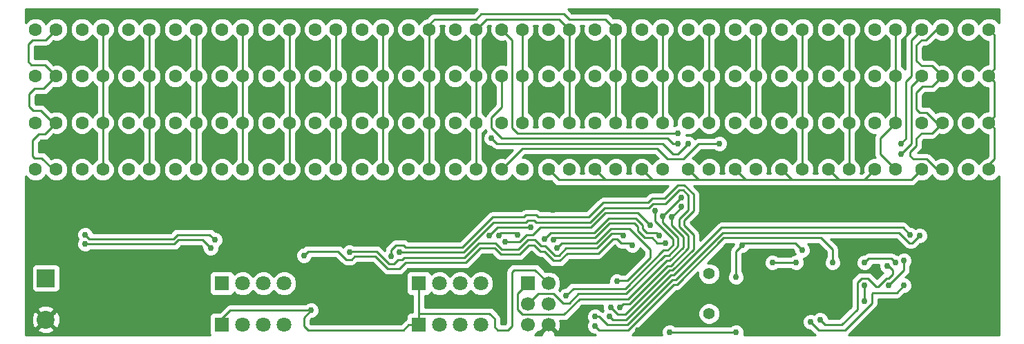
<source format=gbl>
%FSLAX34Y34*%
G04 Gerber Fmt 3.4, Leading zero omitted, Abs format*
G04 (created by PCBNEW (2014-03-18 BZR 4754)-product) date Tue 01 Apr 2014 06:21:33 PM CDT*
%MOIN*%
G01*
G70*
G90*
G04 APERTURE LIST*
%ADD10C,0.006000*%
%ADD11R,0.070866X0.070866*%
%ADD12C,0.070866*%
%ADD13R,0.086614X0.086614*%
%ADD14C,0.086614*%
%ADD15C,0.062992*%
%ADD16R,0.066929X0.066929*%
%ADD17C,0.066929*%
%ADD18C,0.055118*%
%ADD19C,0.030000*%
%ADD20C,0.010000*%
G04 APERTURE END LIST*
G54D10*
G54D11*
X71500Y-45500D03*
G54D12*
X72500Y-45500D03*
X73500Y-45500D03*
X74500Y-45500D03*
G54D11*
X71500Y-43500D03*
G54D12*
X72500Y-43500D03*
X73500Y-43500D03*
X74500Y-43500D03*
G54D11*
X62000Y-43500D03*
G54D12*
X63000Y-43500D03*
X64000Y-43500D03*
X65000Y-43500D03*
G54D11*
X62000Y-45500D03*
G54D12*
X63000Y-45500D03*
X64000Y-45500D03*
X65000Y-45500D03*
G54D13*
X53500Y-43250D03*
G54D14*
X53500Y-45250D03*
G54D15*
X53000Y-31250D03*
X54000Y-31250D03*
X53000Y-33500D03*
X54000Y-33500D03*
X53000Y-35750D03*
X54000Y-35750D03*
X53000Y-38000D03*
X54000Y-38000D03*
X98000Y-31250D03*
X99000Y-31250D03*
X98000Y-33500D03*
X99000Y-33500D03*
X98000Y-35750D03*
X99000Y-35750D03*
X98000Y-38000D03*
X99000Y-38000D03*
X55250Y-31250D03*
X56250Y-31250D03*
X55250Y-33500D03*
X56250Y-33500D03*
X55250Y-35750D03*
X56250Y-35750D03*
X55250Y-38000D03*
X56250Y-38000D03*
X95750Y-31250D03*
X96750Y-31250D03*
X95750Y-33500D03*
X96750Y-33500D03*
X95750Y-35750D03*
X96750Y-35750D03*
X95750Y-38000D03*
X96750Y-38000D03*
X57500Y-31250D03*
X58500Y-31250D03*
X57500Y-33500D03*
X58500Y-33500D03*
X57500Y-35750D03*
X58500Y-35750D03*
X57500Y-38000D03*
X58500Y-38000D03*
X93500Y-31250D03*
X94500Y-31250D03*
X93500Y-33500D03*
X94500Y-33500D03*
X93500Y-35750D03*
X94500Y-35750D03*
X93500Y-38000D03*
X94500Y-38000D03*
X59750Y-31250D03*
X60750Y-31250D03*
X59750Y-33500D03*
X60750Y-33500D03*
X59750Y-35750D03*
X60750Y-35750D03*
X59750Y-38000D03*
X60750Y-38000D03*
X91250Y-31250D03*
X92250Y-31250D03*
X91250Y-33500D03*
X92250Y-33500D03*
X91250Y-35750D03*
X92250Y-35750D03*
X91250Y-38000D03*
X92250Y-38000D03*
X62000Y-31250D03*
X63000Y-31250D03*
X62000Y-33500D03*
X63000Y-33500D03*
X62000Y-35750D03*
X63000Y-35750D03*
X62000Y-38000D03*
X63000Y-38000D03*
X89000Y-31250D03*
X90000Y-31250D03*
X89000Y-33500D03*
X90000Y-33500D03*
X89000Y-35750D03*
X90000Y-35750D03*
X89000Y-38000D03*
X90000Y-38000D03*
X64250Y-31250D03*
X65250Y-31250D03*
X64250Y-33500D03*
X65250Y-33500D03*
X64250Y-35750D03*
X65250Y-35750D03*
X64250Y-38000D03*
X65250Y-38000D03*
X86750Y-31250D03*
X87750Y-31250D03*
X86750Y-33500D03*
X87750Y-33500D03*
X86750Y-35750D03*
X87750Y-35750D03*
X86750Y-38000D03*
X87750Y-38000D03*
X66500Y-31250D03*
X67500Y-31250D03*
X66500Y-33500D03*
X67500Y-33500D03*
X66500Y-35750D03*
X67500Y-35750D03*
X66500Y-38000D03*
X67500Y-38000D03*
X84500Y-31250D03*
X85500Y-31250D03*
X84500Y-33500D03*
X85500Y-33500D03*
X84500Y-35750D03*
X85500Y-35750D03*
X84500Y-38000D03*
X85500Y-38000D03*
X68750Y-31250D03*
X69750Y-31250D03*
X68750Y-33500D03*
X69750Y-33500D03*
X68750Y-35750D03*
X69750Y-35750D03*
X68750Y-38000D03*
X69750Y-38000D03*
X82250Y-31250D03*
X83250Y-31250D03*
X82250Y-33500D03*
X83250Y-33500D03*
X82250Y-35750D03*
X83250Y-35750D03*
X82250Y-38000D03*
X83250Y-38000D03*
X71000Y-31250D03*
X72000Y-31250D03*
X71000Y-33500D03*
X72000Y-33500D03*
X71000Y-35750D03*
X72000Y-35750D03*
X71000Y-38000D03*
X72000Y-38000D03*
X80000Y-31250D03*
X81000Y-31250D03*
X80000Y-33500D03*
X81000Y-33500D03*
X80000Y-35750D03*
X81000Y-35750D03*
X80000Y-38000D03*
X81000Y-38000D03*
X73250Y-31250D03*
X74250Y-31250D03*
X73250Y-33500D03*
X74250Y-33500D03*
X73250Y-35750D03*
X74250Y-35750D03*
X73250Y-38000D03*
X74250Y-38000D03*
X77750Y-31250D03*
X78750Y-31250D03*
X77750Y-33500D03*
X78750Y-33500D03*
X77750Y-35750D03*
X78750Y-35750D03*
X77750Y-38000D03*
X78750Y-38000D03*
X75500Y-31250D03*
X76500Y-31250D03*
X75500Y-33500D03*
X76500Y-33500D03*
X75500Y-35750D03*
X76500Y-35750D03*
X75500Y-38000D03*
X76500Y-38000D03*
G54D16*
X76750Y-43500D03*
G54D17*
X77750Y-43500D03*
X76750Y-44500D03*
X77750Y-44500D03*
X76750Y-45500D03*
X77750Y-45500D03*
G54D18*
X85500Y-44960D03*
X85500Y-43039D03*
G54D19*
X83700Y-40300D03*
X84150Y-39800D03*
X78600Y-44100D03*
X82900Y-40000D03*
X91450Y-42500D03*
X80000Y-45550D03*
X80000Y-45100D03*
X95650Y-41200D03*
X84150Y-39350D03*
X83250Y-40250D03*
X80700Y-45100D03*
X95200Y-41150D03*
X61450Y-41800D03*
X55400Y-41600D03*
X81800Y-41650D03*
X65950Y-42150D03*
X81350Y-41200D03*
X68150Y-42000D03*
X55400Y-41150D03*
X61650Y-41400D03*
X80750Y-44650D03*
X70150Y-42200D03*
X81200Y-44650D03*
X70550Y-42000D03*
X81050Y-43400D03*
X78150Y-41800D03*
X83400Y-41550D03*
X78000Y-41400D03*
X77550Y-41350D03*
X83100Y-41200D03*
X82650Y-40700D03*
X75650Y-41500D03*
X76900Y-40800D03*
X74900Y-41200D03*
X75350Y-41200D03*
X76250Y-41150D03*
X84000Y-36250D03*
X84000Y-36750D03*
X75000Y-36500D03*
X84500Y-36750D03*
X86000Y-36750D03*
X94750Y-36750D03*
X94750Y-37250D03*
X54600Y-32300D03*
X54600Y-36700D03*
X54600Y-34550D03*
X54600Y-30600D03*
X52900Y-39200D03*
X60950Y-41800D03*
X55750Y-42000D03*
X73050Y-39300D03*
X70850Y-39250D03*
X66350Y-39200D03*
X61900Y-39200D03*
X57350Y-39250D03*
X59600Y-39200D03*
X64100Y-39200D03*
X68650Y-39200D03*
X94800Y-44900D03*
X98350Y-45250D03*
X75450Y-44500D03*
X75400Y-39300D03*
X97400Y-32400D03*
X97400Y-36950D03*
X96150Y-39450D03*
X97400Y-34650D03*
X97400Y-30500D03*
X72700Y-36900D03*
X77150Y-34850D03*
X77950Y-39950D03*
X74850Y-34850D03*
X72700Y-34850D03*
X79400Y-34850D03*
X84300Y-45450D03*
X80727Y-42200D03*
X90750Y-43000D03*
X92950Y-41750D03*
X82050Y-45750D03*
X85550Y-39500D03*
X87350Y-39500D03*
X89100Y-39450D03*
X90850Y-39400D03*
X92550Y-39500D03*
X94350Y-39500D03*
X98200Y-41100D03*
X68750Y-43750D03*
X68250Y-43750D03*
X67750Y-43750D03*
X68750Y-44250D03*
X68250Y-44250D03*
X67750Y-44250D03*
X68750Y-44750D03*
X68250Y-44750D03*
X67750Y-44750D03*
X67750Y-43250D03*
X68750Y-43250D03*
X68250Y-43250D03*
X68750Y-42750D03*
X68250Y-42750D03*
X67750Y-42750D03*
X86800Y-45850D03*
X83600Y-45850D03*
X90000Y-41900D03*
X86800Y-43200D03*
X87100Y-41650D03*
X66300Y-44800D03*
X94900Y-42400D03*
X94150Y-43600D03*
X93000Y-43600D03*
X93000Y-44350D03*
X93000Y-42500D03*
X94500Y-42500D03*
X89700Y-42500D03*
X88550Y-42500D03*
X90400Y-45350D03*
X94900Y-43600D03*
X90850Y-45250D03*
X94100Y-42650D03*
G54D20*
X83700Y-40300D02*
X83700Y-40700D01*
X83450Y-42400D02*
X83200Y-42650D01*
X83600Y-42400D02*
X83450Y-42400D01*
X84250Y-41750D02*
X83600Y-42400D01*
X84250Y-41250D02*
X84250Y-41750D01*
X83700Y-40700D02*
X84250Y-41250D01*
X83700Y-40300D02*
X84150Y-39850D01*
X84150Y-39850D02*
X84150Y-39800D01*
X76250Y-44750D02*
X76500Y-45000D01*
X76500Y-45000D02*
X78500Y-45000D01*
X78500Y-45000D02*
X79250Y-44250D01*
X79250Y-44250D02*
X81600Y-44250D01*
X81600Y-44250D02*
X83200Y-42650D01*
X76750Y-43500D02*
X76250Y-44000D01*
X76250Y-44000D02*
X76250Y-44750D01*
X82900Y-40000D02*
X82900Y-40500D01*
X81450Y-43750D02*
X78950Y-43750D01*
X83300Y-41900D02*
X81450Y-43750D01*
X83500Y-41900D02*
X83300Y-41900D01*
X83750Y-41650D02*
X83500Y-41900D01*
X83750Y-41350D02*
X83750Y-41650D01*
X82900Y-40500D02*
X83750Y-41350D01*
X78950Y-43750D02*
X78600Y-44100D01*
X91450Y-41850D02*
X91450Y-42500D01*
X90900Y-41300D02*
X91450Y-41850D01*
X86200Y-41300D02*
X90900Y-41300D01*
X83950Y-43550D02*
X86200Y-41300D01*
X83800Y-43550D02*
X83950Y-43550D01*
X81600Y-45750D02*
X83800Y-43550D01*
X80200Y-45750D02*
X81600Y-45750D01*
X80000Y-45550D02*
X80200Y-45750D01*
X80200Y-45100D02*
X80000Y-45100D01*
X80600Y-45500D02*
X80200Y-45100D01*
X81550Y-45500D02*
X80600Y-45500D01*
X83733Y-43316D02*
X81550Y-45500D01*
X83883Y-43316D02*
X83733Y-43316D01*
X86150Y-41050D02*
X83883Y-43316D01*
X94650Y-41050D02*
X86150Y-41050D01*
X95150Y-41550D02*
X94650Y-41050D01*
X95300Y-41550D02*
X95150Y-41550D01*
X95650Y-41200D02*
X95300Y-41550D01*
X81100Y-44000D02*
X81500Y-44000D01*
X83250Y-40550D02*
X83250Y-40250D01*
X84000Y-41300D02*
X83250Y-40550D01*
X84000Y-41700D02*
X84000Y-41300D01*
X83550Y-42150D02*
X84000Y-41700D01*
X83350Y-42150D02*
X83550Y-42150D01*
X81500Y-44000D02*
X83350Y-42150D01*
X77800Y-44000D02*
X78000Y-44000D01*
X78750Y-44450D02*
X79200Y-44000D01*
X78450Y-44450D02*
X78750Y-44450D01*
X78000Y-44000D02*
X78450Y-44450D01*
X83250Y-40250D02*
X84150Y-39350D01*
X76750Y-44500D02*
X77250Y-44000D01*
X77250Y-44000D02*
X77800Y-44000D01*
X79200Y-44000D02*
X81100Y-44000D01*
X80850Y-45250D02*
X80700Y-45100D01*
X81500Y-45250D02*
X80850Y-45250D01*
X83658Y-43091D02*
X81500Y-45250D01*
X83808Y-43091D02*
X83658Y-43091D01*
X86100Y-40800D02*
X83808Y-43091D01*
X94850Y-40800D02*
X86100Y-40800D01*
X95200Y-41150D02*
X94850Y-40800D01*
X61050Y-41400D02*
X61450Y-41800D01*
X59900Y-41400D02*
X61050Y-41400D01*
X59700Y-41600D02*
X59900Y-41400D01*
X55400Y-41600D02*
X59700Y-41600D01*
X81700Y-41550D02*
X81800Y-41650D01*
X81250Y-41550D02*
X81700Y-41550D01*
X81050Y-41350D02*
X81250Y-41550D01*
X80850Y-41350D02*
X81050Y-41350D01*
X80150Y-42050D02*
X80850Y-41350D01*
X78650Y-42050D02*
X80150Y-42050D01*
X78300Y-42400D02*
X78650Y-42050D01*
X78000Y-42400D02*
X78300Y-42400D01*
X77550Y-41950D02*
X78000Y-42400D01*
X77350Y-41950D02*
X77550Y-41950D01*
X77050Y-41650D02*
X77350Y-41950D01*
X76800Y-41650D02*
X77050Y-41650D01*
X76350Y-42100D02*
X76800Y-41650D01*
X75450Y-42100D02*
X76350Y-42100D01*
X75150Y-41800D02*
X75450Y-42100D01*
X74450Y-41800D02*
X75150Y-41800D01*
X73750Y-42500D02*
X74450Y-41800D01*
X70850Y-42500D02*
X73750Y-42500D01*
X70550Y-42800D02*
X70850Y-42500D01*
X70000Y-42800D02*
X70550Y-42800D01*
X69400Y-42200D02*
X70000Y-42800D01*
X68400Y-42200D02*
X69400Y-42200D01*
X68250Y-42350D02*
X68400Y-42200D01*
X68000Y-42350D02*
X68250Y-42350D01*
X67600Y-41950D02*
X68000Y-42350D01*
X66150Y-41950D02*
X67600Y-41950D01*
X65950Y-42150D02*
X66150Y-41950D01*
X68500Y-41950D02*
X69450Y-41950D01*
X69450Y-41950D02*
X70050Y-42550D01*
X70050Y-42550D02*
X70300Y-42550D01*
X70300Y-42550D02*
X70500Y-42350D01*
X70500Y-42350D02*
X70700Y-42350D01*
X70700Y-42350D02*
X70800Y-42250D01*
X70800Y-42250D02*
X73700Y-42250D01*
X73700Y-42250D02*
X74400Y-41550D01*
X74400Y-41550D02*
X75200Y-41550D01*
X75200Y-41550D02*
X75500Y-41850D01*
X75500Y-41850D02*
X76300Y-41850D01*
X76300Y-41850D02*
X76750Y-41400D01*
X76750Y-41400D02*
X77100Y-41400D01*
X77100Y-41400D02*
X77400Y-41700D01*
X77400Y-41700D02*
X77600Y-41700D01*
X77600Y-41700D02*
X78050Y-42150D01*
X78050Y-42150D02*
X78250Y-42150D01*
X78250Y-42150D02*
X78600Y-41800D01*
X78600Y-41800D02*
X80100Y-41800D01*
X80100Y-41800D02*
X80800Y-41100D01*
X80800Y-41100D02*
X81250Y-41100D01*
X81250Y-41100D02*
X81350Y-41200D01*
X68150Y-42000D02*
X68200Y-41950D01*
X68200Y-41950D02*
X68500Y-41950D01*
X55600Y-41350D02*
X55400Y-41150D01*
X59650Y-41350D02*
X55600Y-41350D01*
X59850Y-41150D02*
X59650Y-41350D01*
X61400Y-41150D02*
X59850Y-41150D01*
X61650Y-41400D02*
X61400Y-41150D01*
X70150Y-42200D02*
X70150Y-41900D01*
X81100Y-45000D02*
X80750Y-44650D01*
X81450Y-45000D02*
X81100Y-45000D01*
X83583Y-42866D02*
X81450Y-45000D01*
X83733Y-42866D02*
X83583Y-42866D01*
X84750Y-41850D02*
X83733Y-42866D01*
X84750Y-41150D02*
X84750Y-41850D01*
X84300Y-40700D02*
X84750Y-41150D01*
X84300Y-40450D02*
X84300Y-40700D01*
X84750Y-40000D02*
X84300Y-40450D01*
X84750Y-39200D02*
X84750Y-40000D01*
X84300Y-38750D02*
X84750Y-39200D01*
X84000Y-38750D02*
X84300Y-38750D01*
X83350Y-39400D02*
X84000Y-38750D01*
X82750Y-39400D02*
X83350Y-39400D01*
X82550Y-39600D02*
X82750Y-39400D01*
X80400Y-39600D02*
X82550Y-39600D01*
X79700Y-40300D02*
X80400Y-39600D01*
X77250Y-40300D02*
X79700Y-40300D01*
X77150Y-40200D02*
X77250Y-40300D01*
X76650Y-40200D02*
X77150Y-40200D01*
X76550Y-40300D02*
X76650Y-40200D01*
X75050Y-40300D02*
X76550Y-40300D01*
X73600Y-41750D02*
X75050Y-40300D01*
X70850Y-41750D02*
X73600Y-41750D01*
X70750Y-41650D02*
X70850Y-41750D01*
X70400Y-41650D02*
X70750Y-41650D01*
X70150Y-41900D02*
X70400Y-41650D01*
X81200Y-44650D02*
X81350Y-44500D01*
X81350Y-44500D02*
X81650Y-44500D01*
X81650Y-44500D02*
X83500Y-42650D01*
X83500Y-42650D02*
X83650Y-42650D01*
X83650Y-42650D02*
X84500Y-41800D01*
X84500Y-41800D02*
X84500Y-41200D01*
X84500Y-41200D02*
X84050Y-40750D01*
X84050Y-40750D02*
X84050Y-40400D01*
X84050Y-40400D02*
X84500Y-39950D01*
X84500Y-39950D02*
X84500Y-39250D01*
X84500Y-39250D02*
X84250Y-39000D01*
X84250Y-39000D02*
X84050Y-39000D01*
X84050Y-39000D02*
X83400Y-39650D01*
X83400Y-39650D02*
X82800Y-39650D01*
X82800Y-39650D02*
X82600Y-39850D01*
X82600Y-39850D02*
X80450Y-39850D01*
X80450Y-39850D02*
X79750Y-40550D01*
X79750Y-40550D02*
X77150Y-40550D01*
X77150Y-40550D02*
X77050Y-40450D01*
X77050Y-40450D02*
X76750Y-40450D01*
X76750Y-40450D02*
X76650Y-40550D01*
X76650Y-40550D02*
X75100Y-40550D01*
X75100Y-40550D02*
X73650Y-42000D01*
X73650Y-42000D02*
X70550Y-42000D01*
X81100Y-43350D02*
X81550Y-43350D01*
X81050Y-43400D02*
X81100Y-43350D01*
X78400Y-41550D02*
X78600Y-41550D01*
X78150Y-41800D02*
X78400Y-41550D01*
X78600Y-41550D02*
X80050Y-41550D01*
X80050Y-41550D02*
X80750Y-40850D01*
X80750Y-40850D02*
X81650Y-40850D01*
X81650Y-40850D02*
X82650Y-41850D01*
X82650Y-41850D02*
X82650Y-42250D01*
X82650Y-42250D02*
X81550Y-43350D01*
X83400Y-41550D02*
X83000Y-41550D01*
X83000Y-41550D02*
X82750Y-41300D01*
X82750Y-41300D02*
X82400Y-41300D01*
X82400Y-41300D02*
X82050Y-40950D01*
X82050Y-40950D02*
X82050Y-40750D01*
X82050Y-40750D02*
X81900Y-40600D01*
X81900Y-40600D02*
X80700Y-40600D01*
X80700Y-40600D02*
X80000Y-41300D01*
X80000Y-41300D02*
X78350Y-41300D01*
X78000Y-41400D02*
X78100Y-41300D01*
X78100Y-41300D02*
X78350Y-41300D01*
X77850Y-41050D02*
X78150Y-41050D01*
X77550Y-41350D02*
X77850Y-41050D01*
X82950Y-41050D02*
X83100Y-41200D01*
X82500Y-41050D02*
X82950Y-41050D01*
X82300Y-40850D02*
X82500Y-41050D01*
X82300Y-40700D02*
X82300Y-40850D01*
X81950Y-40350D02*
X82300Y-40700D01*
X80650Y-40350D02*
X81950Y-40350D01*
X79950Y-41050D02*
X80650Y-40350D01*
X78150Y-41050D02*
X79950Y-41050D01*
X76950Y-41150D02*
X77000Y-41150D01*
X82050Y-40100D02*
X82650Y-40700D01*
X80750Y-40100D02*
X82050Y-40100D01*
X79800Y-40800D02*
X80500Y-40100D01*
X80500Y-40100D02*
X80750Y-40100D01*
X75650Y-41500D02*
X76350Y-41500D01*
X76350Y-41500D02*
X76700Y-41150D01*
X76700Y-41150D02*
X76950Y-41150D01*
X77000Y-41150D02*
X77350Y-40800D01*
X77350Y-40800D02*
X79800Y-40800D01*
X74900Y-41200D02*
X75300Y-40800D01*
X75300Y-40800D02*
X76900Y-40800D01*
X74900Y-41200D02*
X74900Y-41150D01*
X75350Y-41200D02*
X75350Y-41150D01*
X76150Y-41050D02*
X76250Y-41150D01*
X75450Y-41050D02*
X76150Y-41050D01*
X75350Y-41150D02*
X75450Y-41050D01*
X75500Y-31250D02*
X76000Y-31750D01*
X76250Y-36250D02*
X84000Y-36250D01*
X76000Y-36000D02*
X76250Y-36250D01*
X76000Y-31750D02*
X76000Y-36000D01*
X83500Y-36500D02*
X83750Y-36750D01*
X75500Y-33500D02*
X75500Y-35000D01*
X75000Y-36000D02*
X75500Y-36500D01*
X75000Y-35500D02*
X75000Y-36000D01*
X75500Y-35000D02*
X75000Y-35500D01*
X75500Y-36500D02*
X83500Y-36500D01*
X83750Y-36750D02*
X84000Y-36750D01*
X83250Y-36750D02*
X83500Y-37000D01*
X75250Y-36750D02*
X83250Y-36750D01*
X75000Y-36500D02*
X75250Y-36750D01*
X83750Y-37250D02*
X83500Y-37000D01*
X84000Y-37250D02*
X83750Y-37250D01*
X84500Y-36750D02*
X84000Y-37250D01*
X83250Y-37250D02*
X83000Y-37000D01*
X86000Y-36750D02*
X85000Y-36750D01*
X85000Y-36750D02*
X84250Y-37500D01*
X84250Y-37500D02*
X83500Y-37500D01*
X83500Y-37500D02*
X83250Y-37250D01*
X76500Y-37000D02*
X75500Y-38000D01*
X83000Y-37000D02*
X76500Y-37000D01*
X95250Y-31750D02*
X95750Y-31250D01*
X95250Y-33500D02*
X95250Y-31750D01*
X95000Y-33750D02*
X95250Y-33500D01*
X95000Y-36500D02*
X95000Y-33750D01*
X94750Y-36750D02*
X95000Y-36500D01*
X95250Y-34000D02*
X95750Y-33500D01*
X95250Y-36750D02*
X95250Y-34000D01*
X94750Y-37250D02*
X95250Y-36750D01*
X80500Y-38500D02*
X78250Y-38500D01*
X78250Y-38500D02*
X77750Y-38000D01*
X82750Y-38500D02*
X80500Y-38500D01*
X80500Y-38500D02*
X80000Y-38000D01*
X85000Y-38500D02*
X82750Y-38500D01*
X82750Y-38500D02*
X82250Y-38000D01*
X87250Y-38500D02*
X85000Y-38500D01*
X85000Y-38500D02*
X84500Y-38000D01*
X89500Y-38500D02*
X87250Y-38500D01*
X87250Y-38500D02*
X86750Y-38000D01*
X91750Y-38500D02*
X89500Y-38500D01*
X89500Y-38500D02*
X89000Y-38000D01*
X95750Y-38000D02*
X95250Y-38500D01*
X95250Y-38500D02*
X93000Y-38500D01*
X91250Y-38000D02*
X91750Y-38500D01*
X91750Y-38500D02*
X93000Y-38500D01*
X93000Y-38500D02*
X93500Y-38000D01*
X54600Y-38650D02*
X54600Y-38700D01*
X54600Y-30600D02*
X54600Y-32300D01*
X54600Y-34550D02*
X54600Y-36700D01*
X54600Y-38650D02*
X54600Y-36700D01*
X54600Y-32300D02*
X54600Y-34550D01*
X54600Y-38700D02*
X55100Y-39200D01*
X52900Y-39200D02*
X52900Y-41400D01*
X55100Y-39200D02*
X52900Y-39200D01*
X53500Y-42000D02*
X55750Y-42000D01*
X52900Y-41400D02*
X53500Y-42000D01*
X55750Y-42000D02*
X60750Y-42000D01*
X60750Y-42000D02*
X60950Y-41800D01*
X68650Y-39200D02*
X70800Y-39200D01*
X70900Y-39300D02*
X70850Y-39250D01*
X73050Y-39300D02*
X70900Y-39300D01*
X70800Y-39200D02*
X70850Y-39250D01*
X68650Y-39200D02*
X66350Y-39200D01*
X64100Y-39200D02*
X61900Y-39200D01*
X57350Y-39250D02*
X59550Y-39250D01*
X57300Y-39200D02*
X57350Y-39250D01*
X57300Y-39200D02*
X55100Y-39200D01*
X59550Y-39250D02*
X59600Y-39200D01*
X61900Y-39200D02*
X59600Y-39200D01*
X66350Y-39200D02*
X64100Y-39200D01*
X94800Y-44900D02*
X97350Y-44900D01*
X97700Y-45250D02*
X98350Y-45250D01*
X97350Y-44900D02*
X97700Y-45250D01*
X80727Y-42200D02*
X80727Y-42272D01*
X75450Y-42950D02*
X75450Y-44500D01*
X75950Y-42450D02*
X75450Y-42950D01*
X76750Y-42450D02*
X75950Y-42450D01*
X76850Y-42350D02*
X76750Y-42450D01*
X77250Y-42350D02*
X76850Y-42350D01*
X77750Y-42850D02*
X77250Y-42350D01*
X80150Y-42850D02*
X77750Y-42850D01*
X80727Y-42272D02*
X80150Y-42850D01*
X97400Y-30500D02*
X97400Y-32400D01*
X97400Y-34650D02*
X97400Y-36950D01*
X96800Y-39450D02*
X97400Y-38850D01*
X97400Y-38850D02*
X97400Y-36950D01*
X96150Y-39450D02*
X96800Y-39450D01*
X97400Y-32400D02*
X97400Y-34650D01*
X72600Y-36700D02*
X72600Y-36800D01*
X72600Y-36800D02*
X72700Y-36900D01*
X77950Y-39950D02*
X77950Y-39400D01*
X72600Y-34950D02*
X72700Y-34850D01*
X72600Y-38850D02*
X72600Y-36700D01*
X72600Y-36700D02*
X72600Y-34950D01*
X73050Y-39300D02*
X72600Y-38850D01*
X77850Y-39300D02*
X75400Y-39300D01*
X75400Y-39300D02*
X73050Y-39300D01*
X77950Y-39400D02*
X77850Y-39300D01*
X80727Y-42200D02*
X80750Y-42200D01*
X74600Y-44950D02*
X74900Y-44950D01*
X76000Y-45550D02*
X76000Y-44600D01*
X75800Y-45750D02*
X76000Y-45550D01*
X75300Y-45750D02*
X75800Y-45750D01*
X75150Y-45600D02*
X75300Y-45750D01*
X75150Y-45200D02*
X75150Y-45600D01*
X74900Y-44950D02*
X75150Y-45200D01*
X76500Y-42850D02*
X76100Y-42850D01*
X76000Y-42950D02*
X76000Y-44600D01*
X76100Y-42850D02*
X76000Y-42950D01*
X85050Y-45850D02*
X86800Y-45850D01*
X83600Y-45850D02*
X85050Y-45850D01*
X87200Y-41550D02*
X87100Y-41650D01*
X89650Y-41550D02*
X87200Y-41550D01*
X90000Y-41900D02*
X89650Y-41550D01*
X86800Y-41950D02*
X86800Y-43200D01*
X87100Y-41650D02*
X86800Y-41950D01*
X71500Y-45500D02*
X71000Y-45500D01*
X65950Y-45150D02*
X66300Y-44800D01*
X65950Y-45550D02*
X65950Y-45150D01*
X66150Y-45750D02*
X65950Y-45550D01*
X70750Y-45750D02*
X66150Y-45750D01*
X71000Y-45500D02*
X70750Y-45750D01*
X71500Y-45500D02*
X71500Y-45000D01*
X77100Y-42850D02*
X77750Y-43500D01*
X76500Y-42850D02*
X77100Y-42850D01*
X71550Y-44950D02*
X74600Y-44950D01*
X71500Y-45000D02*
X71550Y-44950D01*
X71500Y-43500D02*
X71500Y-45500D01*
X62400Y-44800D02*
X62000Y-45200D01*
X66300Y-44800D02*
X62400Y-44800D01*
X62000Y-45200D02*
X62000Y-45500D01*
X94900Y-42800D02*
X94900Y-42850D01*
X94900Y-42400D02*
X94900Y-42800D01*
X94150Y-43600D02*
X94900Y-42850D01*
X93000Y-43600D02*
X93000Y-44350D01*
X93200Y-42300D02*
X93000Y-42500D01*
X94300Y-42300D02*
X93200Y-42300D01*
X94500Y-42500D02*
X94300Y-42300D01*
X88550Y-42500D02*
X89700Y-42500D01*
X94300Y-43950D02*
X93400Y-43950D01*
X93350Y-44000D02*
X93350Y-44450D01*
X93400Y-43950D02*
X93350Y-44000D01*
X90800Y-45750D02*
X90400Y-45350D01*
X92050Y-45750D02*
X90800Y-45750D01*
X93350Y-44450D02*
X92050Y-45750D01*
X94550Y-43950D02*
X94300Y-43950D01*
X94900Y-43600D02*
X94550Y-43950D01*
X94100Y-42650D02*
X94150Y-42650D01*
X93550Y-43650D02*
X93150Y-43250D01*
X93650Y-43650D02*
X93550Y-43650D01*
X94050Y-43250D02*
X93650Y-43650D01*
X94150Y-43250D02*
X94050Y-43250D01*
X94350Y-43050D02*
X94150Y-43250D01*
X94350Y-42850D02*
X94350Y-43050D01*
X94150Y-42650D02*
X94350Y-42850D01*
X92850Y-43250D02*
X93150Y-43250D01*
X92650Y-43450D02*
X92850Y-43250D01*
X92650Y-44750D02*
X92650Y-43450D01*
X91900Y-45500D02*
X92650Y-44750D01*
X91100Y-45500D02*
X91900Y-45500D01*
X90850Y-45250D02*
X91100Y-45500D01*
X99000Y-33500D02*
X99000Y-33400D01*
X99000Y-33400D02*
X99250Y-33150D01*
X99250Y-31500D02*
X99000Y-31250D01*
X99250Y-33150D02*
X99250Y-31500D01*
X99000Y-35750D02*
X99000Y-35700D01*
X99000Y-35700D02*
X99250Y-35450D01*
X99250Y-33750D02*
X99000Y-33500D01*
X99250Y-35450D02*
X99250Y-33750D01*
X99000Y-38000D02*
X99000Y-37750D01*
X99000Y-37750D02*
X99250Y-37500D01*
X99250Y-36000D02*
X99000Y-35750D01*
X99250Y-37500D02*
X99250Y-36000D01*
X54000Y-38000D02*
X53850Y-38000D01*
X53850Y-38000D02*
X53300Y-37450D01*
X53450Y-36300D02*
X54000Y-35750D01*
X53150Y-36300D02*
X53450Y-36300D01*
X52850Y-36600D02*
X53150Y-36300D01*
X52850Y-37350D02*
X52850Y-36600D01*
X52950Y-37450D02*
X52850Y-37350D01*
X53300Y-37450D02*
X52950Y-37450D01*
X54000Y-35750D02*
X53850Y-35750D01*
X53850Y-35750D02*
X53250Y-35150D01*
X53400Y-34100D02*
X54000Y-33500D01*
X52950Y-34100D02*
X53400Y-34100D01*
X52700Y-34350D02*
X52950Y-34100D01*
X52700Y-34950D02*
X52700Y-34350D01*
X52900Y-35150D02*
X52700Y-34950D01*
X53250Y-35150D02*
X52900Y-35150D01*
X54000Y-31250D02*
X53500Y-31750D01*
X53450Y-32950D02*
X54000Y-33500D01*
X52800Y-32950D02*
X53450Y-32950D01*
X52650Y-32800D02*
X52800Y-32950D01*
X52650Y-31950D02*
X52650Y-32800D01*
X52850Y-31750D02*
X52650Y-31950D01*
X53500Y-31750D02*
X52850Y-31750D01*
X96750Y-31250D02*
X96450Y-31250D01*
X96450Y-31250D02*
X95950Y-31750D01*
X96250Y-33000D02*
X96750Y-33500D01*
X95750Y-33000D02*
X96250Y-33000D01*
X95500Y-32750D02*
X95750Y-33000D01*
X95500Y-32000D02*
X95500Y-32750D01*
X95750Y-31750D02*
X95500Y-32000D01*
X95950Y-31750D02*
X95750Y-31750D01*
X96750Y-35750D02*
X96500Y-35750D01*
X96500Y-35750D02*
X96000Y-35250D01*
X96250Y-34000D02*
X96750Y-33500D01*
X95800Y-34000D02*
X96250Y-34000D01*
X95500Y-34300D02*
X95800Y-34000D01*
X95500Y-35100D02*
X95500Y-34300D01*
X95650Y-35250D02*
X95500Y-35100D01*
X96000Y-35250D02*
X95650Y-35250D01*
X96750Y-38000D02*
X96500Y-38000D01*
X96500Y-38000D02*
X96000Y-37500D01*
X96250Y-36250D02*
X96750Y-35750D01*
X95750Y-36250D02*
X96250Y-36250D01*
X95500Y-36500D02*
X95750Y-36250D01*
X95500Y-36850D02*
X95500Y-36500D01*
X95200Y-37150D02*
X95500Y-36850D01*
X95200Y-37350D02*
X95200Y-37150D01*
X95350Y-37500D02*
X95200Y-37350D01*
X96000Y-37500D02*
X95350Y-37500D01*
X56250Y-35750D02*
X56250Y-38000D01*
X56250Y-33500D02*
X56250Y-35750D01*
X56250Y-31250D02*
X56250Y-33500D01*
X94500Y-38000D02*
X93750Y-37250D01*
X93750Y-36500D02*
X94500Y-35750D01*
X93750Y-37250D02*
X93750Y-36500D01*
X94500Y-33500D02*
X94500Y-31250D01*
X94500Y-35750D02*
X94500Y-33500D01*
X58500Y-33500D02*
X58500Y-31250D01*
X58500Y-35750D02*
X58500Y-33500D01*
X58500Y-38000D02*
X58500Y-35750D01*
X92250Y-33500D02*
X92250Y-35750D01*
X92250Y-31250D02*
X92250Y-33500D01*
X92250Y-38000D02*
X92250Y-35750D01*
X60750Y-35750D02*
X60750Y-38000D01*
X60750Y-33500D02*
X60750Y-35750D01*
X60750Y-31250D02*
X60750Y-33500D01*
X90000Y-33500D02*
X90000Y-31250D01*
X90000Y-35750D02*
X90000Y-33500D01*
X90000Y-38000D02*
X90000Y-35750D01*
X63000Y-35750D02*
X63000Y-38000D01*
X63000Y-33500D02*
X63000Y-35750D01*
X63000Y-31250D02*
X63000Y-33500D01*
X87750Y-33500D02*
X87750Y-35750D01*
X87750Y-31250D02*
X87750Y-33500D01*
X65250Y-31250D02*
X65250Y-33500D01*
X65250Y-33500D02*
X65250Y-35750D01*
X65250Y-38000D02*
X65250Y-35750D01*
X85500Y-33500D02*
X85500Y-35750D01*
X85500Y-31250D02*
X85500Y-33500D01*
X67500Y-38000D02*
X67500Y-35750D01*
X67500Y-33500D02*
X67500Y-35750D01*
X67500Y-31250D02*
X67500Y-33500D01*
X83250Y-35750D02*
X83250Y-33500D01*
X83250Y-33500D02*
X83250Y-31250D01*
X69750Y-35750D02*
X69750Y-38000D01*
X69750Y-33500D02*
X69750Y-35750D01*
X69750Y-31250D02*
X69750Y-33500D01*
X75000Y-30500D02*
X74500Y-30500D01*
X74250Y-30750D02*
X72250Y-30750D01*
X74500Y-30500D02*
X74250Y-30750D01*
X81000Y-31250D02*
X80500Y-30750D01*
X78750Y-30750D02*
X78500Y-30500D01*
X79750Y-30750D02*
X78750Y-30750D01*
X80500Y-30750D02*
X79750Y-30750D01*
X81000Y-31250D02*
X81000Y-33500D01*
X81000Y-33500D02*
X81000Y-35750D01*
X72000Y-31250D02*
X72000Y-31000D01*
X72000Y-31000D02*
X72250Y-30750D01*
X75000Y-30500D02*
X78500Y-30500D01*
X72000Y-31250D02*
X72000Y-33500D01*
X72000Y-35750D02*
X72000Y-33500D01*
X72000Y-38000D02*
X72000Y-35750D01*
X78750Y-31250D02*
X78250Y-30750D01*
X74750Y-30750D02*
X74250Y-31250D01*
X78250Y-30750D02*
X74750Y-30750D01*
X78750Y-33500D02*
X78750Y-35750D01*
X78750Y-31250D02*
X78750Y-33500D01*
X74250Y-38000D02*
X74250Y-35750D01*
X74250Y-33500D02*
X74250Y-35750D01*
X74250Y-31250D02*
X74250Y-33500D01*
X76500Y-33500D02*
X76500Y-31250D01*
X76500Y-35750D02*
X76500Y-33500D01*
G54D10*
G36*
X75700Y-32971D02*
X75612Y-32935D01*
X75388Y-32934D01*
X75180Y-33020D01*
X75021Y-33179D01*
X74935Y-33387D01*
X74934Y-33611D01*
X75020Y-33819D01*
X75179Y-33978D01*
X75200Y-33987D01*
X75200Y-34875D01*
X74787Y-35287D01*
X74722Y-35385D01*
X74716Y-35417D01*
X74570Y-35271D01*
X74550Y-35262D01*
X74550Y-33987D01*
X74569Y-33979D01*
X74728Y-33820D01*
X74814Y-33612D01*
X74815Y-33388D01*
X74729Y-33180D01*
X74570Y-33021D01*
X74550Y-33012D01*
X74550Y-31737D01*
X74569Y-31729D01*
X74728Y-31570D01*
X74814Y-31362D01*
X74815Y-31138D01*
X74806Y-31117D01*
X74874Y-31050D01*
X74971Y-31050D01*
X74935Y-31137D01*
X74934Y-31361D01*
X75020Y-31569D01*
X75179Y-31728D01*
X75387Y-31814D01*
X75611Y-31815D01*
X75632Y-31806D01*
X75700Y-31874D01*
X75700Y-32971D01*
X75700Y-32971D01*
G37*
G54D20*
X75700Y-32971D02*
X75612Y-32935D01*
X75388Y-32934D01*
X75180Y-33020D01*
X75021Y-33179D01*
X74935Y-33387D01*
X74934Y-33611D01*
X75020Y-33819D01*
X75179Y-33978D01*
X75200Y-33987D01*
X75200Y-34875D01*
X74787Y-35287D01*
X74722Y-35385D01*
X74716Y-35417D01*
X74570Y-35271D01*
X74550Y-35262D01*
X74550Y-33987D01*
X74569Y-33979D01*
X74728Y-33820D01*
X74814Y-33612D01*
X74815Y-33388D01*
X74729Y-33180D01*
X74570Y-33021D01*
X74550Y-33012D01*
X74550Y-31737D01*
X74569Y-31729D01*
X74728Y-31570D01*
X74814Y-31362D01*
X74815Y-31138D01*
X74806Y-31117D01*
X74874Y-31050D01*
X74971Y-31050D01*
X74935Y-31137D01*
X74934Y-31361D01*
X75020Y-31569D01*
X75179Y-31728D01*
X75387Y-31814D01*
X75611Y-31815D01*
X75632Y-31806D01*
X75700Y-31874D01*
X75700Y-32971D01*
G54D10*
G36*
X78450Y-35262D02*
X78430Y-35270D01*
X78271Y-35429D01*
X78250Y-35480D01*
X78229Y-35430D01*
X78070Y-35271D01*
X77862Y-35185D01*
X77638Y-35184D01*
X77430Y-35270D01*
X77271Y-35429D01*
X77185Y-35637D01*
X77184Y-35861D01*
X77221Y-35950D01*
X77028Y-35950D01*
X77064Y-35862D01*
X77065Y-35638D01*
X76979Y-35430D01*
X76820Y-35271D01*
X76800Y-35262D01*
X76800Y-33987D01*
X76819Y-33979D01*
X76978Y-33820D01*
X77064Y-33612D01*
X77065Y-33388D01*
X76979Y-33180D01*
X76820Y-33021D01*
X76800Y-33012D01*
X76800Y-31737D01*
X76819Y-31729D01*
X76978Y-31570D01*
X77064Y-31362D01*
X77065Y-31138D01*
X77028Y-31050D01*
X77221Y-31050D01*
X77185Y-31137D01*
X77184Y-31361D01*
X77270Y-31569D01*
X77429Y-31728D01*
X77637Y-31814D01*
X77861Y-31815D01*
X78069Y-31729D01*
X78228Y-31570D01*
X78249Y-31519D01*
X78270Y-31569D01*
X78429Y-31728D01*
X78450Y-31737D01*
X78450Y-33012D01*
X78430Y-33020D01*
X78271Y-33179D01*
X78250Y-33230D01*
X78229Y-33180D01*
X78070Y-33021D01*
X77862Y-32935D01*
X77638Y-32934D01*
X77430Y-33020D01*
X77271Y-33179D01*
X77185Y-33387D01*
X77184Y-33611D01*
X77270Y-33819D01*
X77429Y-33978D01*
X77637Y-34064D01*
X77861Y-34065D01*
X78069Y-33979D01*
X78228Y-33820D01*
X78249Y-33769D01*
X78270Y-33819D01*
X78429Y-33978D01*
X78450Y-33987D01*
X78450Y-35262D01*
X78450Y-35262D01*
G37*
G54D20*
X78450Y-35262D02*
X78430Y-35270D01*
X78271Y-35429D01*
X78250Y-35480D01*
X78229Y-35430D01*
X78070Y-35271D01*
X77862Y-35185D01*
X77638Y-35184D01*
X77430Y-35270D01*
X77271Y-35429D01*
X77185Y-35637D01*
X77184Y-35861D01*
X77221Y-35950D01*
X77028Y-35950D01*
X77064Y-35862D01*
X77065Y-35638D01*
X76979Y-35430D01*
X76820Y-35271D01*
X76800Y-35262D01*
X76800Y-33987D01*
X76819Y-33979D01*
X76978Y-33820D01*
X77064Y-33612D01*
X77065Y-33388D01*
X76979Y-33180D01*
X76820Y-33021D01*
X76800Y-33012D01*
X76800Y-31737D01*
X76819Y-31729D01*
X76978Y-31570D01*
X77064Y-31362D01*
X77065Y-31138D01*
X77028Y-31050D01*
X77221Y-31050D01*
X77185Y-31137D01*
X77184Y-31361D01*
X77270Y-31569D01*
X77429Y-31728D01*
X77637Y-31814D01*
X77861Y-31815D01*
X78069Y-31729D01*
X78228Y-31570D01*
X78249Y-31519D01*
X78270Y-31569D01*
X78429Y-31728D01*
X78450Y-31737D01*
X78450Y-33012D01*
X78430Y-33020D01*
X78271Y-33179D01*
X78250Y-33230D01*
X78229Y-33180D01*
X78070Y-33021D01*
X77862Y-32935D01*
X77638Y-32934D01*
X77430Y-33020D01*
X77271Y-33179D01*
X77185Y-33387D01*
X77184Y-33611D01*
X77270Y-33819D01*
X77429Y-33978D01*
X77637Y-34064D01*
X77861Y-34065D01*
X78069Y-33979D01*
X78228Y-33820D01*
X78249Y-33769D01*
X78270Y-33819D01*
X78429Y-33978D01*
X78450Y-33987D01*
X78450Y-35262D01*
G54D10*
G36*
X80395Y-44838D02*
X80372Y-44861D01*
X80314Y-44822D01*
X80281Y-44816D01*
X80281Y-44816D01*
X80226Y-44761D01*
X80079Y-44700D01*
X79920Y-44699D01*
X79773Y-44760D01*
X79661Y-44873D01*
X79600Y-45020D01*
X79599Y-45179D01*
X79660Y-45325D01*
X79600Y-45470D01*
X79599Y-45629D01*
X79660Y-45776D01*
X79773Y-45888D01*
X79920Y-45949D01*
X79975Y-45949D01*
X79987Y-45962D01*
X79987Y-45962D01*
X80015Y-45980D01*
X78068Y-45980D01*
X78090Y-45911D01*
X77750Y-45570D01*
X77409Y-45911D01*
X77431Y-45980D01*
X77096Y-45980D01*
X77245Y-45831D01*
X77253Y-45812D01*
X77338Y-45840D01*
X77679Y-45500D01*
X77673Y-45494D01*
X77744Y-45423D01*
X77750Y-45429D01*
X77755Y-45423D01*
X77826Y-45494D01*
X77820Y-45500D01*
X78161Y-45840D01*
X78259Y-45808D01*
X78339Y-45590D01*
X78328Y-45357D01*
X78304Y-45300D01*
X78500Y-45300D01*
X78500Y-45299D01*
X78614Y-45277D01*
X78614Y-45277D01*
X78712Y-45212D01*
X79374Y-44550D01*
X80358Y-44550D01*
X80350Y-44570D01*
X80349Y-44729D01*
X80395Y-44838D01*
X80395Y-44838D01*
G37*
G54D20*
X80395Y-44838D02*
X80372Y-44861D01*
X80314Y-44822D01*
X80281Y-44816D01*
X80281Y-44816D01*
X80226Y-44761D01*
X80079Y-44700D01*
X79920Y-44699D01*
X79773Y-44760D01*
X79661Y-44873D01*
X79600Y-45020D01*
X79599Y-45179D01*
X79660Y-45325D01*
X79600Y-45470D01*
X79599Y-45629D01*
X79660Y-45776D01*
X79773Y-45888D01*
X79920Y-45949D01*
X79975Y-45949D01*
X79987Y-45962D01*
X79987Y-45962D01*
X80015Y-45980D01*
X78068Y-45980D01*
X78090Y-45911D01*
X77750Y-45570D01*
X77409Y-45911D01*
X77431Y-45980D01*
X77096Y-45980D01*
X77245Y-45831D01*
X77253Y-45812D01*
X77338Y-45840D01*
X77679Y-45500D01*
X77673Y-45494D01*
X77744Y-45423D01*
X77750Y-45429D01*
X77755Y-45423D01*
X77826Y-45494D01*
X77820Y-45500D01*
X78161Y-45840D01*
X78259Y-45808D01*
X78339Y-45590D01*
X78328Y-45357D01*
X78304Y-45300D01*
X78500Y-45300D01*
X78500Y-45299D01*
X78614Y-45277D01*
X78614Y-45277D01*
X78712Y-45212D01*
X79374Y-44550D01*
X80358Y-44550D01*
X80350Y-44570D01*
X80349Y-44729D01*
X80395Y-44838D01*
G54D10*
G36*
X80700Y-35262D02*
X80680Y-35270D01*
X80521Y-35429D01*
X80500Y-35480D01*
X80479Y-35430D01*
X80320Y-35271D01*
X80112Y-35185D01*
X79888Y-35184D01*
X79680Y-35270D01*
X79521Y-35429D01*
X79435Y-35637D01*
X79434Y-35861D01*
X79471Y-35950D01*
X79278Y-35950D01*
X79314Y-35862D01*
X79315Y-35638D01*
X79229Y-35430D01*
X79070Y-35271D01*
X79050Y-35262D01*
X79050Y-33987D01*
X79069Y-33979D01*
X79228Y-33820D01*
X79314Y-33612D01*
X79315Y-33388D01*
X79229Y-33180D01*
X79070Y-33021D01*
X79050Y-33012D01*
X79050Y-31737D01*
X79069Y-31729D01*
X79228Y-31570D01*
X79314Y-31362D01*
X79315Y-31138D01*
X79278Y-31050D01*
X79471Y-31050D01*
X79435Y-31137D01*
X79434Y-31361D01*
X79520Y-31569D01*
X79679Y-31728D01*
X79887Y-31814D01*
X80111Y-31815D01*
X80319Y-31729D01*
X80478Y-31570D01*
X80499Y-31519D01*
X80520Y-31569D01*
X80679Y-31728D01*
X80700Y-31737D01*
X80700Y-33012D01*
X80680Y-33020D01*
X80521Y-33179D01*
X80500Y-33230D01*
X80479Y-33180D01*
X80320Y-33021D01*
X80112Y-32935D01*
X79888Y-32934D01*
X79680Y-33020D01*
X79521Y-33179D01*
X79435Y-33387D01*
X79434Y-33611D01*
X79520Y-33819D01*
X79679Y-33978D01*
X79887Y-34064D01*
X80111Y-34065D01*
X80319Y-33979D01*
X80478Y-33820D01*
X80499Y-33769D01*
X80520Y-33819D01*
X80679Y-33978D01*
X80700Y-33987D01*
X80700Y-35262D01*
X80700Y-35262D01*
G37*
G54D20*
X80700Y-35262D02*
X80680Y-35270D01*
X80521Y-35429D01*
X80500Y-35480D01*
X80479Y-35430D01*
X80320Y-35271D01*
X80112Y-35185D01*
X79888Y-35184D01*
X79680Y-35270D01*
X79521Y-35429D01*
X79435Y-35637D01*
X79434Y-35861D01*
X79471Y-35950D01*
X79278Y-35950D01*
X79314Y-35862D01*
X79315Y-35638D01*
X79229Y-35430D01*
X79070Y-35271D01*
X79050Y-35262D01*
X79050Y-33987D01*
X79069Y-33979D01*
X79228Y-33820D01*
X79314Y-33612D01*
X79315Y-33388D01*
X79229Y-33180D01*
X79070Y-33021D01*
X79050Y-33012D01*
X79050Y-31737D01*
X79069Y-31729D01*
X79228Y-31570D01*
X79314Y-31362D01*
X79315Y-31138D01*
X79278Y-31050D01*
X79471Y-31050D01*
X79435Y-31137D01*
X79434Y-31361D01*
X79520Y-31569D01*
X79679Y-31728D01*
X79887Y-31814D01*
X80111Y-31815D01*
X80319Y-31729D01*
X80478Y-31570D01*
X80499Y-31519D01*
X80520Y-31569D01*
X80679Y-31728D01*
X80700Y-31737D01*
X80700Y-33012D01*
X80680Y-33020D01*
X80521Y-33179D01*
X80500Y-33230D01*
X80479Y-33180D01*
X80320Y-33021D01*
X80112Y-32935D01*
X79888Y-32934D01*
X79680Y-33020D01*
X79521Y-33179D01*
X79435Y-33387D01*
X79434Y-33611D01*
X79520Y-33819D01*
X79679Y-33978D01*
X79887Y-34064D01*
X80111Y-34065D01*
X80319Y-33979D01*
X80478Y-33820D01*
X80499Y-33769D01*
X80520Y-33819D01*
X80679Y-33978D01*
X80700Y-33987D01*
X80700Y-35262D01*
G54D10*
G36*
X83525Y-38800D02*
X83225Y-39100D01*
X82750Y-39100D01*
X82635Y-39122D01*
X82537Y-39187D01*
X82425Y-39300D01*
X80400Y-39300D01*
X80285Y-39322D01*
X80246Y-39348D01*
X80187Y-39387D01*
X79575Y-40000D01*
X77374Y-40000D01*
X77362Y-39987D01*
X77264Y-39922D01*
X77150Y-39900D01*
X76650Y-39900D01*
X76535Y-39922D01*
X76437Y-39987D01*
X76425Y-40000D01*
X75050Y-40000D01*
X74935Y-40022D01*
X74837Y-40087D01*
X73475Y-41450D01*
X70974Y-41450D01*
X70962Y-41437D01*
X70864Y-41372D01*
X70750Y-41350D01*
X70400Y-41350D01*
X70315Y-41366D01*
X70315Y-37888D01*
X70229Y-37680D01*
X70070Y-37521D01*
X70050Y-37512D01*
X70050Y-36237D01*
X70069Y-36229D01*
X70228Y-36070D01*
X70314Y-35862D01*
X70315Y-35638D01*
X70229Y-35430D01*
X70070Y-35271D01*
X70050Y-35262D01*
X70050Y-33987D01*
X70069Y-33979D01*
X70228Y-33820D01*
X70314Y-33612D01*
X70315Y-33388D01*
X70229Y-33180D01*
X70070Y-33021D01*
X70050Y-33012D01*
X70050Y-31737D01*
X70069Y-31729D01*
X70228Y-31570D01*
X70314Y-31362D01*
X70315Y-31138D01*
X70229Y-30930D01*
X70070Y-30771D01*
X69862Y-30685D01*
X69638Y-30684D01*
X69430Y-30770D01*
X69271Y-30929D01*
X69250Y-30980D01*
X69229Y-30930D01*
X69070Y-30771D01*
X68862Y-30685D01*
X68638Y-30684D01*
X68430Y-30770D01*
X68271Y-30929D01*
X68185Y-31137D01*
X68184Y-31361D01*
X68270Y-31569D01*
X68429Y-31728D01*
X68637Y-31814D01*
X68861Y-31815D01*
X69069Y-31729D01*
X69228Y-31570D01*
X69249Y-31519D01*
X69270Y-31569D01*
X69429Y-31728D01*
X69450Y-31737D01*
X69450Y-33012D01*
X69430Y-33020D01*
X69271Y-33179D01*
X69250Y-33230D01*
X69229Y-33180D01*
X69070Y-33021D01*
X68862Y-32935D01*
X68638Y-32934D01*
X68430Y-33020D01*
X68271Y-33179D01*
X68185Y-33387D01*
X68184Y-33611D01*
X68270Y-33819D01*
X68429Y-33978D01*
X68637Y-34064D01*
X68861Y-34065D01*
X69069Y-33979D01*
X69228Y-33820D01*
X69249Y-33769D01*
X69270Y-33819D01*
X69429Y-33978D01*
X69450Y-33987D01*
X69450Y-35262D01*
X69430Y-35270D01*
X69271Y-35429D01*
X69250Y-35480D01*
X69229Y-35430D01*
X69070Y-35271D01*
X68862Y-35185D01*
X68638Y-35184D01*
X68430Y-35270D01*
X68271Y-35429D01*
X68185Y-35637D01*
X68184Y-35861D01*
X68270Y-36069D01*
X68429Y-36228D01*
X68637Y-36314D01*
X68861Y-36315D01*
X69069Y-36229D01*
X69228Y-36070D01*
X69249Y-36019D01*
X69270Y-36069D01*
X69429Y-36228D01*
X69450Y-36237D01*
X69450Y-37512D01*
X69430Y-37520D01*
X69271Y-37679D01*
X69250Y-37730D01*
X69229Y-37680D01*
X69070Y-37521D01*
X68862Y-37435D01*
X68638Y-37434D01*
X68430Y-37520D01*
X68271Y-37679D01*
X68185Y-37887D01*
X68184Y-38111D01*
X68270Y-38319D01*
X68429Y-38478D01*
X68637Y-38564D01*
X68861Y-38565D01*
X69069Y-38479D01*
X69228Y-38320D01*
X69249Y-38269D01*
X69270Y-38319D01*
X69429Y-38478D01*
X69637Y-38564D01*
X69861Y-38565D01*
X70069Y-38479D01*
X70228Y-38320D01*
X70314Y-38112D01*
X70315Y-37888D01*
X70315Y-41366D01*
X70285Y-41372D01*
X70246Y-41398D01*
X70187Y-41437D01*
X69937Y-41687D01*
X69872Y-41785D01*
X69850Y-41900D01*
X69850Y-41925D01*
X69662Y-41737D01*
X69564Y-41672D01*
X69450Y-41650D01*
X68500Y-41650D01*
X68350Y-41650D01*
X68229Y-41600D01*
X68070Y-41599D01*
X68065Y-41602D01*
X68065Y-37888D01*
X67979Y-37680D01*
X67820Y-37521D01*
X67800Y-37512D01*
X67800Y-36237D01*
X67819Y-36229D01*
X67978Y-36070D01*
X68064Y-35862D01*
X68065Y-35638D01*
X67979Y-35430D01*
X67820Y-35271D01*
X67800Y-35262D01*
X67800Y-33987D01*
X67819Y-33979D01*
X67978Y-33820D01*
X68064Y-33612D01*
X68065Y-33388D01*
X67979Y-33180D01*
X67820Y-33021D01*
X67800Y-33012D01*
X67800Y-31737D01*
X67819Y-31729D01*
X67978Y-31570D01*
X68064Y-31362D01*
X68065Y-31138D01*
X67979Y-30930D01*
X67820Y-30771D01*
X67612Y-30685D01*
X67388Y-30684D01*
X67180Y-30770D01*
X67021Y-30929D01*
X67000Y-30980D01*
X66979Y-30930D01*
X66820Y-30771D01*
X66612Y-30685D01*
X66388Y-30684D01*
X66180Y-30770D01*
X66021Y-30929D01*
X65935Y-31137D01*
X65934Y-31361D01*
X66020Y-31569D01*
X66179Y-31728D01*
X66387Y-31814D01*
X66611Y-31815D01*
X66819Y-31729D01*
X66978Y-31570D01*
X66999Y-31519D01*
X67020Y-31569D01*
X67179Y-31728D01*
X67200Y-31737D01*
X67200Y-33012D01*
X67180Y-33020D01*
X67021Y-33179D01*
X67000Y-33230D01*
X66979Y-33180D01*
X66820Y-33021D01*
X66612Y-32935D01*
X66388Y-32934D01*
X66180Y-33020D01*
X66021Y-33179D01*
X65935Y-33387D01*
X65934Y-33611D01*
X66020Y-33819D01*
X66179Y-33978D01*
X66387Y-34064D01*
X66611Y-34065D01*
X66819Y-33979D01*
X66978Y-33820D01*
X66999Y-33769D01*
X67020Y-33819D01*
X67179Y-33978D01*
X67200Y-33987D01*
X67200Y-35262D01*
X67180Y-35270D01*
X67021Y-35429D01*
X67000Y-35480D01*
X66979Y-35430D01*
X66820Y-35271D01*
X66612Y-35185D01*
X66388Y-35184D01*
X66180Y-35270D01*
X66021Y-35429D01*
X65935Y-35637D01*
X65934Y-35861D01*
X66020Y-36069D01*
X66179Y-36228D01*
X66387Y-36314D01*
X66611Y-36315D01*
X66819Y-36229D01*
X66978Y-36070D01*
X66999Y-36019D01*
X67020Y-36069D01*
X67179Y-36228D01*
X67200Y-36237D01*
X67200Y-37512D01*
X67180Y-37520D01*
X67021Y-37679D01*
X67000Y-37730D01*
X66979Y-37680D01*
X66820Y-37521D01*
X66612Y-37435D01*
X66388Y-37434D01*
X66180Y-37520D01*
X66021Y-37679D01*
X65935Y-37887D01*
X65934Y-38111D01*
X66020Y-38319D01*
X66179Y-38478D01*
X66387Y-38564D01*
X66611Y-38565D01*
X66819Y-38479D01*
X66978Y-38320D01*
X66999Y-38269D01*
X67020Y-38319D01*
X67179Y-38478D01*
X67387Y-38564D01*
X67611Y-38565D01*
X67819Y-38479D01*
X67978Y-38320D01*
X68064Y-38112D01*
X68065Y-37888D01*
X68065Y-41602D01*
X67923Y-41660D01*
X67829Y-41754D01*
X67812Y-41737D01*
X67714Y-41672D01*
X67600Y-41650D01*
X66150Y-41650D01*
X66035Y-41672D01*
X65937Y-41737D01*
X65925Y-41749D01*
X65870Y-41749D01*
X65815Y-41772D01*
X65815Y-37888D01*
X65729Y-37680D01*
X65570Y-37521D01*
X65550Y-37512D01*
X65550Y-36237D01*
X65569Y-36229D01*
X65728Y-36070D01*
X65814Y-35862D01*
X65815Y-35638D01*
X65729Y-35430D01*
X65570Y-35271D01*
X65550Y-35262D01*
X65550Y-33987D01*
X65569Y-33979D01*
X65728Y-33820D01*
X65814Y-33612D01*
X65815Y-33388D01*
X65729Y-33180D01*
X65570Y-33021D01*
X65550Y-33012D01*
X65550Y-31737D01*
X65569Y-31729D01*
X65728Y-31570D01*
X65814Y-31362D01*
X65815Y-31138D01*
X65729Y-30930D01*
X65570Y-30771D01*
X65362Y-30685D01*
X65138Y-30684D01*
X64930Y-30770D01*
X64771Y-30929D01*
X64750Y-30980D01*
X64729Y-30930D01*
X64570Y-30771D01*
X64362Y-30685D01*
X64138Y-30684D01*
X63930Y-30770D01*
X63771Y-30929D01*
X63685Y-31137D01*
X63684Y-31361D01*
X63770Y-31569D01*
X63929Y-31728D01*
X64137Y-31814D01*
X64361Y-31815D01*
X64569Y-31729D01*
X64728Y-31570D01*
X64749Y-31519D01*
X64770Y-31569D01*
X64929Y-31728D01*
X64950Y-31737D01*
X64950Y-33012D01*
X64930Y-33020D01*
X64771Y-33179D01*
X64750Y-33230D01*
X64729Y-33180D01*
X64570Y-33021D01*
X64362Y-32935D01*
X64138Y-32934D01*
X63930Y-33020D01*
X63771Y-33179D01*
X63685Y-33387D01*
X63684Y-33611D01*
X63770Y-33819D01*
X63929Y-33978D01*
X64137Y-34064D01*
X64361Y-34065D01*
X64569Y-33979D01*
X64728Y-33820D01*
X64749Y-33769D01*
X64770Y-33819D01*
X64929Y-33978D01*
X64950Y-33987D01*
X64950Y-35262D01*
X64930Y-35270D01*
X64771Y-35429D01*
X64750Y-35480D01*
X64729Y-35430D01*
X64570Y-35271D01*
X64362Y-35185D01*
X64138Y-35184D01*
X63930Y-35270D01*
X63771Y-35429D01*
X63685Y-35637D01*
X63684Y-35861D01*
X63770Y-36069D01*
X63929Y-36228D01*
X64137Y-36314D01*
X64361Y-36315D01*
X64569Y-36229D01*
X64728Y-36070D01*
X64749Y-36019D01*
X64770Y-36069D01*
X64929Y-36228D01*
X64950Y-36237D01*
X64950Y-37512D01*
X64930Y-37520D01*
X64771Y-37679D01*
X64750Y-37730D01*
X64729Y-37680D01*
X64570Y-37521D01*
X64362Y-37435D01*
X64138Y-37434D01*
X63930Y-37520D01*
X63771Y-37679D01*
X63685Y-37887D01*
X63684Y-38111D01*
X63770Y-38319D01*
X63929Y-38478D01*
X64137Y-38564D01*
X64361Y-38565D01*
X64569Y-38479D01*
X64728Y-38320D01*
X64749Y-38269D01*
X64770Y-38319D01*
X64929Y-38478D01*
X65137Y-38564D01*
X65361Y-38565D01*
X65569Y-38479D01*
X65728Y-38320D01*
X65814Y-38112D01*
X65815Y-37888D01*
X65815Y-41772D01*
X65723Y-41810D01*
X65611Y-41923D01*
X65550Y-42070D01*
X65549Y-42229D01*
X65610Y-42376D01*
X65723Y-42488D01*
X65870Y-42549D01*
X66029Y-42550D01*
X66176Y-42489D01*
X66288Y-42376D01*
X66341Y-42250D01*
X67475Y-42250D01*
X67787Y-42562D01*
X67885Y-42627D01*
X67885Y-42627D01*
X68000Y-42650D01*
X68250Y-42650D01*
X68250Y-42649D01*
X68364Y-42627D01*
X68364Y-42627D01*
X68462Y-42562D01*
X68524Y-42500D01*
X69275Y-42500D01*
X69787Y-43012D01*
X69787Y-43012D01*
X69885Y-43077D01*
X70000Y-43100D01*
X70550Y-43100D01*
X70550Y-43099D01*
X70664Y-43077D01*
X70664Y-43077D01*
X70762Y-43012D01*
X70974Y-42800D01*
X73750Y-42800D01*
X73750Y-42799D01*
X73864Y-42777D01*
X73864Y-42777D01*
X73962Y-42712D01*
X74574Y-42100D01*
X75025Y-42100D01*
X75237Y-42312D01*
X75296Y-42351D01*
X75335Y-42377D01*
X75335Y-42377D01*
X75450Y-42400D01*
X76350Y-42400D01*
X76350Y-42399D01*
X76464Y-42377D01*
X76464Y-42377D01*
X76562Y-42312D01*
X76924Y-41950D01*
X76925Y-41950D01*
X77137Y-42162D01*
X77196Y-42201D01*
X77235Y-42227D01*
X77235Y-42227D01*
X77350Y-42250D01*
X77425Y-42250D01*
X77787Y-42612D01*
X77885Y-42677D01*
X78000Y-42700D01*
X78300Y-42700D01*
X78300Y-42699D01*
X78414Y-42677D01*
X78414Y-42677D01*
X78512Y-42612D01*
X78774Y-42350D01*
X80150Y-42350D01*
X80150Y-42349D01*
X80264Y-42327D01*
X80264Y-42327D01*
X80362Y-42262D01*
X80950Y-41674D01*
X81037Y-41762D01*
X81037Y-41762D01*
X81135Y-41827D01*
X81250Y-41850D01*
X81449Y-41850D01*
X81460Y-41876D01*
X81573Y-41988D01*
X81720Y-42049D01*
X81879Y-42050D01*
X82026Y-41989D01*
X82138Y-41876D01*
X82172Y-41796D01*
X82350Y-41974D01*
X82350Y-42125D01*
X81425Y-43050D01*
X81250Y-43050D01*
X81129Y-43000D01*
X80970Y-42999D01*
X80823Y-43060D01*
X80711Y-43173D01*
X80650Y-43320D01*
X80649Y-43450D01*
X78950Y-43450D01*
X78835Y-43472D01*
X78737Y-43537D01*
X78575Y-43699D01*
X78520Y-43699D01*
X78373Y-43760D01*
X78279Y-43854D01*
X78248Y-43824D01*
X78334Y-43616D01*
X78334Y-43384D01*
X78245Y-43169D01*
X78081Y-43004D01*
X77866Y-42915D01*
X77634Y-42915D01*
X77602Y-42928D01*
X77312Y-42637D01*
X77214Y-42572D01*
X77100Y-42550D01*
X76500Y-42550D01*
X76100Y-42550D01*
X75985Y-42572D01*
X75887Y-42637D01*
X75787Y-42737D01*
X75722Y-42835D01*
X75700Y-42950D01*
X75700Y-44600D01*
X75700Y-45425D01*
X75675Y-45450D01*
X75450Y-45450D01*
X75450Y-45200D01*
X75427Y-45085D01*
X75427Y-45085D01*
X75401Y-45046D01*
X75362Y-44987D01*
X75112Y-44737D01*
X75014Y-44672D01*
X74900Y-44650D01*
X74600Y-44650D01*
X71800Y-44650D01*
X71800Y-44104D01*
X71904Y-44104D01*
X71995Y-44066D01*
X72066Y-43995D01*
X72088Y-43942D01*
X72157Y-44012D01*
X72379Y-44104D01*
X72619Y-44104D01*
X72841Y-44012D01*
X73000Y-43854D01*
X73157Y-44012D01*
X73379Y-44104D01*
X73619Y-44104D01*
X73841Y-44012D01*
X74000Y-43854D01*
X74157Y-44012D01*
X74379Y-44104D01*
X74619Y-44104D01*
X74841Y-44012D01*
X75012Y-43842D01*
X75104Y-43620D01*
X75104Y-43380D01*
X75012Y-43158D01*
X74842Y-42987D01*
X74620Y-42895D01*
X74380Y-42895D01*
X74158Y-42987D01*
X73999Y-43145D01*
X73842Y-42987D01*
X73620Y-42895D01*
X73380Y-42895D01*
X73158Y-42987D01*
X72999Y-43145D01*
X72842Y-42987D01*
X72620Y-42895D01*
X72380Y-42895D01*
X72158Y-42987D01*
X72088Y-43057D01*
X72066Y-43004D01*
X71995Y-42933D01*
X71904Y-42895D01*
X71804Y-42895D01*
X71095Y-42895D01*
X71004Y-42933D01*
X70933Y-43004D01*
X70895Y-43095D01*
X70895Y-43195D01*
X70895Y-43904D01*
X70933Y-43995D01*
X71004Y-44066D01*
X71095Y-44104D01*
X71195Y-44104D01*
X71200Y-44104D01*
X71200Y-44895D01*
X71095Y-44895D01*
X71004Y-44933D01*
X70933Y-45004D01*
X70895Y-45095D01*
X70895Y-45195D01*
X70895Y-45220D01*
X70885Y-45222D01*
X70846Y-45248D01*
X70787Y-45287D01*
X70625Y-45450D01*
X66274Y-45450D01*
X66250Y-45425D01*
X66250Y-45274D01*
X66324Y-45200D01*
X66379Y-45200D01*
X66526Y-45139D01*
X66638Y-45026D01*
X66699Y-44879D01*
X66700Y-44720D01*
X66639Y-44573D01*
X66526Y-44461D01*
X66379Y-44400D01*
X66220Y-44399D01*
X66073Y-44460D01*
X66034Y-44500D01*
X65604Y-44500D01*
X65604Y-43380D01*
X65512Y-43158D01*
X65342Y-42987D01*
X65120Y-42895D01*
X64880Y-42895D01*
X64658Y-42987D01*
X64499Y-43145D01*
X64342Y-42987D01*
X64120Y-42895D01*
X63880Y-42895D01*
X63658Y-42987D01*
X63565Y-43080D01*
X63565Y-37888D01*
X63479Y-37680D01*
X63320Y-37521D01*
X63300Y-37512D01*
X63300Y-36237D01*
X63319Y-36229D01*
X63478Y-36070D01*
X63564Y-35862D01*
X63565Y-35638D01*
X63479Y-35430D01*
X63320Y-35271D01*
X63300Y-35262D01*
X63300Y-33987D01*
X63319Y-33979D01*
X63478Y-33820D01*
X63564Y-33612D01*
X63565Y-33388D01*
X63479Y-33180D01*
X63320Y-33021D01*
X63300Y-33012D01*
X63300Y-31737D01*
X63319Y-31729D01*
X63478Y-31570D01*
X63564Y-31362D01*
X63565Y-31138D01*
X63479Y-30930D01*
X63320Y-30771D01*
X63112Y-30685D01*
X62888Y-30684D01*
X62680Y-30770D01*
X62521Y-30929D01*
X62500Y-30980D01*
X62479Y-30930D01*
X62320Y-30771D01*
X62112Y-30685D01*
X61888Y-30684D01*
X61680Y-30770D01*
X61521Y-30929D01*
X61435Y-31137D01*
X61434Y-31361D01*
X61520Y-31569D01*
X61679Y-31728D01*
X61887Y-31814D01*
X62111Y-31815D01*
X62319Y-31729D01*
X62478Y-31570D01*
X62499Y-31519D01*
X62520Y-31569D01*
X62679Y-31728D01*
X62700Y-31737D01*
X62700Y-33012D01*
X62680Y-33020D01*
X62521Y-33179D01*
X62500Y-33230D01*
X62479Y-33180D01*
X62320Y-33021D01*
X62112Y-32935D01*
X61888Y-32934D01*
X61680Y-33020D01*
X61521Y-33179D01*
X61435Y-33387D01*
X61434Y-33611D01*
X61520Y-33819D01*
X61679Y-33978D01*
X61887Y-34064D01*
X62111Y-34065D01*
X62319Y-33979D01*
X62478Y-33820D01*
X62499Y-33769D01*
X62520Y-33819D01*
X62679Y-33978D01*
X62700Y-33987D01*
X62700Y-35262D01*
X62680Y-35270D01*
X62521Y-35429D01*
X62500Y-35480D01*
X62479Y-35430D01*
X62320Y-35271D01*
X62112Y-35185D01*
X61888Y-35184D01*
X61680Y-35270D01*
X61521Y-35429D01*
X61435Y-35637D01*
X61434Y-35861D01*
X61520Y-36069D01*
X61679Y-36228D01*
X61887Y-36314D01*
X62111Y-36315D01*
X62319Y-36229D01*
X62478Y-36070D01*
X62499Y-36019D01*
X62520Y-36069D01*
X62679Y-36228D01*
X62700Y-36237D01*
X62700Y-37512D01*
X62680Y-37520D01*
X62521Y-37679D01*
X62500Y-37730D01*
X62479Y-37680D01*
X62320Y-37521D01*
X62112Y-37435D01*
X61888Y-37434D01*
X61680Y-37520D01*
X61521Y-37679D01*
X61435Y-37887D01*
X61434Y-38111D01*
X61520Y-38319D01*
X61679Y-38478D01*
X61887Y-38564D01*
X62111Y-38565D01*
X62319Y-38479D01*
X62478Y-38320D01*
X62499Y-38269D01*
X62520Y-38319D01*
X62679Y-38478D01*
X62887Y-38564D01*
X63111Y-38565D01*
X63319Y-38479D01*
X63478Y-38320D01*
X63564Y-38112D01*
X63565Y-37888D01*
X63565Y-43080D01*
X63499Y-43145D01*
X63342Y-42987D01*
X63120Y-42895D01*
X62880Y-42895D01*
X62658Y-42987D01*
X62588Y-43057D01*
X62566Y-43004D01*
X62495Y-42933D01*
X62404Y-42895D01*
X62304Y-42895D01*
X62050Y-42895D01*
X62050Y-41320D01*
X61989Y-41173D01*
X61876Y-41061D01*
X61729Y-41000D01*
X61674Y-41000D01*
X61612Y-40937D01*
X61514Y-40872D01*
X61400Y-40850D01*
X61315Y-40850D01*
X61315Y-37888D01*
X61229Y-37680D01*
X61070Y-37521D01*
X61050Y-37512D01*
X61050Y-36237D01*
X61069Y-36229D01*
X61228Y-36070D01*
X61314Y-35862D01*
X61315Y-35638D01*
X61229Y-35430D01*
X61070Y-35271D01*
X61050Y-35262D01*
X61050Y-33987D01*
X61069Y-33979D01*
X61228Y-33820D01*
X61314Y-33612D01*
X61315Y-33388D01*
X61229Y-33180D01*
X61070Y-33021D01*
X61050Y-33012D01*
X61050Y-31737D01*
X61069Y-31729D01*
X61228Y-31570D01*
X61314Y-31362D01*
X61315Y-31138D01*
X61229Y-30930D01*
X61070Y-30771D01*
X60862Y-30685D01*
X60638Y-30684D01*
X60430Y-30770D01*
X60271Y-30929D01*
X60250Y-30980D01*
X60229Y-30930D01*
X60070Y-30771D01*
X59862Y-30685D01*
X59638Y-30684D01*
X59430Y-30770D01*
X59271Y-30929D01*
X59185Y-31137D01*
X59184Y-31361D01*
X59270Y-31569D01*
X59429Y-31728D01*
X59637Y-31814D01*
X59861Y-31815D01*
X60069Y-31729D01*
X60228Y-31570D01*
X60249Y-31519D01*
X60270Y-31569D01*
X60429Y-31728D01*
X60450Y-31737D01*
X60450Y-33012D01*
X60430Y-33020D01*
X60271Y-33179D01*
X60250Y-33230D01*
X60229Y-33180D01*
X60070Y-33021D01*
X59862Y-32935D01*
X59638Y-32934D01*
X59430Y-33020D01*
X59271Y-33179D01*
X59185Y-33387D01*
X59184Y-33611D01*
X59270Y-33819D01*
X59429Y-33978D01*
X59637Y-34064D01*
X59861Y-34065D01*
X60069Y-33979D01*
X60228Y-33820D01*
X60249Y-33769D01*
X60270Y-33819D01*
X60429Y-33978D01*
X60450Y-33987D01*
X60450Y-35262D01*
X60430Y-35270D01*
X60271Y-35429D01*
X60250Y-35480D01*
X60229Y-35430D01*
X60070Y-35271D01*
X59862Y-35185D01*
X59638Y-35184D01*
X59430Y-35270D01*
X59271Y-35429D01*
X59185Y-35637D01*
X59184Y-35861D01*
X59270Y-36069D01*
X59429Y-36228D01*
X59637Y-36314D01*
X59861Y-36315D01*
X60069Y-36229D01*
X60228Y-36070D01*
X60249Y-36019D01*
X60270Y-36069D01*
X60429Y-36228D01*
X60450Y-36237D01*
X60450Y-37512D01*
X60430Y-37520D01*
X60271Y-37679D01*
X60250Y-37730D01*
X60229Y-37680D01*
X60070Y-37521D01*
X59862Y-37435D01*
X59638Y-37434D01*
X59430Y-37520D01*
X59271Y-37679D01*
X59185Y-37887D01*
X59184Y-38111D01*
X59270Y-38319D01*
X59429Y-38478D01*
X59637Y-38564D01*
X59861Y-38565D01*
X60069Y-38479D01*
X60228Y-38320D01*
X60249Y-38269D01*
X60270Y-38319D01*
X60429Y-38478D01*
X60637Y-38564D01*
X60861Y-38565D01*
X61069Y-38479D01*
X61228Y-38320D01*
X61314Y-38112D01*
X61315Y-37888D01*
X61315Y-40850D01*
X59850Y-40850D01*
X59735Y-40872D01*
X59637Y-40937D01*
X59525Y-41050D01*
X59065Y-41050D01*
X59065Y-37888D01*
X58979Y-37680D01*
X58820Y-37521D01*
X58800Y-37512D01*
X58800Y-36237D01*
X58819Y-36229D01*
X58978Y-36070D01*
X59064Y-35862D01*
X59065Y-35638D01*
X58979Y-35430D01*
X58820Y-35271D01*
X58800Y-35262D01*
X58800Y-33987D01*
X58819Y-33979D01*
X58978Y-33820D01*
X59064Y-33612D01*
X59065Y-33388D01*
X58979Y-33180D01*
X58820Y-33021D01*
X58800Y-33012D01*
X58800Y-31737D01*
X58819Y-31729D01*
X58978Y-31570D01*
X59064Y-31362D01*
X59065Y-31138D01*
X58979Y-30930D01*
X58820Y-30771D01*
X58612Y-30685D01*
X58388Y-30684D01*
X58180Y-30770D01*
X58021Y-30929D01*
X58000Y-30980D01*
X57979Y-30930D01*
X57820Y-30771D01*
X57612Y-30685D01*
X57388Y-30684D01*
X57180Y-30770D01*
X57021Y-30929D01*
X56935Y-31137D01*
X56934Y-31361D01*
X57020Y-31569D01*
X57179Y-31728D01*
X57387Y-31814D01*
X57611Y-31815D01*
X57819Y-31729D01*
X57978Y-31570D01*
X57999Y-31519D01*
X58020Y-31569D01*
X58179Y-31728D01*
X58200Y-31737D01*
X58200Y-33012D01*
X58180Y-33020D01*
X58021Y-33179D01*
X58000Y-33230D01*
X57979Y-33180D01*
X57820Y-33021D01*
X57612Y-32935D01*
X57388Y-32934D01*
X57180Y-33020D01*
X57021Y-33179D01*
X56935Y-33387D01*
X56934Y-33611D01*
X57020Y-33819D01*
X57179Y-33978D01*
X57387Y-34064D01*
X57611Y-34065D01*
X57819Y-33979D01*
X57978Y-33820D01*
X57999Y-33769D01*
X58020Y-33819D01*
X58179Y-33978D01*
X58200Y-33987D01*
X58200Y-35262D01*
X58180Y-35270D01*
X58021Y-35429D01*
X58000Y-35480D01*
X57979Y-35430D01*
X57820Y-35271D01*
X57612Y-35185D01*
X57388Y-35184D01*
X57180Y-35270D01*
X57021Y-35429D01*
X56935Y-35637D01*
X56934Y-35861D01*
X57020Y-36069D01*
X57179Y-36228D01*
X57387Y-36314D01*
X57611Y-36315D01*
X57819Y-36229D01*
X57978Y-36070D01*
X57999Y-36019D01*
X58020Y-36069D01*
X58179Y-36228D01*
X58200Y-36237D01*
X58200Y-37512D01*
X58180Y-37520D01*
X58021Y-37679D01*
X58000Y-37730D01*
X57979Y-37680D01*
X57820Y-37521D01*
X57612Y-37435D01*
X57388Y-37434D01*
X57180Y-37520D01*
X57021Y-37679D01*
X56935Y-37887D01*
X56934Y-38111D01*
X57020Y-38319D01*
X57179Y-38478D01*
X57387Y-38564D01*
X57611Y-38565D01*
X57819Y-38479D01*
X57978Y-38320D01*
X57999Y-38269D01*
X58020Y-38319D01*
X58179Y-38478D01*
X58387Y-38564D01*
X58611Y-38565D01*
X58819Y-38479D01*
X58978Y-38320D01*
X59064Y-38112D01*
X59065Y-37888D01*
X59065Y-41050D01*
X56815Y-41050D01*
X56815Y-37888D01*
X56729Y-37680D01*
X56570Y-37521D01*
X56550Y-37512D01*
X56550Y-36237D01*
X56569Y-36229D01*
X56728Y-36070D01*
X56814Y-35862D01*
X56815Y-35638D01*
X56729Y-35430D01*
X56570Y-35271D01*
X56550Y-35262D01*
X56550Y-33987D01*
X56569Y-33979D01*
X56728Y-33820D01*
X56814Y-33612D01*
X56815Y-33388D01*
X56729Y-33180D01*
X56570Y-33021D01*
X56550Y-33012D01*
X56550Y-31737D01*
X56569Y-31729D01*
X56728Y-31570D01*
X56814Y-31362D01*
X56815Y-31138D01*
X56729Y-30930D01*
X56570Y-30771D01*
X56362Y-30685D01*
X56138Y-30684D01*
X55930Y-30770D01*
X55771Y-30929D01*
X55750Y-30980D01*
X55729Y-30930D01*
X55570Y-30771D01*
X55362Y-30685D01*
X55138Y-30684D01*
X54930Y-30770D01*
X54771Y-30929D01*
X54685Y-31137D01*
X54684Y-31361D01*
X54770Y-31569D01*
X54929Y-31728D01*
X55137Y-31814D01*
X55361Y-31815D01*
X55569Y-31729D01*
X55728Y-31570D01*
X55749Y-31519D01*
X55770Y-31569D01*
X55929Y-31728D01*
X55950Y-31737D01*
X55950Y-33012D01*
X55930Y-33020D01*
X55771Y-33179D01*
X55750Y-33230D01*
X55729Y-33180D01*
X55570Y-33021D01*
X55362Y-32935D01*
X55138Y-32934D01*
X54930Y-33020D01*
X54771Y-33179D01*
X54685Y-33387D01*
X54684Y-33611D01*
X54770Y-33819D01*
X54929Y-33978D01*
X55137Y-34064D01*
X55361Y-34065D01*
X55569Y-33979D01*
X55728Y-33820D01*
X55749Y-33769D01*
X55770Y-33819D01*
X55929Y-33978D01*
X55950Y-33987D01*
X55950Y-35262D01*
X55930Y-35270D01*
X55771Y-35429D01*
X55750Y-35480D01*
X55729Y-35430D01*
X55570Y-35271D01*
X55362Y-35185D01*
X55138Y-35184D01*
X54930Y-35270D01*
X54771Y-35429D01*
X54685Y-35637D01*
X54684Y-35861D01*
X54770Y-36069D01*
X54929Y-36228D01*
X55137Y-36314D01*
X55361Y-36315D01*
X55569Y-36229D01*
X55728Y-36070D01*
X55749Y-36019D01*
X55770Y-36069D01*
X55929Y-36228D01*
X55950Y-36237D01*
X55950Y-37512D01*
X55930Y-37520D01*
X55771Y-37679D01*
X55750Y-37730D01*
X55729Y-37680D01*
X55570Y-37521D01*
X55362Y-37435D01*
X55138Y-37434D01*
X54930Y-37520D01*
X54771Y-37679D01*
X54685Y-37887D01*
X54684Y-38111D01*
X54770Y-38319D01*
X54929Y-38478D01*
X55137Y-38564D01*
X55361Y-38565D01*
X55569Y-38479D01*
X55728Y-38320D01*
X55749Y-38269D01*
X55770Y-38319D01*
X55929Y-38478D01*
X56137Y-38564D01*
X56361Y-38565D01*
X56569Y-38479D01*
X56728Y-38320D01*
X56814Y-38112D01*
X56815Y-37888D01*
X56815Y-41050D01*
X55791Y-41050D01*
X55739Y-40923D01*
X55626Y-40811D01*
X55479Y-40750D01*
X55320Y-40749D01*
X55173Y-40810D01*
X55061Y-40923D01*
X55000Y-41070D01*
X54999Y-41229D01*
X55060Y-41375D01*
X55000Y-41520D01*
X54999Y-41679D01*
X55060Y-41826D01*
X55173Y-41938D01*
X55320Y-41999D01*
X55479Y-42000D01*
X55626Y-41939D01*
X55665Y-41900D01*
X59700Y-41900D01*
X59700Y-41899D01*
X59814Y-41877D01*
X59814Y-41877D01*
X59912Y-41812D01*
X60024Y-41700D01*
X60925Y-41700D01*
X61049Y-41824D01*
X61049Y-41879D01*
X61110Y-42026D01*
X61223Y-42138D01*
X61370Y-42199D01*
X61529Y-42200D01*
X61676Y-42139D01*
X61788Y-42026D01*
X61849Y-41879D01*
X61850Y-41750D01*
X61876Y-41739D01*
X61988Y-41626D01*
X62049Y-41479D01*
X62050Y-41320D01*
X62050Y-42895D01*
X61595Y-42895D01*
X61504Y-42933D01*
X61433Y-43004D01*
X61395Y-43095D01*
X61395Y-43195D01*
X61395Y-43904D01*
X61433Y-43995D01*
X61504Y-44066D01*
X61595Y-44104D01*
X61695Y-44104D01*
X62404Y-44104D01*
X62495Y-44066D01*
X62566Y-43995D01*
X62588Y-43942D01*
X62657Y-44012D01*
X62879Y-44104D01*
X63119Y-44104D01*
X63341Y-44012D01*
X63500Y-43854D01*
X63657Y-44012D01*
X63879Y-44104D01*
X64119Y-44104D01*
X64341Y-44012D01*
X64500Y-43854D01*
X64657Y-44012D01*
X64879Y-44104D01*
X65119Y-44104D01*
X65341Y-44012D01*
X65512Y-43842D01*
X65604Y-43620D01*
X65604Y-43380D01*
X65604Y-44500D01*
X62400Y-44500D01*
X62285Y-44522D01*
X62187Y-44587D01*
X61880Y-44895D01*
X61595Y-44895D01*
X61504Y-44933D01*
X61433Y-45004D01*
X61395Y-45095D01*
X61395Y-45195D01*
X61395Y-45904D01*
X61427Y-45980D01*
X54187Y-45980D01*
X54187Y-45363D01*
X54183Y-45238D01*
X54183Y-43732D01*
X54183Y-43633D01*
X54183Y-42767D01*
X54145Y-42675D01*
X54074Y-42604D01*
X53982Y-42566D01*
X53883Y-42566D01*
X53017Y-42566D01*
X52925Y-42604D01*
X52854Y-42675D01*
X52816Y-42767D01*
X52816Y-42866D01*
X52816Y-43732D01*
X52854Y-43824D01*
X52925Y-43895D01*
X53017Y-43933D01*
X53116Y-43933D01*
X53982Y-43933D01*
X54074Y-43895D01*
X54145Y-43824D01*
X54183Y-43732D01*
X54183Y-45238D01*
X54178Y-45091D01*
X54091Y-44882D01*
X53982Y-44838D01*
X53911Y-44909D01*
X53911Y-44767D01*
X53867Y-44658D01*
X53613Y-44562D01*
X53341Y-44571D01*
X53132Y-44658D01*
X53088Y-44767D01*
X53500Y-45179D01*
X53911Y-44767D01*
X53911Y-44909D01*
X53570Y-45250D01*
X53982Y-45661D01*
X54091Y-45617D01*
X54187Y-45363D01*
X54187Y-45980D01*
X53911Y-45980D01*
X53911Y-45732D01*
X53500Y-45320D01*
X53429Y-45391D01*
X53429Y-45250D01*
X53017Y-44838D01*
X52908Y-44882D01*
X52812Y-45136D01*
X52821Y-45408D01*
X52908Y-45617D01*
X53017Y-45661D01*
X53429Y-45250D01*
X53429Y-45391D01*
X53088Y-45732D01*
X53132Y-45841D01*
X53386Y-45937D01*
X53658Y-45928D01*
X53867Y-45841D01*
X53911Y-45732D01*
X53911Y-45980D01*
X52519Y-45980D01*
X52519Y-38316D01*
X52520Y-38319D01*
X52679Y-38478D01*
X52887Y-38564D01*
X53111Y-38565D01*
X53319Y-38479D01*
X53478Y-38320D01*
X53499Y-38269D01*
X53520Y-38319D01*
X53679Y-38478D01*
X53887Y-38564D01*
X54111Y-38565D01*
X54319Y-38479D01*
X54478Y-38320D01*
X54564Y-38112D01*
X54565Y-37888D01*
X54479Y-37680D01*
X54320Y-37521D01*
X54112Y-37435D01*
X53888Y-37434D01*
X53761Y-37487D01*
X53512Y-37237D01*
X53414Y-37172D01*
X53300Y-37150D01*
X53150Y-37150D01*
X53150Y-36724D01*
X53274Y-36600D01*
X53450Y-36600D01*
X53450Y-36599D01*
X53564Y-36577D01*
X53564Y-36577D01*
X53662Y-36512D01*
X53867Y-36306D01*
X53887Y-36314D01*
X54111Y-36315D01*
X54319Y-36229D01*
X54478Y-36070D01*
X54564Y-35862D01*
X54565Y-35638D01*
X54479Y-35430D01*
X54320Y-35271D01*
X54112Y-35185D01*
X53888Y-35184D01*
X53761Y-35237D01*
X53462Y-34937D01*
X53364Y-34872D01*
X53250Y-34850D01*
X53024Y-34850D01*
X53000Y-34825D01*
X53000Y-34474D01*
X53074Y-34400D01*
X53400Y-34400D01*
X53400Y-34399D01*
X53514Y-34377D01*
X53514Y-34377D01*
X53612Y-34312D01*
X53867Y-34056D01*
X53887Y-34064D01*
X54111Y-34065D01*
X54319Y-33979D01*
X54478Y-33820D01*
X54564Y-33612D01*
X54565Y-33388D01*
X54479Y-33180D01*
X54320Y-33021D01*
X54112Y-32935D01*
X53888Y-32934D01*
X53867Y-32943D01*
X53662Y-32737D01*
X53564Y-32672D01*
X53450Y-32650D01*
X52950Y-32650D01*
X52950Y-32074D01*
X52974Y-32050D01*
X53500Y-32050D01*
X53500Y-32049D01*
X53614Y-32027D01*
X53614Y-32027D01*
X53712Y-31962D01*
X53867Y-31806D01*
X53887Y-31814D01*
X54111Y-31815D01*
X54319Y-31729D01*
X54478Y-31570D01*
X54564Y-31362D01*
X54565Y-31138D01*
X54479Y-30930D01*
X54320Y-30771D01*
X54112Y-30685D01*
X53888Y-30684D01*
X53680Y-30770D01*
X53521Y-30929D01*
X53500Y-30980D01*
X53479Y-30930D01*
X53320Y-30771D01*
X53112Y-30685D01*
X52888Y-30684D01*
X52680Y-30770D01*
X52521Y-30929D01*
X52519Y-30933D01*
X52519Y-30269D01*
X74315Y-30269D01*
X74287Y-30287D01*
X74125Y-30450D01*
X72250Y-30450D01*
X72135Y-30472D01*
X72096Y-30498D01*
X72037Y-30537D01*
X71890Y-30684D01*
X71888Y-30684D01*
X71680Y-30770D01*
X71521Y-30929D01*
X71500Y-30980D01*
X71479Y-30930D01*
X71320Y-30771D01*
X71112Y-30685D01*
X70888Y-30684D01*
X70680Y-30770D01*
X70521Y-30929D01*
X70435Y-31137D01*
X70434Y-31361D01*
X70520Y-31569D01*
X70679Y-31728D01*
X70887Y-31814D01*
X71111Y-31815D01*
X71319Y-31729D01*
X71478Y-31570D01*
X71499Y-31519D01*
X71520Y-31569D01*
X71679Y-31728D01*
X71700Y-31737D01*
X71700Y-33012D01*
X71680Y-33020D01*
X71521Y-33179D01*
X71500Y-33230D01*
X71479Y-33180D01*
X71320Y-33021D01*
X71112Y-32935D01*
X70888Y-32934D01*
X70680Y-33020D01*
X70521Y-33179D01*
X70435Y-33387D01*
X70434Y-33611D01*
X70520Y-33819D01*
X70679Y-33978D01*
X70887Y-34064D01*
X71111Y-34065D01*
X71319Y-33979D01*
X71478Y-33820D01*
X71499Y-33769D01*
X71520Y-33819D01*
X71679Y-33978D01*
X71700Y-33987D01*
X71700Y-35262D01*
X71680Y-35270D01*
X71521Y-35429D01*
X71500Y-35480D01*
X71479Y-35430D01*
X71320Y-35271D01*
X71112Y-35185D01*
X70888Y-35184D01*
X70680Y-35270D01*
X70521Y-35429D01*
X70435Y-35637D01*
X70434Y-35861D01*
X70520Y-36069D01*
X70679Y-36228D01*
X70887Y-36314D01*
X71111Y-36315D01*
X71319Y-36229D01*
X71478Y-36070D01*
X71499Y-36019D01*
X71520Y-36069D01*
X71679Y-36228D01*
X71700Y-36237D01*
X71700Y-37512D01*
X71680Y-37520D01*
X71521Y-37679D01*
X71500Y-37730D01*
X71479Y-37680D01*
X71320Y-37521D01*
X71112Y-37435D01*
X70888Y-37434D01*
X70680Y-37520D01*
X70521Y-37679D01*
X70435Y-37887D01*
X70434Y-38111D01*
X70520Y-38319D01*
X70679Y-38478D01*
X70887Y-38564D01*
X71111Y-38565D01*
X71319Y-38479D01*
X71478Y-38320D01*
X71499Y-38269D01*
X71520Y-38319D01*
X71679Y-38478D01*
X71887Y-38564D01*
X72111Y-38565D01*
X72319Y-38479D01*
X72478Y-38320D01*
X72564Y-38112D01*
X72565Y-37888D01*
X72479Y-37680D01*
X72320Y-37521D01*
X72300Y-37512D01*
X72300Y-36237D01*
X72319Y-36229D01*
X72478Y-36070D01*
X72564Y-35862D01*
X72565Y-35638D01*
X72479Y-35430D01*
X72320Y-35271D01*
X72300Y-35262D01*
X72300Y-33987D01*
X72319Y-33979D01*
X72478Y-33820D01*
X72564Y-33612D01*
X72565Y-33388D01*
X72479Y-33180D01*
X72320Y-33021D01*
X72300Y-33012D01*
X72300Y-31737D01*
X72319Y-31729D01*
X72478Y-31570D01*
X72564Y-31362D01*
X72565Y-31138D01*
X72528Y-31050D01*
X72721Y-31050D01*
X72685Y-31137D01*
X72684Y-31361D01*
X72770Y-31569D01*
X72929Y-31728D01*
X73137Y-31814D01*
X73361Y-31815D01*
X73569Y-31729D01*
X73728Y-31570D01*
X73749Y-31519D01*
X73770Y-31569D01*
X73929Y-31728D01*
X73950Y-31737D01*
X73950Y-33012D01*
X73930Y-33020D01*
X73771Y-33179D01*
X73750Y-33230D01*
X73729Y-33180D01*
X73570Y-33021D01*
X73362Y-32935D01*
X73138Y-32934D01*
X72930Y-33020D01*
X72771Y-33179D01*
X72685Y-33387D01*
X72684Y-33611D01*
X72770Y-33819D01*
X72929Y-33978D01*
X73137Y-34064D01*
X73361Y-34065D01*
X73569Y-33979D01*
X73728Y-33820D01*
X73749Y-33769D01*
X73770Y-33819D01*
X73929Y-33978D01*
X73950Y-33987D01*
X73950Y-35262D01*
X73930Y-35270D01*
X73771Y-35429D01*
X73750Y-35480D01*
X73729Y-35430D01*
X73570Y-35271D01*
X73362Y-35185D01*
X73138Y-35184D01*
X72930Y-35270D01*
X72771Y-35429D01*
X72685Y-35637D01*
X72684Y-35861D01*
X72770Y-36069D01*
X72929Y-36228D01*
X73137Y-36314D01*
X73361Y-36315D01*
X73569Y-36229D01*
X73728Y-36070D01*
X73749Y-36019D01*
X73770Y-36069D01*
X73929Y-36228D01*
X73950Y-36237D01*
X73950Y-37512D01*
X73930Y-37520D01*
X73771Y-37679D01*
X73750Y-37730D01*
X73729Y-37680D01*
X73570Y-37521D01*
X73362Y-37435D01*
X73138Y-37434D01*
X72930Y-37520D01*
X72771Y-37679D01*
X72685Y-37887D01*
X72684Y-38111D01*
X72770Y-38319D01*
X72929Y-38478D01*
X73137Y-38564D01*
X73361Y-38565D01*
X73569Y-38479D01*
X73728Y-38320D01*
X73749Y-38269D01*
X73770Y-38319D01*
X73929Y-38478D01*
X74137Y-38564D01*
X74361Y-38565D01*
X74569Y-38479D01*
X74728Y-38320D01*
X74814Y-38112D01*
X74815Y-37888D01*
X74729Y-37680D01*
X74570Y-37521D01*
X74550Y-37512D01*
X74550Y-36237D01*
X74569Y-36229D01*
X74716Y-36082D01*
X74722Y-36114D01*
X74761Y-36172D01*
X74661Y-36273D01*
X74600Y-36420D01*
X74599Y-36579D01*
X74660Y-36726D01*
X74773Y-36838D01*
X74920Y-36899D01*
X74975Y-36899D01*
X75037Y-36962D01*
X75096Y-37001D01*
X75135Y-37027D01*
X75135Y-37027D01*
X75250Y-37050D01*
X76025Y-37050D01*
X75632Y-37443D01*
X75612Y-37435D01*
X75388Y-37434D01*
X75180Y-37520D01*
X75021Y-37679D01*
X74935Y-37887D01*
X74934Y-38111D01*
X75020Y-38319D01*
X75179Y-38478D01*
X75387Y-38564D01*
X75611Y-38565D01*
X75819Y-38479D01*
X75978Y-38320D01*
X75999Y-38269D01*
X76020Y-38319D01*
X76179Y-38478D01*
X76387Y-38564D01*
X76611Y-38565D01*
X76819Y-38479D01*
X76978Y-38320D01*
X77064Y-38112D01*
X77065Y-37888D01*
X76979Y-37680D01*
X76820Y-37521D01*
X76612Y-37435D01*
X76489Y-37435D01*
X76624Y-37300D01*
X82875Y-37300D01*
X83037Y-37462D01*
X83037Y-37462D01*
X83047Y-37472D01*
X82930Y-37520D01*
X82771Y-37679D01*
X82750Y-37730D01*
X82729Y-37680D01*
X82570Y-37521D01*
X82362Y-37435D01*
X82138Y-37434D01*
X81930Y-37520D01*
X81771Y-37679D01*
X81685Y-37887D01*
X81684Y-38111D01*
X81721Y-38200D01*
X81528Y-38200D01*
X81564Y-38112D01*
X81565Y-37888D01*
X81479Y-37680D01*
X81320Y-37521D01*
X81112Y-37435D01*
X80888Y-37434D01*
X80680Y-37520D01*
X80521Y-37679D01*
X80500Y-37730D01*
X80479Y-37680D01*
X80320Y-37521D01*
X80112Y-37435D01*
X79888Y-37434D01*
X79680Y-37520D01*
X79521Y-37679D01*
X79435Y-37887D01*
X79434Y-38111D01*
X79471Y-38200D01*
X79278Y-38200D01*
X79314Y-38112D01*
X79315Y-37888D01*
X79229Y-37680D01*
X79070Y-37521D01*
X78862Y-37435D01*
X78638Y-37434D01*
X78430Y-37520D01*
X78271Y-37679D01*
X78250Y-37730D01*
X78229Y-37680D01*
X78070Y-37521D01*
X77862Y-37435D01*
X77638Y-37434D01*
X77430Y-37520D01*
X77271Y-37679D01*
X77185Y-37887D01*
X77184Y-38111D01*
X77270Y-38319D01*
X77429Y-38478D01*
X77637Y-38564D01*
X77861Y-38565D01*
X77882Y-38556D01*
X78037Y-38712D01*
X78037Y-38712D01*
X78135Y-38777D01*
X78250Y-38800D01*
X80500Y-38800D01*
X82750Y-38800D01*
X83525Y-38800D01*
X83525Y-38800D01*
G37*
G54D20*
X83525Y-38800D02*
X83225Y-39100D01*
X82750Y-39100D01*
X82635Y-39122D01*
X82537Y-39187D01*
X82425Y-39300D01*
X80400Y-39300D01*
X80285Y-39322D01*
X80246Y-39348D01*
X80187Y-39387D01*
X79575Y-40000D01*
X77374Y-40000D01*
X77362Y-39987D01*
X77264Y-39922D01*
X77150Y-39900D01*
X76650Y-39900D01*
X76535Y-39922D01*
X76437Y-39987D01*
X76425Y-40000D01*
X75050Y-40000D01*
X74935Y-40022D01*
X74837Y-40087D01*
X73475Y-41450D01*
X70974Y-41450D01*
X70962Y-41437D01*
X70864Y-41372D01*
X70750Y-41350D01*
X70400Y-41350D01*
X70315Y-41366D01*
X70315Y-37888D01*
X70229Y-37680D01*
X70070Y-37521D01*
X70050Y-37512D01*
X70050Y-36237D01*
X70069Y-36229D01*
X70228Y-36070D01*
X70314Y-35862D01*
X70315Y-35638D01*
X70229Y-35430D01*
X70070Y-35271D01*
X70050Y-35262D01*
X70050Y-33987D01*
X70069Y-33979D01*
X70228Y-33820D01*
X70314Y-33612D01*
X70315Y-33388D01*
X70229Y-33180D01*
X70070Y-33021D01*
X70050Y-33012D01*
X70050Y-31737D01*
X70069Y-31729D01*
X70228Y-31570D01*
X70314Y-31362D01*
X70315Y-31138D01*
X70229Y-30930D01*
X70070Y-30771D01*
X69862Y-30685D01*
X69638Y-30684D01*
X69430Y-30770D01*
X69271Y-30929D01*
X69250Y-30980D01*
X69229Y-30930D01*
X69070Y-30771D01*
X68862Y-30685D01*
X68638Y-30684D01*
X68430Y-30770D01*
X68271Y-30929D01*
X68185Y-31137D01*
X68184Y-31361D01*
X68270Y-31569D01*
X68429Y-31728D01*
X68637Y-31814D01*
X68861Y-31815D01*
X69069Y-31729D01*
X69228Y-31570D01*
X69249Y-31519D01*
X69270Y-31569D01*
X69429Y-31728D01*
X69450Y-31737D01*
X69450Y-33012D01*
X69430Y-33020D01*
X69271Y-33179D01*
X69250Y-33230D01*
X69229Y-33180D01*
X69070Y-33021D01*
X68862Y-32935D01*
X68638Y-32934D01*
X68430Y-33020D01*
X68271Y-33179D01*
X68185Y-33387D01*
X68184Y-33611D01*
X68270Y-33819D01*
X68429Y-33978D01*
X68637Y-34064D01*
X68861Y-34065D01*
X69069Y-33979D01*
X69228Y-33820D01*
X69249Y-33769D01*
X69270Y-33819D01*
X69429Y-33978D01*
X69450Y-33987D01*
X69450Y-35262D01*
X69430Y-35270D01*
X69271Y-35429D01*
X69250Y-35480D01*
X69229Y-35430D01*
X69070Y-35271D01*
X68862Y-35185D01*
X68638Y-35184D01*
X68430Y-35270D01*
X68271Y-35429D01*
X68185Y-35637D01*
X68184Y-35861D01*
X68270Y-36069D01*
X68429Y-36228D01*
X68637Y-36314D01*
X68861Y-36315D01*
X69069Y-36229D01*
X69228Y-36070D01*
X69249Y-36019D01*
X69270Y-36069D01*
X69429Y-36228D01*
X69450Y-36237D01*
X69450Y-37512D01*
X69430Y-37520D01*
X69271Y-37679D01*
X69250Y-37730D01*
X69229Y-37680D01*
X69070Y-37521D01*
X68862Y-37435D01*
X68638Y-37434D01*
X68430Y-37520D01*
X68271Y-37679D01*
X68185Y-37887D01*
X68184Y-38111D01*
X68270Y-38319D01*
X68429Y-38478D01*
X68637Y-38564D01*
X68861Y-38565D01*
X69069Y-38479D01*
X69228Y-38320D01*
X69249Y-38269D01*
X69270Y-38319D01*
X69429Y-38478D01*
X69637Y-38564D01*
X69861Y-38565D01*
X70069Y-38479D01*
X70228Y-38320D01*
X70314Y-38112D01*
X70315Y-37888D01*
X70315Y-41366D01*
X70285Y-41372D01*
X70246Y-41398D01*
X70187Y-41437D01*
X69937Y-41687D01*
X69872Y-41785D01*
X69850Y-41900D01*
X69850Y-41925D01*
X69662Y-41737D01*
X69564Y-41672D01*
X69450Y-41650D01*
X68500Y-41650D01*
X68350Y-41650D01*
X68229Y-41600D01*
X68070Y-41599D01*
X68065Y-41602D01*
X68065Y-37888D01*
X67979Y-37680D01*
X67820Y-37521D01*
X67800Y-37512D01*
X67800Y-36237D01*
X67819Y-36229D01*
X67978Y-36070D01*
X68064Y-35862D01*
X68065Y-35638D01*
X67979Y-35430D01*
X67820Y-35271D01*
X67800Y-35262D01*
X67800Y-33987D01*
X67819Y-33979D01*
X67978Y-33820D01*
X68064Y-33612D01*
X68065Y-33388D01*
X67979Y-33180D01*
X67820Y-33021D01*
X67800Y-33012D01*
X67800Y-31737D01*
X67819Y-31729D01*
X67978Y-31570D01*
X68064Y-31362D01*
X68065Y-31138D01*
X67979Y-30930D01*
X67820Y-30771D01*
X67612Y-30685D01*
X67388Y-30684D01*
X67180Y-30770D01*
X67021Y-30929D01*
X67000Y-30980D01*
X66979Y-30930D01*
X66820Y-30771D01*
X66612Y-30685D01*
X66388Y-30684D01*
X66180Y-30770D01*
X66021Y-30929D01*
X65935Y-31137D01*
X65934Y-31361D01*
X66020Y-31569D01*
X66179Y-31728D01*
X66387Y-31814D01*
X66611Y-31815D01*
X66819Y-31729D01*
X66978Y-31570D01*
X66999Y-31519D01*
X67020Y-31569D01*
X67179Y-31728D01*
X67200Y-31737D01*
X67200Y-33012D01*
X67180Y-33020D01*
X67021Y-33179D01*
X67000Y-33230D01*
X66979Y-33180D01*
X66820Y-33021D01*
X66612Y-32935D01*
X66388Y-32934D01*
X66180Y-33020D01*
X66021Y-33179D01*
X65935Y-33387D01*
X65934Y-33611D01*
X66020Y-33819D01*
X66179Y-33978D01*
X66387Y-34064D01*
X66611Y-34065D01*
X66819Y-33979D01*
X66978Y-33820D01*
X66999Y-33769D01*
X67020Y-33819D01*
X67179Y-33978D01*
X67200Y-33987D01*
X67200Y-35262D01*
X67180Y-35270D01*
X67021Y-35429D01*
X67000Y-35480D01*
X66979Y-35430D01*
X66820Y-35271D01*
X66612Y-35185D01*
X66388Y-35184D01*
X66180Y-35270D01*
X66021Y-35429D01*
X65935Y-35637D01*
X65934Y-35861D01*
X66020Y-36069D01*
X66179Y-36228D01*
X66387Y-36314D01*
X66611Y-36315D01*
X66819Y-36229D01*
X66978Y-36070D01*
X66999Y-36019D01*
X67020Y-36069D01*
X67179Y-36228D01*
X67200Y-36237D01*
X67200Y-37512D01*
X67180Y-37520D01*
X67021Y-37679D01*
X67000Y-37730D01*
X66979Y-37680D01*
X66820Y-37521D01*
X66612Y-37435D01*
X66388Y-37434D01*
X66180Y-37520D01*
X66021Y-37679D01*
X65935Y-37887D01*
X65934Y-38111D01*
X66020Y-38319D01*
X66179Y-38478D01*
X66387Y-38564D01*
X66611Y-38565D01*
X66819Y-38479D01*
X66978Y-38320D01*
X66999Y-38269D01*
X67020Y-38319D01*
X67179Y-38478D01*
X67387Y-38564D01*
X67611Y-38565D01*
X67819Y-38479D01*
X67978Y-38320D01*
X68064Y-38112D01*
X68065Y-37888D01*
X68065Y-41602D01*
X67923Y-41660D01*
X67829Y-41754D01*
X67812Y-41737D01*
X67714Y-41672D01*
X67600Y-41650D01*
X66150Y-41650D01*
X66035Y-41672D01*
X65937Y-41737D01*
X65925Y-41749D01*
X65870Y-41749D01*
X65815Y-41772D01*
X65815Y-37888D01*
X65729Y-37680D01*
X65570Y-37521D01*
X65550Y-37512D01*
X65550Y-36237D01*
X65569Y-36229D01*
X65728Y-36070D01*
X65814Y-35862D01*
X65815Y-35638D01*
X65729Y-35430D01*
X65570Y-35271D01*
X65550Y-35262D01*
X65550Y-33987D01*
X65569Y-33979D01*
X65728Y-33820D01*
X65814Y-33612D01*
X65815Y-33388D01*
X65729Y-33180D01*
X65570Y-33021D01*
X65550Y-33012D01*
X65550Y-31737D01*
X65569Y-31729D01*
X65728Y-31570D01*
X65814Y-31362D01*
X65815Y-31138D01*
X65729Y-30930D01*
X65570Y-30771D01*
X65362Y-30685D01*
X65138Y-30684D01*
X64930Y-30770D01*
X64771Y-30929D01*
X64750Y-30980D01*
X64729Y-30930D01*
X64570Y-30771D01*
X64362Y-30685D01*
X64138Y-30684D01*
X63930Y-30770D01*
X63771Y-30929D01*
X63685Y-31137D01*
X63684Y-31361D01*
X63770Y-31569D01*
X63929Y-31728D01*
X64137Y-31814D01*
X64361Y-31815D01*
X64569Y-31729D01*
X64728Y-31570D01*
X64749Y-31519D01*
X64770Y-31569D01*
X64929Y-31728D01*
X64950Y-31737D01*
X64950Y-33012D01*
X64930Y-33020D01*
X64771Y-33179D01*
X64750Y-33230D01*
X64729Y-33180D01*
X64570Y-33021D01*
X64362Y-32935D01*
X64138Y-32934D01*
X63930Y-33020D01*
X63771Y-33179D01*
X63685Y-33387D01*
X63684Y-33611D01*
X63770Y-33819D01*
X63929Y-33978D01*
X64137Y-34064D01*
X64361Y-34065D01*
X64569Y-33979D01*
X64728Y-33820D01*
X64749Y-33769D01*
X64770Y-33819D01*
X64929Y-33978D01*
X64950Y-33987D01*
X64950Y-35262D01*
X64930Y-35270D01*
X64771Y-35429D01*
X64750Y-35480D01*
X64729Y-35430D01*
X64570Y-35271D01*
X64362Y-35185D01*
X64138Y-35184D01*
X63930Y-35270D01*
X63771Y-35429D01*
X63685Y-35637D01*
X63684Y-35861D01*
X63770Y-36069D01*
X63929Y-36228D01*
X64137Y-36314D01*
X64361Y-36315D01*
X64569Y-36229D01*
X64728Y-36070D01*
X64749Y-36019D01*
X64770Y-36069D01*
X64929Y-36228D01*
X64950Y-36237D01*
X64950Y-37512D01*
X64930Y-37520D01*
X64771Y-37679D01*
X64750Y-37730D01*
X64729Y-37680D01*
X64570Y-37521D01*
X64362Y-37435D01*
X64138Y-37434D01*
X63930Y-37520D01*
X63771Y-37679D01*
X63685Y-37887D01*
X63684Y-38111D01*
X63770Y-38319D01*
X63929Y-38478D01*
X64137Y-38564D01*
X64361Y-38565D01*
X64569Y-38479D01*
X64728Y-38320D01*
X64749Y-38269D01*
X64770Y-38319D01*
X64929Y-38478D01*
X65137Y-38564D01*
X65361Y-38565D01*
X65569Y-38479D01*
X65728Y-38320D01*
X65814Y-38112D01*
X65815Y-37888D01*
X65815Y-41772D01*
X65723Y-41810D01*
X65611Y-41923D01*
X65550Y-42070D01*
X65549Y-42229D01*
X65610Y-42376D01*
X65723Y-42488D01*
X65870Y-42549D01*
X66029Y-42550D01*
X66176Y-42489D01*
X66288Y-42376D01*
X66341Y-42250D01*
X67475Y-42250D01*
X67787Y-42562D01*
X67885Y-42627D01*
X67885Y-42627D01*
X68000Y-42650D01*
X68250Y-42650D01*
X68250Y-42649D01*
X68364Y-42627D01*
X68364Y-42627D01*
X68462Y-42562D01*
X68524Y-42500D01*
X69275Y-42500D01*
X69787Y-43012D01*
X69787Y-43012D01*
X69885Y-43077D01*
X70000Y-43100D01*
X70550Y-43100D01*
X70550Y-43099D01*
X70664Y-43077D01*
X70664Y-43077D01*
X70762Y-43012D01*
X70974Y-42800D01*
X73750Y-42800D01*
X73750Y-42799D01*
X73864Y-42777D01*
X73864Y-42777D01*
X73962Y-42712D01*
X74574Y-42100D01*
X75025Y-42100D01*
X75237Y-42312D01*
X75296Y-42351D01*
X75335Y-42377D01*
X75335Y-42377D01*
X75450Y-42400D01*
X76350Y-42400D01*
X76350Y-42399D01*
X76464Y-42377D01*
X76464Y-42377D01*
X76562Y-42312D01*
X76924Y-41950D01*
X76925Y-41950D01*
X77137Y-42162D01*
X77196Y-42201D01*
X77235Y-42227D01*
X77235Y-42227D01*
X77350Y-42250D01*
X77425Y-42250D01*
X77787Y-42612D01*
X77885Y-42677D01*
X78000Y-42700D01*
X78300Y-42700D01*
X78300Y-42699D01*
X78414Y-42677D01*
X78414Y-42677D01*
X78512Y-42612D01*
X78774Y-42350D01*
X80150Y-42350D01*
X80150Y-42349D01*
X80264Y-42327D01*
X80264Y-42327D01*
X80362Y-42262D01*
X80950Y-41674D01*
X81037Y-41762D01*
X81037Y-41762D01*
X81135Y-41827D01*
X81250Y-41850D01*
X81449Y-41850D01*
X81460Y-41876D01*
X81573Y-41988D01*
X81720Y-42049D01*
X81879Y-42050D01*
X82026Y-41989D01*
X82138Y-41876D01*
X82172Y-41796D01*
X82350Y-41974D01*
X82350Y-42125D01*
X81425Y-43050D01*
X81250Y-43050D01*
X81129Y-43000D01*
X80970Y-42999D01*
X80823Y-43060D01*
X80711Y-43173D01*
X80650Y-43320D01*
X80649Y-43450D01*
X78950Y-43450D01*
X78835Y-43472D01*
X78737Y-43537D01*
X78575Y-43699D01*
X78520Y-43699D01*
X78373Y-43760D01*
X78279Y-43854D01*
X78248Y-43824D01*
X78334Y-43616D01*
X78334Y-43384D01*
X78245Y-43169D01*
X78081Y-43004D01*
X77866Y-42915D01*
X77634Y-42915D01*
X77602Y-42928D01*
X77312Y-42637D01*
X77214Y-42572D01*
X77100Y-42550D01*
X76500Y-42550D01*
X76100Y-42550D01*
X75985Y-42572D01*
X75887Y-42637D01*
X75787Y-42737D01*
X75722Y-42835D01*
X75700Y-42950D01*
X75700Y-44600D01*
X75700Y-45425D01*
X75675Y-45450D01*
X75450Y-45450D01*
X75450Y-45200D01*
X75427Y-45085D01*
X75427Y-45085D01*
X75401Y-45046D01*
X75362Y-44987D01*
X75112Y-44737D01*
X75014Y-44672D01*
X74900Y-44650D01*
X74600Y-44650D01*
X71800Y-44650D01*
X71800Y-44104D01*
X71904Y-44104D01*
X71995Y-44066D01*
X72066Y-43995D01*
X72088Y-43942D01*
X72157Y-44012D01*
X72379Y-44104D01*
X72619Y-44104D01*
X72841Y-44012D01*
X73000Y-43854D01*
X73157Y-44012D01*
X73379Y-44104D01*
X73619Y-44104D01*
X73841Y-44012D01*
X74000Y-43854D01*
X74157Y-44012D01*
X74379Y-44104D01*
X74619Y-44104D01*
X74841Y-44012D01*
X75012Y-43842D01*
X75104Y-43620D01*
X75104Y-43380D01*
X75012Y-43158D01*
X74842Y-42987D01*
X74620Y-42895D01*
X74380Y-42895D01*
X74158Y-42987D01*
X73999Y-43145D01*
X73842Y-42987D01*
X73620Y-42895D01*
X73380Y-42895D01*
X73158Y-42987D01*
X72999Y-43145D01*
X72842Y-42987D01*
X72620Y-42895D01*
X72380Y-42895D01*
X72158Y-42987D01*
X72088Y-43057D01*
X72066Y-43004D01*
X71995Y-42933D01*
X71904Y-42895D01*
X71804Y-42895D01*
X71095Y-42895D01*
X71004Y-42933D01*
X70933Y-43004D01*
X70895Y-43095D01*
X70895Y-43195D01*
X70895Y-43904D01*
X70933Y-43995D01*
X71004Y-44066D01*
X71095Y-44104D01*
X71195Y-44104D01*
X71200Y-44104D01*
X71200Y-44895D01*
X71095Y-44895D01*
X71004Y-44933D01*
X70933Y-45004D01*
X70895Y-45095D01*
X70895Y-45195D01*
X70895Y-45220D01*
X70885Y-45222D01*
X70846Y-45248D01*
X70787Y-45287D01*
X70625Y-45450D01*
X66274Y-45450D01*
X66250Y-45425D01*
X66250Y-45274D01*
X66324Y-45200D01*
X66379Y-45200D01*
X66526Y-45139D01*
X66638Y-45026D01*
X66699Y-44879D01*
X66700Y-44720D01*
X66639Y-44573D01*
X66526Y-44461D01*
X66379Y-44400D01*
X66220Y-44399D01*
X66073Y-44460D01*
X66034Y-44500D01*
X65604Y-44500D01*
X65604Y-43380D01*
X65512Y-43158D01*
X65342Y-42987D01*
X65120Y-42895D01*
X64880Y-42895D01*
X64658Y-42987D01*
X64499Y-43145D01*
X64342Y-42987D01*
X64120Y-42895D01*
X63880Y-42895D01*
X63658Y-42987D01*
X63565Y-43080D01*
X63565Y-37888D01*
X63479Y-37680D01*
X63320Y-37521D01*
X63300Y-37512D01*
X63300Y-36237D01*
X63319Y-36229D01*
X63478Y-36070D01*
X63564Y-35862D01*
X63565Y-35638D01*
X63479Y-35430D01*
X63320Y-35271D01*
X63300Y-35262D01*
X63300Y-33987D01*
X63319Y-33979D01*
X63478Y-33820D01*
X63564Y-33612D01*
X63565Y-33388D01*
X63479Y-33180D01*
X63320Y-33021D01*
X63300Y-33012D01*
X63300Y-31737D01*
X63319Y-31729D01*
X63478Y-31570D01*
X63564Y-31362D01*
X63565Y-31138D01*
X63479Y-30930D01*
X63320Y-30771D01*
X63112Y-30685D01*
X62888Y-30684D01*
X62680Y-30770D01*
X62521Y-30929D01*
X62500Y-30980D01*
X62479Y-30930D01*
X62320Y-30771D01*
X62112Y-30685D01*
X61888Y-30684D01*
X61680Y-30770D01*
X61521Y-30929D01*
X61435Y-31137D01*
X61434Y-31361D01*
X61520Y-31569D01*
X61679Y-31728D01*
X61887Y-31814D01*
X62111Y-31815D01*
X62319Y-31729D01*
X62478Y-31570D01*
X62499Y-31519D01*
X62520Y-31569D01*
X62679Y-31728D01*
X62700Y-31737D01*
X62700Y-33012D01*
X62680Y-33020D01*
X62521Y-33179D01*
X62500Y-33230D01*
X62479Y-33180D01*
X62320Y-33021D01*
X62112Y-32935D01*
X61888Y-32934D01*
X61680Y-33020D01*
X61521Y-33179D01*
X61435Y-33387D01*
X61434Y-33611D01*
X61520Y-33819D01*
X61679Y-33978D01*
X61887Y-34064D01*
X62111Y-34065D01*
X62319Y-33979D01*
X62478Y-33820D01*
X62499Y-33769D01*
X62520Y-33819D01*
X62679Y-33978D01*
X62700Y-33987D01*
X62700Y-35262D01*
X62680Y-35270D01*
X62521Y-35429D01*
X62500Y-35480D01*
X62479Y-35430D01*
X62320Y-35271D01*
X62112Y-35185D01*
X61888Y-35184D01*
X61680Y-35270D01*
X61521Y-35429D01*
X61435Y-35637D01*
X61434Y-35861D01*
X61520Y-36069D01*
X61679Y-36228D01*
X61887Y-36314D01*
X62111Y-36315D01*
X62319Y-36229D01*
X62478Y-36070D01*
X62499Y-36019D01*
X62520Y-36069D01*
X62679Y-36228D01*
X62700Y-36237D01*
X62700Y-37512D01*
X62680Y-37520D01*
X62521Y-37679D01*
X62500Y-37730D01*
X62479Y-37680D01*
X62320Y-37521D01*
X62112Y-37435D01*
X61888Y-37434D01*
X61680Y-37520D01*
X61521Y-37679D01*
X61435Y-37887D01*
X61434Y-38111D01*
X61520Y-38319D01*
X61679Y-38478D01*
X61887Y-38564D01*
X62111Y-38565D01*
X62319Y-38479D01*
X62478Y-38320D01*
X62499Y-38269D01*
X62520Y-38319D01*
X62679Y-38478D01*
X62887Y-38564D01*
X63111Y-38565D01*
X63319Y-38479D01*
X63478Y-38320D01*
X63564Y-38112D01*
X63565Y-37888D01*
X63565Y-43080D01*
X63499Y-43145D01*
X63342Y-42987D01*
X63120Y-42895D01*
X62880Y-42895D01*
X62658Y-42987D01*
X62588Y-43057D01*
X62566Y-43004D01*
X62495Y-42933D01*
X62404Y-42895D01*
X62304Y-42895D01*
X62050Y-42895D01*
X62050Y-41320D01*
X61989Y-41173D01*
X61876Y-41061D01*
X61729Y-41000D01*
X61674Y-41000D01*
X61612Y-40937D01*
X61514Y-40872D01*
X61400Y-40850D01*
X61315Y-40850D01*
X61315Y-37888D01*
X61229Y-37680D01*
X61070Y-37521D01*
X61050Y-37512D01*
X61050Y-36237D01*
X61069Y-36229D01*
X61228Y-36070D01*
X61314Y-35862D01*
X61315Y-35638D01*
X61229Y-35430D01*
X61070Y-35271D01*
X61050Y-35262D01*
X61050Y-33987D01*
X61069Y-33979D01*
X61228Y-33820D01*
X61314Y-33612D01*
X61315Y-33388D01*
X61229Y-33180D01*
X61070Y-33021D01*
X61050Y-33012D01*
X61050Y-31737D01*
X61069Y-31729D01*
X61228Y-31570D01*
X61314Y-31362D01*
X61315Y-31138D01*
X61229Y-30930D01*
X61070Y-30771D01*
X60862Y-30685D01*
X60638Y-30684D01*
X60430Y-30770D01*
X60271Y-30929D01*
X60250Y-30980D01*
X60229Y-30930D01*
X60070Y-30771D01*
X59862Y-30685D01*
X59638Y-30684D01*
X59430Y-30770D01*
X59271Y-30929D01*
X59185Y-31137D01*
X59184Y-31361D01*
X59270Y-31569D01*
X59429Y-31728D01*
X59637Y-31814D01*
X59861Y-31815D01*
X60069Y-31729D01*
X60228Y-31570D01*
X60249Y-31519D01*
X60270Y-31569D01*
X60429Y-31728D01*
X60450Y-31737D01*
X60450Y-33012D01*
X60430Y-33020D01*
X60271Y-33179D01*
X60250Y-33230D01*
X60229Y-33180D01*
X60070Y-33021D01*
X59862Y-32935D01*
X59638Y-32934D01*
X59430Y-33020D01*
X59271Y-33179D01*
X59185Y-33387D01*
X59184Y-33611D01*
X59270Y-33819D01*
X59429Y-33978D01*
X59637Y-34064D01*
X59861Y-34065D01*
X60069Y-33979D01*
X60228Y-33820D01*
X60249Y-33769D01*
X60270Y-33819D01*
X60429Y-33978D01*
X60450Y-33987D01*
X60450Y-35262D01*
X60430Y-35270D01*
X60271Y-35429D01*
X60250Y-35480D01*
X60229Y-35430D01*
X60070Y-35271D01*
X59862Y-35185D01*
X59638Y-35184D01*
X59430Y-35270D01*
X59271Y-35429D01*
X59185Y-35637D01*
X59184Y-35861D01*
X59270Y-36069D01*
X59429Y-36228D01*
X59637Y-36314D01*
X59861Y-36315D01*
X60069Y-36229D01*
X60228Y-36070D01*
X60249Y-36019D01*
X60270Y-36069D01*
X60429Y-36228D01*
X60450Y-36237D01*
X60450Y-37512D01*
X60430Y-37520D01*
X60271Y-37679D01*
X60250Y-37730D01*
X60229Y-37680D01*
X60070Y-37521D01*
X59862Y-37435D01*
X59638Y-37434D01*
X59430Y-37520D01*
X59271Y-37679D01*
X59185Y-37887D01*
X59184Y-38111D01*
X59270Y-38319D01*
X59429Y-38478D01*
X59637Y-38564D01*
X59861Y-38565D01*
X60069Y-38479D01*
X60228Y-38320D01*
X60249Y-38269D01*
X60270Y-38319D01*
X60429Y-38478D01*
X60637Y-38564D01*
X60861Y-38565D01*
X61069Y-38479D01*
X61228Y-38320D01*
X61314Y-38112D01*
X61315Y-37888D01*
X61315Y-40850D01*
X59850Y-40850D01*
X59735Y-40872D01*
X59637Y-40937D01*
X59525Y-41050D01*
X59065Y-41050D01*
X59065Y-37888D01*
X58979Y-37680D01*
X58820Y-37521D01*
X58800Y-37512D01*
X58800Y-36237D01*
X58819Y-36229D01*
X58978Y-36070D01*
X59064Y-35862D01*
X59065Y-35638D01*
X58979Y-35430D01*
X58820Y-35271D01*
X58800Y-35262D01*
X58800Y-33987D01*
X58819Y-33979D01*
X58978Y-33820D01*
X59064Y-33612D01*
X59065Y-33388D01*
X58979Y-33180D01*
X58820Y-33021D01*
X58800Y-33012D01*
X58800Y-31737D01*
X58819Y-31729D01*
X58978Y-31570D01*
X59064Y-31362D01*
X59065Y-31138D01*
X58979Y-30930D01*
X58820Y-30771D01*
X58612Y-30685D01*
X58388Y-30684D01*
X58180Y-30770D01*
X58021Y-30929D01*
X58000Y-30980D01*
X57979Y-30930D01*
X57820Y-30771D01*
X57612Y-30685D01*
X57388Y-30684D01*
X57180Y-30770D01*
X57021Y-30929D01*
X56935Y-31137D01*
X56934Y-31361D01*
X57020Y-31569D01*
X57179Y-31728D01*
X57387Y-31814D01*
X57611Y-31815D01*
X57819Y-31729D01*
X57978Y-31570D01*
X57999Y-31519D01*
X58020Y-31569D01*
X58179Y-31728D01*
X58200Y-31737D01*
X58200Y-33012D01*
X58180Y-33020D01*
X58021Y-33179D01*
X58000Y-33230D01*
X57979Y-33180D01*
X57820Y-33021D01*
X57612Y-32935D01*
X57388Y-32934D01*
X57180Y-33020D01*
X57021Y-33179D01*
X56935Y-33387D01*
X56934Y-33611D01*
X57020Y-33819D01*
X57179Y-33978D01*
X57387Y-34064D01*
X57611Y-34065D01*
X57819Y-33979D01*
X57978Y-33820D01*
X57999Y-33769D01*
X58020Y-33819D01*
X58179Y-33978D01*
X58200Y-33987D01*
X58200Y-35262D01*
X58180Y-35270D01*
X58021Y-35429D01*
X58000Y-35480D01*
X57979Y-35430D01*
X57820Y-35271D01*
X57612Y-35185D01*
X57388Y-35184D01*
X57180Y-35270D01*
X57021Y-35429D01*
X56935Y-35637D01*
X56934Y-35861D01*
X57020Y-36069D01*
X57179Y-36228D01*
X57387Y-36314D01*
X57611Y-36315D01*
X57819Y-36229D01*
X57978Y-36070D01*
X57999Y-36019D01*
X58020Y-36069D01*
X58179Y-36228D01*
X58200Y-36237D01*
X58200Y-37512D01*
X58180Y-37520D01*
X58021Y-37679D01*
X58000Y-37730D01*
X57979Y-37680D01*
X57820Y-37521D01*
X57612Y-37435D01*
X57388Y-37434D01*
X57180Y-37520D01*
X57021Y-37679D01*
X56935Y-37887D01*
X56934Y-38111D01*
X57020Y-38319D01*
X57179Y-38478D01*
X57387Y-38564D01*
X57611Y-38565D01*
X57819Y-38479D01*
X57978Y-38320D01*
X57999Y-38269D01*
X58020Y-38319D01*
X58179Y-38478D01*
X58387Y-38564D01*
X58611Y-38565D01*
X58819Y-38479D01*
X58978Y-38320D01*
X59064Y-38112D01*
X59065Y-37888D01*
X59065Y-41050D01*
X56815Y-41050D01*
X56815Y-37888D01*
X56729Y-37680D01*
X56570Y-37521D01*
X56550Y-37512D01*
X56550Y-36237D01*
X56569Y-36229D01*
X56728Y-36070D01*
X56814Y-35862D01*
X56815Y-35638D01*
X56729Y-35430D01*
X56570Y-35271D01*
X56550Y-35262D01*
X56550Y-33987D01*
X56569Y-33979D01*
X56728Y-33820D01*
X56814Y-33612D01*
X56815Y-33388D01*
X56729Y-33180D01*
X56570Y-33021D01*
X56550Y-33012D01*
X56550Y-31737D01*
X56569Y-31729D01*
X56728Y-31570D01*
X56814Y-31362D01*
X56815Y-31138D01*
X56729Y-30930D01*
X56570Y-30771D01*
X56362Y-30685D01*
X56138Y-30684D01*
X55930Y-30770D01*
X55771Y-30929D01*
X55750Y-30980D01*
X55729Y-30930D01*
X55570Y-30771D01*
X55362Y-30685D01*
X55138Y-30684D01*
X54930Y-30770D01*
X54771Y-30929D01*
X54685Y-31137D01*
X54684Y-31361D01*
X54770Y-31569D01*
X54929Y-31728D01*
X55137Y-31814D01*
X55361Y-31815D01*
X55569Y-31729D01*
X55728Y-31570D01*
X55749Y-31519D01*
X55770Y-31569D01*
X55929Y-31728D01*
X55950Y-31737D01*
X55950Y-33012D01*
X55930Y-33020D01*
X55771Y-33179D01*
X55750Y-33230D01*
X55729Y-33180D01*
X55570Y-33021D01*
X55362Y-32935D01*
X55138Y-32934D01*
X54930Y-33020D01*
X54771Y-33179D01*
X54685Y-33387D01*
X54684Y-33611D01*
X54770Y-33819D01*
X54929Y-33978D01*
X55137Y-34064D01*
X55361Y-34065D01*
X55569Y-33979D01*
X55728Y-33820D01*
X55749Y-33769D01*
X55770Y-33819D01*
X55929Y-33978D01*
X55950Y-33987D01*
X55950Y-35262D01*
X55930Y-35270D01*
X55771Y-35429D01*
X55750Y-35480D01*
X55729Y-35430D01*
X55570Y-35271D01*
X55362Y-35185D01*
X55138Y-35184D01*
X54930Y-35270D01*
X54771Y-35429D01*
X54685Y-35637D01*
X54684Y-35861D01*
X54770Y-36069D01*
X54929Y-36228D01*
X55137Y-36314D01*
X55361Y-36315D01*
X55569Y-36229D01*
X55728Y-36070D01*
X55749Y-36019D01*
X55770Y-36069D01*
X55929Y-36228D01*
X55950Y-36237D01*
X55950Y-37512D01*
X55930Y-37520D01*
X55771Y-37679D01*
X55750Y-37730D01*
X55729Y-37680D01*
X55570Y-37521D01*
X55362Y-37435D01*
X55138Y-37434D01*
X54930Y-37520D01*
X54771Y-37679D01*
X54685Y-37887D01*
X54684Y-38111D01*
X54770Y-38319D01*
X54929Y-38478D01*
X55137Y-38564D01*
X55361Y-38565D01*
X55569Y-38479D01*
X55728Y-38320D01*
X55749Y-38269D01*
X55770Y-38319D01*
X55929Y-38478D01*
X56137Y-38564D01*
X56361Y-38565D01*
X56569Y-38479D01*
X56728Y-38320D01*
X56814Y-38112D01*
X56815Y-37888D01*
X56815Y-41050D01*
X55791Y-41050D01*
X55739Y-40923D01*
X55626Y-40811D01*
X55479Y-40750D01*
X55320Y-40749D01*
X55173Y-40810D01*
X55061Y-40923D01*
X55000Y-41070D01*
X54999Y-41229D01*
X55060Y-41375D01*
X55000Y-41520D01*
X54999Y-41679D01*
X55060Y-41826D01*
X55173Y-41938D01*
X55320Y-41999D01*
X55479Y-42000D01*
X55626Y-41939D01*
X55665Y-41900D01*
X59700Y-41900D01*
X59700Y-41899D01*
X59814Y-41877D01*
X59814Y-41877D01*
X59912Y-41812D01*
X60024Y-41700D01*
X60925Y-41700D01*
X61049Y-41824D01*
X61049Y-41879D01*
X61110Y-42026D01*
X61223Y-42138D01*
X61370Y-42199D01*
X61529Y-42200D01*
X61676Y-42139D01*
X61788Y-42026D01*
X61849Y-41879D01*
X61850Y-41750D01*
X61876Y-41739D01*
X61988Y-41626D01*
X62049Y-41479D01*
X62050Y-41320D01*
X62050Y-42895D01*
X61595Y-42895D01*
X61504Y-42933D01*
X61433Y-43004D01*
X61395Y-43095D01*
X61395Y-43195D01*
X61395Y-43904D01*
X61433Y-43995D01*
X61504Y-44066D01*
X61595Y-44104D01*
X61695Y-44104D01*
X62404Y-44104D01*
X62495Y-44066D01*
X62566Y-43995D01*
X62588Y-43942D01*
X62657Y-44012D01*
X62879Y-44104D01*
X63119Y-44104D01*
X63341Y-44012D01*
X63500Y-43854D01*
X63657Y-44012D01*
X63879Y-44104D01*
X64119Y-44104D01*
X64341Y-44012D01*
X64500Y-43854D01*
X64657Y-44012D01*
X64879Y-44104D01*
X65119Y-44104D01*
X65341Y-44012D01*
X65512Y-43842D01*
X65604Y-43620D01*
X65604Y-43380D01*
X65604Y-44500D01*
X62400Y-44500D01*
X62285Y-44522D01*
X62187Y-44587D01*
X61880Y-44895D01*
X61595Y-44895D01*
X61504Y-44933D01*
X61433Y-45004D01*
X61395Y-45095D01*
X61395Y-45195D01*
X61395Y-45904D01*
X61427Y-45980D01*
X54187Y-45980D01*
X54187Y-45363D01*
X54183Y-45238D01*
X54183Y-43732D01*
X54183Y-43633D01*
X54183Y-42767D01*
X54145Y-42675D01*
X54074Y-42604D01*
X53982Y-42566D01*
X53883Y-42566D01*
X53017Y-42566D01*
X52925Y-42604D01*
X52854Y-42675D01*
X52816Y-42767D01*
X52816Y-42866D01*
X52816Y-43732D01*
X52854Y-43824D01*
X52925Y-43895D01*
X53017Y-43933D01*
X53116Y-43933D01*
X53982Y-43933D01*
X54074Y-43895D01*
X54145Y-43824D01*
X54183Y-43732D01*
X54183Y-45238D01*
X54178Y-45091D01*
X54091Y-44882D01*
X53982Y-44838D01*
X53911Y-44909D01*
X53911Y-44767D01*
X53867Y-44658D01*
X53613Y-44562D01*
X53341Y-44571D01*
X53132Y-44658D01*
X53088Y-44767D01*
X53500Y-45179D01*
X53911Y-44767D01*
X53911Y-44909D01*
X53570Y-45250D01*
X53982Y-45661D01*
X54091Y-45617D01*
X54187Y-45363D01*
X54187Y-45980D01*
X53911Y-45980D01*
X53911Y-45732D01*
X53500Y-45320D01*
X53429Y-45391D01*
X53429Y-45250D01*
X53017Y-44838D01*
X52908Y-44882D01*
X52812Y-45136D01*
X52821Y-45408D01*
X52908Y-45617D01*
X53017Y-45661D01*
X53429Y-45250D01*
X53429Y-45391D01*
X53088Y-45732D01*
X53132Y-45841D01*
X53386Y-45937D01*
X53658Y-45928D01*
X53867Y-45841D01*
X53911Y-45732D01*
X53911Y-45980D01*
X52519Y-45980D01*
X52519Y-38316D01*
X52520Y-38319D01*
X52679Y-38478D01*
X52887Y-38564D01*
X53111Y-38565D01*
X53319Y-38479D01*
X53478Y-38320D01*
X53499Y-38269D01*
X53520Y-38319D01*
X53679Y-38478D01*
X53887Y-38564D01*
X54111Y-38565D01*
X54319Y-38479D01*
X54478Y-38320D01*
X54564Y-38112D01*
X54565Y-37888D01*
X54479Y-37680D01*
X54320Y-37521D01*
X54112Y-37435D01*
X53888Y-37434D01*
X53761Y-37487D01*
X53512Y-37237D01*
X53414Y-37172D01*
X53300Y-37150D01*
X53150Y-37150D01*
X53150Y-36724D01*
X53274Y-36600D01*
X53450Y-36600D01*
X53450Y-36599D01*
X53564Y-36577D01*
X53564Y-36577D01*
X53662Y-36512D01*
X53867Y-36306D01*
X53887Y-36314D01*
X54111Y-36315D01*
X54319Y-36229D01*
X54478Y-36070D01*
X54564Y-35862D01*
X54565Y-35638D01*
X54479Y-35430D01*
X54320Y-35271D01*
X54112Y-35185D01*
X53888Y-35184D01*
X53761Y-35237D01*
X53462Y-34937D01*
X53364Y-34872D01*
X53250Y-34850D01*
X53024Y-34850D01*
X53000Y-34825D01*
X53000Y-34474D01*
X53074Y-34400D01*
X53400Y-34400D01*
X53400Y-34399D01*
X53514Y-34377D01*
X53514Y-34377D01*
X53612Y-34312D01*
X53867Y-34056D01*
X53887Y-34064D01*
X54111Y-34065D01*
X54319Y-33979D01*
X54478Y-33820D01*
X54564Y-33612D01*
X54565Y-33388D01*
X54479Y-33180D01*
X54320Y-33021D01*
X54112Y-32935D01*
X53888Y-32934D01*
X53867Y-32943D01*
X53662Y-32737D01*
X53564Y-32672D01*
X53450Y-32650D01*
X52950Y-32650D01*
X52950Y-32074D01*
X52974Y-32050D01*
X53500Y-32050D01*
X53500Y-32049D01*
X53614Y-32027D01*
X53614Y-32027D01*
X53712Y-31962D01*
X53867Y-31806D01*
X53887Y-31814D01*
X54111Y-31815D01*
X54319Y-31729D01*
X54478Y-31570D01*
X54564Y-31362D01*
X54565Y-31138D01*
X54479Y-30930D01*
X54320Y-30771D01*
X54112Y-30685D01*
X53888Y-30684D01*
X53680Y-30770D01*
X53521Y-30929D01*
X53500Y-30980D01*
X53479Y-30930D01*
X53320Y-30771D01*
X53112Y-30685D01*
X52888Y-30684D01*
X52680Y-30770D01*
X52521Y-30929D01*
X52519Y-30933D01*
X52519Y-30269D01*
X74315Y-30269D01*
X74287Y-30287D01*
X74125Y-30450D01*
X72250Y-30450D01*
X72135Y-30472D01*
X72096Y-30498D01*
X72037Y-30537D01*
X71890Y-30684D01*
X71888Y-30684D01*
X71680Y-30770D01*
X71521Y-30929D01*
X71500Y-30980D01*
X71479Y-30930D01*
X71320Y-30771D01*
X71112Y-30685D01*
X70888Y-30684D01*
X70680Y-30770D01*
X70521Y-30929D01*
X70435Y-31137D01*
X70434Y-31361D01*
X70520Y-31569D01*
X70679Y-31728D01*
X70887Y-31814D01*
X71111Y-31815D01*
X71319Y-31729D01*
X71478Y-31570D01*
X71499Y-31519D01*
X71520Y-31569D01*
X71679Y-31728D01*
X71700Y-31737D01*
X71700Y-33012D01*
X71680Y-33020D01*
X71521Y-33179D01*
X71500Y-33230D01*
X71479Y-33180D01*
X71320Y-33021D01*
X71112Y-32935D01*
X70888Y-32934D01*
X70680Y-33020D01*
X70521Y-33179D01*
X70435Y-33387D01*
X70434Y-33611D01*
X70520Y-33819D01*
X70679Y-33978D01*
X70887Y-34064D01*
X71111Y-34065D01*
X71319Y-33979D01*
X71478Y-33820D01*
X71499Y-33769D01*
X71520Y-33819D01*
X71679Y-33978D01*
X71700Y-33987D01*
X71700Y-35262D01*
X71680Y-35270D01*
X71521Y-35429D01*
X71500Y-35480D01*
X71479Y-35430D01*
X71320Y-35271D01*
X71112Y-35185D01*
X70888Y-35184D01*
X70680Y-35270D01*
X70521Y-35429D01*
X70435Y-35637D01*
X70434Y-35861D01*
X70520Y-36069D01*
X70679Y-36228D01*
X70887Y-36314D01*
X71111Y-36315D01*
X71319Y-36229D01*
X71478Y-36070D01*
X71499Y-36019D01*
X71520Y-36069D01*
X71679Y-36228D01*
X71700Y-36237D01*
X71700Y-37512D01*
X71680Y-37520D01*
X71521Y-37679D01*
X71500Y-37730D01*
X71479Y-37680D01*
X71320Y-37521D01*
X71112Y-37435D01*
X70888Y-37434D01*
X70680Y-37520D01*
X70521Y-37679D01*
X70435Y-37887D01*
X70434Y-38111D01*
X70520Y-38319D01*
X70679Y-38478D01*
X70887Y-38564D01*
X71111Y-38565D01*
X71319Y-38479D01*
X71478Y-38320D01*
X71499Y-38269D01*
X71520Y-38319D01*
X71679Y-38478D01*
X71887Y-38564D01*
X72111Y-38565D01*
X72319Y-38479D01*
X72478Y-38320D01*
X72564Y-38112D01*
X72565Y-37888D01*
X72479Y-37680D01*
X72320Y-37521D01*
X72300Y-37512D01*
X72300Y-36237D01*
X72319Y-36229D01*
X72478Y-36070D01*
X72564Y-35862D01*
X72565Y-35638D01*
X72479Y-35430D01*
X72320Y-35271D01*
X72300Y-35262D01*
X72300Y-33987D01*
X72319Y-33979D01*
X72478Y-33820D01*
X72564Y-33612D01*
X72565Y-33388D01*
X72479Y-33180D01*
X72320Y-33021D01*
X72300Y-33012D01*
X72300Y-31737D01*
X72319Y-31729D01*
X72478Y-31570D01*
X72564Y-31362D01*
X72565Y-31138D01*
X72528Y-31050D01*
X72721Y-31050D01*
X72685Y-31137D01*
X72684Y-31361D01*
X72770Y-31569D01*
X72929Y-31728D01*
X73137Y-31814D01*
X73361Y-31815D01*
X73569Y-31729D01*
X73728Y-31570D01*
X73749Y-31519D01*
X73770Y-31569D01*
X73929Y-31728D01*
X73950Y-31737D01*
X73950Y-33012D01*
X73930Y-33020D01*
X73771Y-33179D01*
X73750Y-33230D01*
X73729Y-33180D01*
X73570Y-33021D01*
X73362Y-32935D01*
X73138Y-32934D01*
X72930Y-33020D01*
X72771Y-33179D01*
X72685Y-33387D01*
X72684Y-33611D01*
X72770Y-33819D01*
X72929Y-33978D01*
X73137Y-34064D01*
X73361Y-34065D01*
X73569Y-33979D01*
X73728Y-33820D01*
X73749Y-33769D01*
X73770Y-33819D01*
X73929Y-33978D01*
X73950Y-33987D01*
X73950Y-35262D01*
X73930Y-35270D01*
X73771Y-35429D01*
X73750Y-35480D01*
X73729Y-35430D01*
X73570Y-35271D01*
X73362Y-35185D01*
X73138Y-35184D01*
X72930Y-35270D01*
X72771Y-35429D01*
X72685Y-35637D01*
X72684Y-35861D01*
X72770Y-36069D01*
X72929Y-36228D01*
X73137Y-36314D01*
X73361Y-36315D01*
X73569Y-36229D01*
X73728Y-36070D01*
X73749Y-36019D01*
X73770Y-36069D01*
X73929Y-36228D01*
X73950Y-36237D01*
X73950Y-37512D01*
X73930Y-37520D01*
X73771Y-37679D01*
X73750Y-37730D01*
X73729Y-37680D01*
X73570Y-37521D01*
X73362Y-37435D01*
X73138Y-37434D01*
X72930Y-37520D01*
X72771Y-37679D01*
X72685Y-37887D01*
X72684Y-38111D01*
X72770Y-38319D01*
X72929Y-38478D01*
X73137Y-38564D01*
X73361Y-38565D01*
X73569Y-38479D01*
X73728Y-38320D01*
X73749Y-38269D01*
X73770Y-38319D01*
X73929Y-38478D01*
X74137Y-38564D01*
X74361Y-38565D01*
X74569Y-38479D01*
X74728Y-38320D01*
X74814Y-38112D01*
X74815Y-37888D01*
X74729Y-37680D01*
X74570Y-37521D01*
X74550Y-37512D01*
X74550Y-36237D01*
X74569Y-36229D01*
X74716Y-36082D01*
X74722Y-36114D01*
X74761Y-36172D01*
X74661Y-36273D01*
X74600Y-36420D01*
X74599Y-36579D01*
X74660Y-36726D01*
X74773Y-36838D01*
X74920Y-36899D01*
X74975Y-36899D01*
X75037Y-36962D01*
X75096Y-37001D01*
X75135Y-37027D01*
X75135Y-37027D01*
X75250Y-37050D01*
X76025Y-37050D01*
X75632Y-37443D01*
X75612Y-37435D01*
X75388Y-37434D01*
X75180Y-37520D01*
X75021Y-37679D01*
X74935Y-37887D01*
X74934Y-38111D01*
X75020Y-38319D01*
X75179Y-38478D01*
X75387Y-38564D01*
X75611Y-38565D01*
X75819Y-38479D01*
X75978Y-38320D01*
X75999Y-38269D01*
X76020Y-38319D01*
X76179Y-38478D01*
X76387Y-38564D01*
X76611Y-38565D01*
X76819Y-38479D01*
X76978Y-38320D01*
X77064Y-38112D01*
X77065Y-37888D01*
X76979Y-37680D01*
X76820Y-37521D01*
X76612Y-37435D01*
X76489Y-37435D01*
X76624Y-37300D01*
X82875Y-37300D01*
X83037Y-37462D01*
X83037Y-37462D01*
X83047Y-37472D01*
X82930Y-37520D01*
X82771Y-37679D01*
X82750Y-37730D01*
X82729Y-37680D01*
X82570Y-37521D01*
X82362Y-37435D01*
X82138Y-37434D01*
X81930Y-37520D01*
X81771Y-37679D01*
X81685Y-37887D01*
X81684Y-38111D01*
X81721Y-38200D01*
X81528Y-38200D01*
X81564Y-38112D01*
X81565Y-37888D01*
X81479Y-37680D01*
X81320Y-37521D01*
X81112Y-37435D01*
X80888Y-37434D01*
X80680Y-37520D01*
X80521Y-37679D01*
X80500Y-37730D01*
X80479Y-37680D01*
X80320Y-37521D01*
X80112Y-37435D01*
X79888Y-37434D01*
X79680Y-37520D01*
X79521Y-37679D01*
X79435Y-37887D01*
X79434Y-38111D01*
X79471Y-38200D01*
X79278Y-38200D01*
X79314Y-38112D01*
X79315Y-37888D01*
X79229Y-37680D01*
X79070Y-37521D01*
X78862Y-37435D01*
X78638Y-37434D01*
X78430Y-37520D01*
X78271Y-37679D01*
X78250Y-37730D01*
X78229Y-37680D01*
X78070Y-37521D01*
X77862Y-37435D01*
X77638Y-37434D01*
X77430Y-37520D01*
X77271Y-37679D01*
X77185Y-37887D01*
X77184Y-38111D01*
X77270Y-38319D01*
X77429Y-38478D01*
X77637Y-38564D01*
X77861Y-38565D01*
X77882Y-38556D01*
X78037Y-38712D01*
X78037Y-38712D01*
X78135Y-38777D01*
X78250Y-38800D01*
X80500Y-38800D01*
X82750Y-38800D01*
X83525Y-38800D01*
G54D10*
G36*
X99480Y-45980D02*
X92234Y-45980D01*
X92262Y-45962D01*
X93562Y-44662D01*
X93627Y-44564D01*
X93649Y-44450D01*
X93650Y-44450D01*
X93650Y-44250D01*
X94300Y-44250D01*
X94550Y-44250D01*
X94550Y-44249D01*
X94664Y-44227D01*
X94664Y-44227D01*
X94762Y-44162D01*
X94924Y-44000D01*
X94979Y-44000D01*
X95126Y-43939D01*
X95238Y-43826D01*
X95299Y-43679D01*
X95300Y-43520D01*
X95239Y-43373D01*
X95126Y-43261D01*
X94979Y-43200D01*
X94974Y-43200D01*
X95112Y-43062D01*
X95177Y-42964D01*
X95177Y-42964D01*
X95200Y-42850D01*
X95200Y-42800D01*
X95200Y-42665D01*
X95238Y-42626D01*
X95299Y-42479D01*
X95300Y-42320D01*
X95239Y-42173D01*
X95126Y-42061D01*
X94979Y-42000D01*
X94820Y-41999D01*
X94673Y-42060D01*
X94618Y-42116D01*
X94579Y-42100D01*
X94524Y-42100D01*
X94512Y-42087D01*
X94414Y-42022D01*
X94300Y-42000D01*
X93200Y-42000D01*
X93085Y-42022D01*
X92987Y-42087D01*
X92975Y-42099D01*
X92920Y-42099D01*
X92773Y-42160D01*
X92661Y-42273D01*
X92600Y-42420D01*
X92599Y-42579D01*
X92660Y-42726D01*
X92773Y-42838D01*
X92920Y-42899D01*
X93079Y-42900D01*
X93226Y-42839D01*
X93338Y-42726D01*
X93391Y-42600D01*
X93700Y-42600D01*
X93699Y-42729D01*
X93760Y-42876D01*
X93873Y-42988D01*
X93896Y-42998D01*
X93837Y-43037D01*
X93600Y-43275D01*
X93362Y-43037D01*
X93264Y-42972D01*
X93150Y-42950D01*
X92850Y-42950D01*
X92735Y-42972D01*
X92637Y-43037D01*
X92437Y-43237D01*
X92372Y-43335D01*
X92350Y-43450D01*
X92350Y-44625D01*
X91775Y-45200D01*
X91250Y-45200D01*
X91250Y-45170D01*
X91189Y-45023D01*
X91076Y-44911D01*
X90929Y-44850D01*
X90770Y-44849D01*
X90623Y-44910D01*
X90553Y-44980D01*
X90479Y-44950D01*
X90320Y-44949D01*
X90173Y-45010D01*
X90061Y-45123D01*
X90000Y-45270D01*
X89999Y-45429D01*
X90060Y-45576D01*
X90173Y-45688D01*
X90320Y-45749D01*
X90375Y-45749D01*
X90587Y-45962D01*
X90615Y-45980D01*
X87179Y-45980D01*
X87199Y-45929D01*
X87200Y-45770D01*
X87139Y-45623D01*
X87026Y-45511D01*
X86879Y-45450D01*
X86720Y-45449D01*
X86573Y-45510D01*
X86534Y-45550D01*
X86025Y-45550D01*
X86025Y-44856D01*
X85945Y-44663D01*
X85798Y-44515D01*
X85605Y-44435D01*
X85395Y-44434D01*
X85202Y-44514D01*
X85054Y-44662D01*
X84974Y-44855D01*
X84974Y-45064D01*
X85054Y-45257D01*
X85201Y-45405D01*
X85394Y-45486D01*
X85604Y-45486D01*
X85797Y-45406D01*
X85945Y-45258D01*
X86025Y-45065D01*
X86025Y-44856D01*
X86025Y-45550D01*
X85050Y-45550D01*
X83865Y-45550D01*
X83826Y-45511D01*
X83679Y-45450D01*
X83520Y-45449D01*
X83373Y-45510D01*
X83261Y-45623D01*
X83200Y-45770D01*
X83199Y-45929D01*
X83221Y-45980D01*
X81784Y-45980D01*
X81812Y-45962D01*
X83924Y-43850D01*
X83950Y-43850D01*
X83950Y-43849D01*
X84064Y-43827D01*
X84064Y-43827D01*
X84162Y-43762D01*
X84974Y-42949D01*
X84974Y-43143D01*
X85054Y-43336D01*
X85201Y-43484D01*
X85394Y-43564D01*
X85604Y-43565D01*
X85797Y-43485D01*
X85945Y-43337D01*
X86025Y-43144D01*
X86025Y-42935D01*
X85945Y-42742D01*
X85798Y-42594D01*
X85605Y-42513D01*
X85410Y-42513D01*
X86324Y-41600D01*
X86700Y-41600D01*
X86700Y-41625D01*
X86587Y-41737D01*
X86522Y-41835D01*
X86500Y-41950D01*
X86500Y-42934D01*
X86461Y-42973D01*
X86400Y-43120D01*
X86399Y-43279D01*
X86460Y-43426D01*
X86573Y-43538D01*
X86720Y-43599D01*
X86879Y-43600D01*
X87026Y-43539D01*
X87138Y-43426D01*
X87199Y-43279D01*
X87200Y-43120D01*
X87139Y-42973D01*
X87100Y-42934D01*
X87100Y-42074D01*
X87124Y-42050D01*
X87179Y-42050D01*
X87326Y-41989D01*
X87438Y-41876D01*
X87450Y-41850D01*
X89525Y-41850D01*
X89599Y-41924D01*
X89599Y-41979D01*
X89649Y-42099D01*
X89620Y-42099D01*
X89473Y-42160D01*
X89434Y-42200D01*
X88815Y-42200D01*
X88776Y-42161D01*
X88629Y-42100D01*
X88470Y-42099D01*
X88323Y-42160D01*
X88211Y-42273D01*
X88150Y-42420D01*
X88149Y-42579D01*
X88210Y-42726D01*
X88323Y-42838D01*
X88470Y-42899D01*
X88629Y-42900D01*
X88776Y-42839D01*
X88815Y-42800D01*
X89434Y-42800D01*
X89473Y-42838D01*
X89620Y-42899D01*
X89779Y-42900D01*
X89926Y-42839D01*
X90038Y-42726D01*
X90099Y-42579D01*
X90100Y-42420D01*
X90050Y-42300D01*
X90079Y-42300D01*
X90226Y-42239D01*
X90338Y-42126D01*
X90399Y-41979D01*
X90400Y-41820D01*
X90339Y-41673D01*
X90265Y-41600D01*
X90775Y-41600D01*
X91150Y-41974D01*
X91150Y-42234D01*
X91111Y-42273D01*
X91050Y-42420D01*
X91049Y-42579D01*
X91110Y-42726D01*
X91223Y-42838D01*
X91370Y-42899D01*
X91529Y-42900D01*
X91676Y-42839D01*
X91788Y-42726D01*
X91849Y-42579D01*
X91850Y-42420D01*
X91789Y-42273D01*
X91750Y-42234D01*
X91750Y-41850D01*
X91727Y-41735D01*
X91662Y-41637D01*
X91662Y-41637D01*
X91374Y-41350D01*
X94525Y-41350D01*
X94937Y-41762D01*
X94937Y-41762D01*
X95035Y-41827D01*
X95150Y-41850D01*
X95300Y-41850D01*
X95300Y-41849D01*
X95414Y-41827D01*
X95414Y-41827D01*
X95512Y-41762D01*
X95674Y-41600D01*
X95729Y-41600D01*
X95876Y-41539D01*
X95988Y-41426D01*
X96049Y-41279D01*
X96050Y-41120D01*
X95989Y-40973D01*
X95876Y-40861D01*
X95729Y-40800D01*
X95570Y-40799D01*
X95461Y-40845D01*
X95426Y-40811D01*
X95279Y-40750D01*
X95224Y-40750D01*
X95062Y-40587D01*
X94964Y-40522D01*
X94850Y-40500D01*
X86100Y-40500D01*
X85985Y-40522D01*
X85946Y-40548D01*
X85887Y-40587D01*
X85050Y-41425D01*
X85050Y-41150D01*
X85027Y-41035D01*
X84962Y-40937D01*
X84600Y-40575D01*
X84600Y-40574D01*
X84962Y-40212D01*
X85027Y-40114D01*
X85049Y-40000D01*
X85050Y-40000D01*
X85050Y-39200D01*
X85027Y-39085D01*
X84962Y-38987D01*
X84774Y-38800D01*
X85000Y-38800D01*
X87250Y-38800D01*
X89500Y-38800D01*
X91750Y-38800D01*
X93000Y-38800D01*
X95250Y-38800D01*
X95250Y-38799D01*
X95364Y-38777D01*
X95364Y-38777D01*
X95462Y-38712D01*
X95617Y-38556D01*
X95637Y-38564D01*
X95861Y-38565D01*
X96069Y-38479D01*
X96228Y-38320D01*
X96249Y-38269D01*
X96270Y-38319D01*
X96429Y-38478D01*
X96637Y-38564D01*
X96861Y-38565D01*
X97069Y-38479D01*
X97228Y-38320D01*
X97314Y-38112D01*
X97315Y-37888D01*
X97229Y-37680D01*
X97070Y-37521D01*
X96862Y-37435D01*
X96638Y-37434D01*
X96440Y-37516D01*
X96212Y-37287D01*
X96114Y-37222D01*
X96000Y-37200D01*
X95574Y-37200D01*
X95712Y-37062D01*
X95712Y-37062D01*
X95751Y-37003D01*
X95777Y-36964D01*
X95777Y-36964D01*
X95800Y-36850D01*
X95800Y-36624D01*
X95874Y-36550D01*
X96250Y-36550D01*
X96250Y-36549D01*
X96364Y-36527D01*
X96364Y-36527D01*
X96462Y-36462D01*
X96617Y-36306D01*
X96637Y-36314D01*
X96861Y-36315D01*
X97069Y-36229D01*
X97228Y-36070D01*
X97314Y-35862D01*
X97315Y-35638D01*
X97229Y-35430D01*
X97070Y-35271D01*
X96862Y-35185D01*
X96638Y-35184D01*
X96440Y-35266D01*
X96212Y-35037D01*
X96114Y-34972D01*
X96000Y-34950D01*
X95800Y-34950D01*
X95800Y-34424D01*
X95924Y-34300D01*
X96250Y-34300D01*
X96250Y-34299D01*
X96364Y-34277D01*
X96364Y-34277D01*
X96462Y-34212D01*
X96617Y-34056D01*
X96637Y-34064D01*
X96861Y-34065D01*
X97069Y-33979D01*
X97228Y-33820D01*
X97314Y-33612D01*
X97315Y-33388D01*
X97229Y-33180D01*
X97070Y-33021D01*
X96862Y-32935D01*
X96638Y-32934D01*
X96617Y-32943D01*
X96462Y-32787D01*
X96364Y-32722D01*
X96250Y-32700D01*
X95874Y-32700D01*
X95800Y-32625D01*
X95800Y-32124D01*
X95874Y-32050D01*
X95950Y-32050D01*
X95950Y-32049D01*
X96064Y-32027D01*
X96064Y-32027D01*
X96162Y-31962D01*
X96412Y-31711D01*
X96429Y-31728D01*
X96637Y-31814D01*
X96861Y-31815D01*
X97069Y-31729D01*
X97228Y-31570D01*
X97314Y-31362D01*
X97315Y-31138D01*
X97229Y-30930D01*
X97070Y-30771D01*
X96862Y-30685D01*
X96638Y-30684D01*
X96430Y-30770D01*
X96271Y-30929D01*
X96250Y-30980D01*
X96229Y-30930D01*
X96070Y-30771D01*
X95862Y-30685D01*
X95638Y-30684D01*
X95430Y-30770D01*
X95271Y-30929D01*
X95185Y-31137D01*
X95184Y-31361D01*
X95193Y-31382D01*
X95037Y-31537D01*
X94972Y-31635D01*
X94950Y-31750D01*
X94950Y-33151D01*
X94820Y-33021D01*
X94800Y-33012D01*
X94800Y-31737D01*
X94819Y-31729D01*
X94978Y-31570D01*
X95064Y-31362D01*
X95065Y-31138D01*
X94979Y-30930D01*
X94820Y-30771D01*
X94612Y-30685D01*
X94388Y-30684D01*
X94180Y-30770D01*
X94021Y-30929D01*
X94000Y-30980D01*
X93979Y-30930D01*
X93820Y-30771D01*
X93612Y-30685D01*
X93388Y-30684D01*
X93180Y-30770D01*
X93021Y-30929D01*
X92935Y-31137D01*
X92934Y-31361D01*
X93020Y-31569D01*
X93179Y-31728D01*
X93387Y-31814D01*
X93611Y-31815D01*
X93819Y-31729D01*
X93978Y-31570D01*
X93999Y-31519D01*
X94020Y-31569D01*
X94179Y-31728D01*
X94200Y-31737D01*
X94200Y-33012D01*
X94180Y-33020D01*
X94021Y-33179D01*
X94000Y-33230D01*
X93979Y-33180D01*
X93820Y-33021D01*
X93612Y-32935D01*
X93388Y-32934D01*
X93180Y-33020D01*
X93021Y-33179D01*
X92935Y-33387D01*
X92934Y-33611D01*
X93020Y-33819D01*
X93179Y-33978D01*
X93387Y-34064D01*
X93611Y-34065D01*
X93819Y-33979D01*
X93978Y-33820D01*
X93999Y-33769D01*
X94020Y-33819D01*
X94179Y-33978D01*
X94200Y-33987D01*
X94200Y-35262D01*
X94180Y-35270D01*
X94021Y-35429D01*
X94000Y-35480D01*
X93979Y-35430D01*
X93820Y-35271D01*
X93612Y-35185D01*
X93388Y-35184D01*
X93180Y-35270D01*
X93021Y-35429D01*
X92935Y-35637D01*
X92934Y-35861D01*
X93020Y-36069D01*
X93179Y-36228D01*
X93387Y-36314D01*
X93519Y-36314D01*
X93472Y-36385D01*
X93450Y-36500D01*
X93450Y-37250D01*
X93472Y-37364D01*
X93519Y-37435D01*
X93388Y-37434D01*
X93180Y-37520D01*
X93021Y-37679D01*
X92935Y-37887D01*
X92934Y-38111D01*
X92943Y-38132D01*
X92875Y-38200D01*
X92778Y-38200D01*
X92814Y-38112D01*
X92815Y-37888D01*
X92729Y-37680D01*
X92570Y-37521D01*
X92550Y-37512D01*
X92550Y-36237D01*
X92569Y-36229D01*
X92728Y-36070D01*
X92814Y-35862D01*
X92815Y-35638D01*
X92729Y-35430D01*
X92570Y-35271D01*
X92550Y-35262D01*
X92550Y-33987D01*
X92569Y-33979D01*
X92728Y-33820D01*
X92814Y-33612D01*
X92815Y-33388D01*
X92729Y-33180D01*
X92570Y-33021D01*
X92550Y-33012D01*
X92550Y-31737D01*
X92569Y-31729D01*
X92728Y-31570D01*
X92814Y-31362D01*
X92815Y-31138D01*
X92729Y-30930D01*
X92570Y-30771D01*
X92362Y-30685D01*
X92138Y-30684D01*
X91930Y-30770D01*
X91771Y-30929D01*
X91750Y-30980D01*
X91729Y-30930D01*
X91570Y-30771D01*
X91362Y-30685D01*
X91138Y-30684D01*
X90930Y-30770D01*
X90771Y-30929D01*
X90685Y-31137D01*
X90684Y-31361D01*
X90770Y-31569D01*
X90929Y-31728D01*
X91137Y-31814D01*
X91361Y-31815D01*
X91569Y-31729D01*
X91728Y-31570D01*
X91749Y-31519D01*
X91770Y-31569D01*
X91929Y-31728D01*
X91950Y-31737D01*
X91950Y-33012D01*
X91930Y-33020D01*
X91771Y-33179D01*
X91750Y-33230D01*
X91729Y-33180D01*
X91570Y-33021D01*
X91362Y-32935D01*
X91138Y-32934D01*
X90930Y-33020D01*
X90771Y-33179D01*
X90685Y-33387D01*
X90684Y-33611D01*
X90770Y-33819D01*
X90929Y-33978D01*
X91137Y-34064D01*
X91361Y-34065D01*
X91569Y-33979D01*
X91728Y-33820D01*
X91749Y-33769D01*
X91770Y-33819D01*
X91929Y-33978D01*
X91950Y-33987D01*
X91950Y-35262D01*
X91930Y-35270D01*
X91771Y-35429D01*
X91750Y-35480D01*
X91729Y-35430D01*
X91570Y-35271D01*
X91362Y-35185D01*
X91138Y-35184D01*
X90930Y-35270D01*
X90771Y-35429D01*
X90685Y-35637D01*
X90684Y-35861D01*
X90770Y-36069D01*
X90929Y-36228D01*
X91137Y-36314D01*
X91361Y-36315D01*
X91569Y-36229D01*
X91728Y-36070D01*
X91749Y-36019D01*
X91770Y-36069D01*
X91929Y-36228D01*
X91950Y-36237D01*
X91950Y-37512D01*
X91930Y-37520D01*
X91771Y-37679D01*
X91750Y-37730D01*
X91729Y-37680D01*
X91570Y-37521D01*
X91362Y-37435D01*
X91138Y-37434D01*
X90930Y-37520D01*
X90771Y-37679D01*
X90685Y-37887D01*
X90684Y-38111D01*
X90721Y-38200D01*
X90528Y-38200D01*
X90564Y-38112D01*
X90565Y-37888D01*
X90479Y-37680D01*
X90320Y-37521D01*
X90300Y-37512D01*
X90300Y-36237D01*
X90319Y-36229D01*
X90478Y-36070D01*
X90564Y-35862D01*
X90565Y-35638D01*
X90479Y-35430D01*
X90320Y-35271D01*
X90300Y-35262D01*
X90300Y-33987D01*
X90319Y-33979D01*
X90478Y-33820D01*
X90564Y-33612D01*
X90565Y-33388D01*
X90479Y-33180D01*
X90320Y-33021D01*
X90300Y-33012D01*
X90300Y-31737D01*
X90319Y-31729D01*
X90478Y-31570D01*
X90564Y-31362D01*
X90565Y-31138D01*
X90479Y-30930D01*
X90320Y-30771D01*
X90112Y-30685D01*
X89888Y-30684D01*
X89680Y-30770D01*
X89521Y-30929D01*
X89500Y-30980D01*
X89479Y-30930D01*
X89320Y-30771D01*
X89112Y-30685D01*
X88888Y-30684D01*
X88680Y-30770D01*
X88521Y-30929D01*
X88435Y-31137D01*
X88434Y-31361D01*
X88520Y-31569D01*
X88679Y-31728D01*
X88887Y-31814D01*
X89111Y-31815D01*
X89319Y-31729D01*
X89478Y-31570D01*
X89499Y-31519D01*
X89520Y-31569D01*
X89679Y-31728D01*
X89700Y-31737D01*
X89700Y-33012D01*
X89680Y-33020D01*
X89521Y-33179D01*
X89500Y-33230D01*
X89479Y-33180D01*
X89320Y-33021D01*
X89112Y-32935D01*
X88888Y-32934D01*
X88680Y-33020D01*
X88521Y-33179D01*
X88435Y-33387D01*
X88434Y-33611D01*
X88520Y-33819D01*
X88679Y-33978D01*
X88887Y-34064D01*
X89111Y-34065D01*
X89319Y-33979D01*
X89478Y-33820D01*
X89499Y-33769D01*
X89520Y-33819D01*
X89679Y-33978D01*
X89700Y-33987D01*
X89700Y-35262D01*
X89680Y-35270D01*
X89521Y-35429D01*
X89500Y-35480D01*
X89479Y-35430D01*
X89320Y-35271D01*
X89112Y-35185D01*
X88888Y-35184D01*
X88680Y-35270D01*
X88521Y-35429D01*
X88435Y-35637D01*
X88434Y-35861D01*
X88520Y-36069D01*
X88679Y-36228D01*
X88887Y-36314D01*
X89111Y-36315D01*
X89319Y-36229D01*
X89478Y-36070D01*
X89499Y-36019D01*
X89520Y-36069D01*
X89679Y-36228D01*
X89700Y-36237D01*
X89700Y-37512D01*
X89680Y-37520D01*
X89521Y-37679D01*
X89500Y-37730D01*
X89479Y-37680D01*
X89320Y-37521D01*
X89112Y-37435D01*
X88888Y-37434D01*
X88680Y-37520D01*
X88521Y-37679D01*
X88435Y-37887D01*
X88434Y-38111D01*
X88471Y-38200D01*
X88278Y-38200D01*
X88314Y-38112D01*
X88315Y-37888D01*
X88315Y-35638D01*
X88229Y-35430D01*
X88070Y-35271D01*
X88050Y-35262D01*
X88050Y-33987D01*
X88069Y-33979D01*
X88228Y-33820D01*
X88314Y-33612D01*
X88315Y-33388D01*
X88229Y-33180D01*
X88070Y-33021D01*
X88050Y-33012D01*
X88050Y-31737D01*
X88069Y-31729D01*
X88228Y-31570D01*
X88314Y-31362D01*
X88315Y-31138D01*
X88229Y-30930D01*
X88070Y-30771D01*
X87862Y-30685D01*
X87638Y-30684D01*
X87430Y-30770D01*
X87271Y-30929D01*
X87250Y-30980D01*
X87229Y-30930D01*
X87070Y-30771D01*
X86862Y-30685D01*
X86638Y-30684D01*
X86430Y-30770D01*
X86271Y-30929D01*
X86185Y-31137D01*
X86184Y-31361D01*
X86270Y-31569D01*
X86429Y-31728D01*
X86637Y-31814D01*
X86861Y-31815D01*
X87069Y-31729D01*
X87228Y-31570D01*
X87249Y-31519D01*
X87270Y-31569D01*
X87429Y-31728D01*
X87450Y-31737D01*
X87450Y-33012D01*
X87430Y-33020D01*
X87271Y-33179D01*
X87250Y-33230D01*
X87229Y-33180D01*
X87070Y-33021D01*
X86862Y-32935D01*
X86638Y-32934D01*
X86430Y-33020D01*
X86271Y-33179D01*
X86185Y-33387D01*
X86184Y-33611D01*
X86270Y-33819D01*
X86429Y-33978D01*
X86637Y-34064D01*
X86861Y-34065D01*
X87069Y-33979D01*
X87228Y-33820D01*
X87249Y-33769D01*
X87270Y-33819D01*
X87429Y-33978D01*
X87450Y-33987D01*
X87450Y-35262D01*
X87430Y-35270D01*
X87271Y-35429D01*
X87250Y-35480D01*
X87229Y-35430D01*
X87070Y-35271D01*
X86862Y-35185D01*
X86638Y-35184D01*
X86430Y-35270D01*
X86271Y-35429D01*
X86185Y-35637D01*
X86184Y-35861D01*
X86270Y-36069D01*
X86429Y-36228D01*
X86637Y-36314D01*
X86861Y-36315D01*
X87069Y-36229D01*
X87228Y-36070D01*
X87249Y-36019D01*
X87270Y-36069D01*
X87429Y-36228D01*
X87637Y-36314D01*
X87861Y-36315D01*
X88069Y-36229D01*
X88228Y-36070D01*
X88314Y-35862D01*
X88315Y-35638D01*
X88315Y-37888D01*
X88229Y-37680D01*
X88070Y-37521D01*
X87862Y-37435D01*
X87638Y-37434D01*
X87430Y-37520D01*
X87271Y-37679D01*
X87250Y-37730D01*
X87229Y-37680D01*
X87070Y-37521D01*
X86862Y-37435D01*
X86638Y-37434D01*
X86430Y-37520D01*
X86271Y-37679D01*
X86185Y-37887D01*
X86184Y-38111D01*
X86221Y-38200D01*
X86028Y-38200D01*
X86064Y-38112D01*
X86065Y-37888D01*
X85979Y-37680D01*
X85820Y-37521D01*
X85612Y-37435D01*
X85388Y-37434D01*
X85180Y-37520D01*
X85021Y-37679D01*
X85000Y-37730D01*
X84979Y-37680D01*
X84820Y-37521D01*
X84702Y-37472D01*
X85124Y-37050D01*
X85734Y-37050D01*
X85773Y-37088D01*
X85920Y-37149D01*
X86079Y-37150D01*
X86226Y-37089D01*
X86338Y-36976D01*
X86399Y-36829D01*
X86400Y-36670D01*
X86339Y-36523D01*
X86226Y-36411D01*
X86079Y-36350D01*
X85920Y-36349D01*
X85773Y-36410D01*
X85734Y-36450D01*
X85000Y-36450D01*
X84885Y-36472D01*
X84827Y-36511D01*
X84726Y-36411D01*
X84579Y-36350D01*
X84420Y-36349D01*
X84385Y-36364D01*
X84399Y-36329D01*
X84399Y-36314D01*
X84611Y-36315D01*
X84819Y-36229D01*
X84978Y-36070D01*
X84999Y-36019D01*
X85020Y-36069D01*
X85179Y-36228D01*
X85387Y-36314D01*
X85611Y-36315D01*
X85819Y-36229D01*
X85978Y-36070D01*
X86064Y-35862D01*
X86065Y-35638D01*
X85979Y-35430D01*
X85820Y-35271D01*
X85800Y-35262D01*
X85800Y-33987D01*
X85819Y-33979D01*
X85978Y-33820D01*
X86064Y-33612D01*
X86065Y-33388D01*
X85979Y-33180D01*
X85820Y-33021D01*
X85800Y-33012D01*
X85800Y-31737D01*
X85819Y-31729D01*
X85978Y-31570D01*
X86064Y-31362D01*
X86065Y-31138D01*
X85979Y-30930D01*
X85820Y-30771D01*
X85612Y-30685D01*
X85388Y-30684D01*
X85180Y-30770D01*
X85021Y-30929D01*
X85000Y-30980D01*
X84979Y-30930D01*
X84820Y-30771D01*
X84612Y-30685D01*
X84388Y-30684D01*
X84180Y-30770D01*
X84021Y-30929D01*
X83935Y-31137D01*
X83934Y-31361D01*
X84020Y-31569D01*
X84179Y-31728D01*
X84387Y-31814D01*
X84611Y-31815D01*
X84819Y-31729D01*
X84978Y-31570D01*
X84999Y-31519D01*
X85020Y-31569D01*
X85179Y-31728D01*
X85200Y-31737D01*
X85200Y-33012D01*
X85180Y-33020D01*
X85021Y-33179D01*
X85000Y-33230D01*
X84979Y-33180D01*
X84820Y-33021D01*
X84612Y-32935D01*
X84388Y-32934D01*
X84180Y-33020D01*
X84021Y-33179D01*
X83935Y-33387D01*
X83934Y-33611D01*
X84020Y-33819D01*
X84179Y-33978D01*
X84387Y-34064D01*
X84611Y-34065D01*
X84819Y-33979D01*
X84978Y-33820D01*
X84999Y-33769D01*
X85020Y-33819D01*
X85179Y-33978D01*
X85200Y-33987D01*
X85200Y-35262D01*
X85180Y-35270D01*
X85021Y-35429D01*
X85000Y-35480D01*
X84979Y-35430D01*
X84820Y-35271D01*
X84612Y-35185D01*
X84388Y-35184D01*
X84180Y-35270D01*
X84021Y-35429D01*
X83935Y-35637D01*
X83934Y-35849D01*
X83920Y-35849D01*
X83799Y-35900D01*
X83814Y-35862D01*
X83815Y-35638D01*
X83729Y-35430D01*
X83570Y-35271D01*
X83550Y-35262D01*
X83550Y-33987D01*
X83569Y-33979D01*
X83728Y-33820D01*
X83814Y-33612D01*
X83815Y-33388D01*
X83729Y-33180D01*
X83570Y-33021D01*
X83550Y-33012D01*
X83550Y-31737D01*
X83569Y-31729D01*
X83728Y-31570D01*
X83814Y-31362D01*
X83815Y-31138D01*
X83729Y-30930D01*
X83570Y-30771D01*
X83362Y-30685D01*
X83138Y-30684D01*
X82930Y-30770D01*
X82771Y-30929D01*
X82750Y-30980D01*
X82729Y-30930D01*
X82570Y-30771D01*
X82362Y-30685D01*
X82138Y-30684D01*
X81930Y-30770D01*
X81771Y-30929D01*
X81685Y-31137D01*
X81684Y-31361D01*
X81770Y-31569D01*
X81929Y-31728D01*
X82137Y-31814D01*
X82361Y-31815D01*
X82569Y-31729D01*
X82728Y-31570D01*
X82749Y-31519D01*
X82770Y-31569D01*
X82929Y-31728D01*
X82950Y-31737D01*
X82950Y-33012D01*
X82930Y-33020D01*
X82771Y-33179D01*
X82750Y-33230D01*
X82729Y-33180D01*
X82570Y-33021D01*
X82362Y-32935D01*
X82138Y-32934D01*
X81930Y-33020D01*
X81771Y-33179D01*
X81685Y-33387D01*
X81684Y-33611D01*
X81770Y-33819D01*
X81929Y-33978D01*
X82137Y-34064D01*
X82361Y-34065D01*
X82569Y-33979D01*
X82728Y-33820D01*
X82749Y-33769D01*
X82770Y-33819D01*
X82929Y-33978D01*
X82950Y-33987D01*
X82950Y-35262D01*
X82930Y-35270D01*
X82771Y-35429D01*
X82750Y-35480D01*
X82729Y-35430D01*
X82570Y-35271D01*
X82362Y-35185D01*
X82138Y-35184D01*
X81930Y-35270D01*
X81771Y-35429D01*
X81685Y-35637D01*
X81684Y-35861D01*
X81721Y-35950D01*
X81528Y-35950D01*
X81564Y-35862D01*
X81565Y-35638D01*
X81479Y-35430D01*
X81320Y-35271D01*
X81300Y-35262D01*
X81300Y-33987D01*
X81319Y-33979D01*
X81478Y-33820D01*
X81564Y-33612D01*
X81565Y-33388D01*
X81479Y-33180D01*
X81320Y-33021D01*
X81300Y-33012D01*
X81300Y-31737D01*
X81319Y-31729D01*
X81478Y-31570D01*
X81564Y-31362D01*
X81565Y-31138D01*
X81479Y-30930D01*
X81320Y-30771D01*
X81112Y-30685D01*
X80888Y-30684D01*
X80867Y-30693D01*
X80712Y-30537D01*
X80614Y-30472D01*
X80500Y-30450D01*
X79750Y-30450D01*
X78874Y-30450D01*
X78712Y-30287D01*
X78684Y-30269D01*
X99480Y-30269D01*
X99480Y-30933D01*
X99479Y-30930D01*
X99320Y-30771D01*
X99112Y-30685D01*
X98888Y-30684D01*
X98680Y-30770D01*
X98521Y-30929D01*
X98500Y-30980D01*
X98479Y-30930D01*
X98320Y-30771D01*
X98112Y-30685D01*
X97888Y-30684D01*
X97680Y-30770D01*
X97521Y-30929D01*
X97435Y-31137D01*
X97434Y-31361D01*
X97520Y-31569D01*
X97679Y-31728D01*
X97887Y-31814D01*
X98111Y-31815D01*
X98319Y-31729D01*
X98478Y-31570D01*
X98499Y-31519D01*
X98520Y-31569D01*
X98679Y-31728D01*
X98887Y-31814D01*
X98950Y-31814D01*
X98950Y-32934D01*
X98888Y-32934D01*
X98680Y-33020D01*
X98521Y-33179D01*
X98500Y-33230D01*
X98479Y-33180D01*
X98320Y-33021D01*
X98112Y-32935D01*
X97888Y-32934D01*
X97680Y-33020D01*
X97521Y-33179D01*
X97435Y-33387D01*
X97434Y-33611D01*
X97520Y-33819D01*
X97679Y-33978D01*
X97887Y-34064D01*
X98111Y-34065D01*
X98319Y-33979D01*
X98478Y-33820D01*
X98499Y-33769D01*
X98520Y-33819D01*
X98679Y-33978D01*
X98887Y-34064D01*
X98950Y-34064D01*
X98950Y-35184D01*
X98888Y-35184D01*
X98680Y-35270D01*
X98521Y-35429D01*
X98500Y-35480D01*
X98479Y-35430D01*
X98320Y-35271D01*
X98112Y-35185D01*
X97888Y-35184D01*
X97680Y-35270D01*
X97521Y-35429D01*
X97435Y-35637D01*
X97434Y-35861D01*
X97520Y-36069D01*
X97679Y-36228D01*
X97887Y-36314D01*
X98111Y-36315D01*
X98319Y-36229D01*
X98478Y-36070D01*
X98499Y-36019D01*
X98520Y-36069D01*
X98679Y-36228D01*
X98887Y-36314D01*
X98950Y-36314D01*
X98950Y-37375D01*
X98890Y-37434D01*
X98888Y-37434D01*
X98680Y-37520D01*
X98521Y-37679D01*
X98500Y-37730D01*
X98479Y-37680D01*
X98320Y-37521D01*
X98112Y-37435D01*
X97888Y-37434D01*
X97680Y-37520D01*
X97521Y-37679D01*
X97435Y-37887D01*
X97434Y-38111D01*
X97520Y-38319D01*
X97679Y-38478D01*
X97887Y-38564D01*
X98111Y-38565D01*
X98319Y-38479D01*
X98478Y-38320D01*
X98499Y-38269D01*
X98520Y-38319D01*
X98679Y-38478D01*
X98887Y-38564D01*
X99111Y-38565D01*
X99319Y-38479D01*
X99478Y-38320D01*
X99480Y-38316D01*
X99480Y-45980D01*
X99480Y-45980D01*
G37*
G54D20*
X99480Y-45980D02*
X92234Y-45980D01*
X92262Y-45962D01*
X93562Y-44662D01*
X93627Y-44564D01*
X93649Y-44450D01*
X93650Y-44450D01*
X93650Y-44250D01*
X94300Y-44250D01*
X94550Y-44250D01*
X94550Y-44249D01*
X94664Y-44227D01*
X94664Y-44227D01*
X94762Y-44162D01*
X94924Y-44000D01*
X94979Y-44000D01*
X95126Y-43939D01*
X95238Y-43826D01*
X95299Y-43679D01*
X95300Y-43520D01*
X95239Y-43373D01*
X95126Y-43261D01*
X94979Y-43200D01*
X94974Y-43200D01*
X95112Y-43062D01*
X95177Y-42964D01*
X95177Y-42964D01*
X95200Y-42850D01*
X95200Y-42800D01*
X95200Y-42665D01*
X95238Y-42626D01*
X95299Y-42479D01*
X95300Y-42320D01*
X95239Y-42173D01*
X95126Y-42061D01*
X94979Y-42000D01*
X94820Y-41999D01*
X94673Y-42060D01*
X94618Y-42116D01*
X94579Y-42100D01*
X94524Y-42100D01*
X94512Y-42087D01*
X94414Y-42022D01*
X94300Y-42000D01*
X93200Y-42000D01*
X93085Y-42022D01*
X92987Y-42087D01*
X92975Y-42099D01*
X92920Y-42099D01*
X92773Y-42160D01*
X92661Y-42273D01*
X92600Y-42420D01*
X92599Y-42579D01*
X92660Y-42726D01*
X92773Y-42838D01*
X92920Y-42899D01*
X93079Y-42900D01*
X93226Y-42839D01*
X93338Y-42726D01*
X93391Y-42600D01*
X93700Y-42600D01*
X93699Y-42729D01*
X93760Y-42876D01*
X93873Y-42988D01*
X93896Y-42998D01*
X93837Y-43037D01*
X93600Y-43275D01*
X93362Y-43037D01*
X93264Y-42972D01*
X93150Y-42950D01*
X92850Y-42950D01*
X92735Y-42972D01*
X92637Y-43037D01*
X92437Y-43237D01*
X92372Y-43335D01*
X92350Y-43450D01*
X92350Y-44625D01*
X91775Y-45200D01*
X91250Y-45200D01*
X91250Y-45170D01*
X91189Y-45023D01*
X91076Y-44911D01*
X90929Y-44850D01*
X90770Y-44849D01*
X90623Y-44910D01*
X90553Y-44980D01*
X90479Y-44950D01*
X90320Y-44949D01*
X90173Y-45010D01*
X90061Y-45123D01*
X90000Y-45270D01*
X89999Y-45429D01*
X90060Y-45576D01*
X90173Y-45688D01*
X90320Y-45749D01*
X90375Y-45749D01*
X90587Y-45962D01*
X90615Y-45980D01*
X87179Y-45980D01*
X87199Y-45929D01*
X87200Y-45770D01*
X87139Y-45623D01*
X87026Y-45511D01*
X86879Y-45450D01*
X86720Y-45449D01*
X86573Y-45510D01*
X86534Y-45550D01*
X86025Y-45550D01*
X86025Y-44856D01*
X85945Y-44663D01*
X85798Y-44515D01*
X85605Y-44435D01*
X85395Y-44434D01*
X85202Y-44514D01*
X85054Y-44662D01*
X84974Y-44855D01*
X84974Y-45064D01*
X85054Y-45257D01*
X85201Y-45405D01*
X85394Y-45486D01*
X85604Y-45486D01*
X85797Y-45406D01*
X85945Y-45258D01*
X86025Y-45065D01*
X86025Y-44856D01*
X86025Y-45550D01*
X85050Y-45550D01*
X83865Y-45550D01*
X83826Y-45511D01*
X83679Y-45450D01*
X83520Y-45449D01*
X83373Y-45510D01*
X83261Y-45623D01*
X83200Y-45770D01*
X83199Y-45929D01*
X83221Y-45980D01*
X81784Y-45980D01*
X81812Y-45962D01*
X83924Y-43850D01*
X83950Y-43850D01*
X83950Y-43849D01*
X84064Y-43827D01*
X84064Y-43827D01*
X84162Y-43762D01*
X84974Y-42949D01*
X84974Y-43143D01*
X85054Y-43336D01*
X85201Y-43484D01*
X85394Y-43564D01*
X85604Y-43565D01*
X85797Y-43485D01*
X85945Y-43337D01*
X86025Y-43144D01*
X86025Y-42935D01*
X85945Y-42742D01*
X85798Y-42594D01*
X85605Y-42513D01*
X85410Y-42513D01*
X86324Y-41600D01*
X86700Y-41600D01*
X86700Y-41625D01*
X86587Y-41737D01*
X86522Y-41835D01*
X86500Y-41950D01*
X86500Y-42934D01*
X86461Y-42973D01*
X86400Y-43120D01*
X86399Y-43279D01*
X86460Y-43426D01*
X86573Y-43538D01*
X86720Y-43599D01*
X86879Y-43600D01*
X87026Y-43539D01*
X87138Y-43426D01*
X87199Y-43279D01*
X87200Y-43120D01*
X87139Y-42973D01*
X87100Y-42934D01*
X87100Y-42074D01*
X87124Y-42050D01*
X87179Y-42050D01*
X87326Y-41989D01*
X87438Y-41876D01*
X87450Y-41850D01*
X89525Y-41850D01*
X89599Y-41924D01*
X89599Y-41979D01*
X89649Y-42099D01*
X89620Y-42099D01*
X89473Y-42160D01*
X89434Y-42200D01*
X88815Y-42200D01*
X88776Y-42161D01*
X88629Y-42100D01*
X88470Y-42099D01*
X88323Y-42160D01*
X88211Y-42273D01*
X88150Y-42420D01*
X88149Y-42579D01*
X88210Y-42726D01*
X88323Y-42838D01*
X88470Y-42899D01*
X88629Y-42900D01*
X88776Y-42839D01*
X88815Y-42800D01*
X89434Y-42800D01*
X89473Y-42838D01*
X89620Y-42899D01*
X89779Y-42900D01*
X89926Y-42839D01*
X90038Y-42726D01*
X90099Y-42579D01*
X90100Y-42420D01*
X90050Y-42300D01*
X90079Y-42300D01*
X90226Y-42239D01*
X90338Y-42126D01*
X90399Y-41979D01*
X90400Y-41820D01*
X90339Y-41673D01*
X90265Y-41600D01*
X90775Y-41600D01*
X91150Y-41974D01*
X91150Y-42234D01*
X91111Y-42273D01*
X91050Y-42420D01*
X91049Y-42579D01*
X91110Y-42726D01*
X91223Y-42838D01*
X91370Y-42899D01*
X91529Y-42900D01*
X91676Y-42839D01*
X91788Y-42726D01*
X91849Y-42579D01*
X91850Y-42420D01*
X91789Y-42273D01*
X91750Y-42234D01*
X91750Y-41850D01*
X91727Y-41735D01*
X91662Y-41637D01*
X91662Y-41637D01*
X91374Y-41350D01*
X94525Y-41350D01*
X94937Y-41762D01*
X94937Y-41762D01*
X95035Y-41827D01*
X95150Y-41850D01*
X95300Y-41850D01*
X95300Y-41849D01*
X95414Y-41827D01*
X95414Y-41827D01*
X95512Y-41762D01*
X95674Y-41600D01*
X95729Y-41600D01*
X95876Y-41539D01*
X95988Y-41426D01*
X96049Y-41279D01*
X96050Y-41120D01*
X95989Y-40973D01*
X95876Y-40861D01*
X95729Y-40800D01*
X95570Y-40799D01*
X95461Y-40845D01*
X95426Y-40811D01*
X95279Y-40750D01*
X95224Y-40750D01*
X95062Y-40587D01*
X94964Y-40522D01*
X94850Y-40500D01*
X86100Y-40500D01*
X85985Y-40522D01*
X85946Y-40548D01*
X85887Y-40587D01*
X85050Y-41425D01*
X85050Y-41150D01*
X85027Y-41035D01*
X84962Y-40937D01*
X84600Y-40575D01*
X84600Y-40574D01*
X84962Y-40212D01*
X85027Y-40114D01*
X85049Y-40000D01*
X85050Y-40000D01*
X85050Y-39200D01*
X85027Y-39085D01*
X84962Y-38987D01*
X84774Y-38800D01*
X85000Y-38800D01*
X87250Y-38800D01*
X89500Y-38800D01*
X91750Y-38800D01*
X93000Y-38800D01*
X95250Y-38800D01*
X95250Y-38799D01*
X95364Y-38777D01*
X95364Y-38777D01*
X95462Y-38712D01*
X95617Y-38556D01*
X95637Y-38564D01*
X95861Y-38565D01*
X96069Y-38479D01*
X96228Y-38320D01*
X96249Y-38269D01*
X96270Y-38319D01*
X96429Y-38478D01*
X96637Y-38564D01*
X96861Y-38565D01*
X97069Y-38479D01*
X97228Y-38320D01*
X97314Y-38112D01*
X97315Y-37888D01*
X97229Y-37680D01*
X97070Y-37521D01*
X96862Y-37435D01*
X96638Y-37434D01*
X96440Y-37516D01*
X96212Y-37287D01*
X96114Y-37222D01*
X96000Y-37200D01*
X95574Y-37200D01*
X95712Y-37062D01*
X95712Y-37062D01*
X95751Y-37003D01*
X95777Y-36964D01*
X95777Y-36964D01*
X95800Y-36850D01*
X95800Y-36624D01*
X95874Y-36550D01*
X96250Y-36550D01*
X96250Y-36549D01*
X96364Y-36527D01*
X96364Y-36527D01*
X96462Y-36462D01*
X96617Y-36306D01*
X96637Y-36314D01*
X96861Y-36315D01*
X97069Y-36229D01*
X97228Y-36070D01*
X97314Y-35862D01*
X97315Y-35638D01*
X97229Y-35430D01*
X97070Y-35271D01*
X96862Y-35185D01*
X96638Y-35184D01*
X96440Y-35266D01*
X96212Y-35037D01*
X96114Y-34972D01*
X96000Y-34950D01*
X95800Y-34950D01*
X95800Y-34424D01*
X95924Y-34300D01*
X96250Y-34300D01*
X96250Y-34299D01*
X96364Y-34277D01*
X96364Y-34277D01*
X96462Y-34212D01*
X96617Y-34056D01*
X96637Y-34064D01*
X96861Y-34065D01*
X97069Y-33979D01*
X97228Y-33820D01*
X97314Y-33612D01*
X97315Y-33388D01*
X97229Y-33180D01*
X97070Y-33021D01*
X96862Y-32935D01*
X96638Y-32934D01*
X96617Y-32943D01*
X96462Y-32787D01*
X96364Y-32722D01*
X96250Y-32700D01*
X95874Y-32700D01*
X95800Y-32625D01*
X95800Y-32124D01*
X95874Y-32050D01*
X95950Y-32050D01*
X95950Y-32049D01*
X96064Y-32027D01*
X96064Y-32027D01*
X96162Y-31962D01*
X96412Y-31711D01*
X96429Y-31728D01*
X96637Y-31814D01*
X96861Y-31815D01*
X97069Y-31729D01*
X97228Y-31570D01*
X97314Y-31362D01*
X97315Y-31138D01*
X97229Y-30930D01*
X97070Y-30771D01*
X96862Y-30685D01*
X96638Y-30684D01*
X96430Y-30770D01*
X96271Y-30929D01*
X96250Y-30980D01*
X96229Y-30930D01*
X96070Y-30771D01*
X95862Y-30685D01*
X95638Y-30684D01*
X95430Y-30770D01*
X95271Y-30929D01*
X95185Y-31137D01*
X95184Y-31361D01*
X95193Y-31382D01*
X95037Y-31537D01*
X94972Y-31635D01*
X94950Y-31750D01*
X94950Y-33151D01*
X94820Y-33021D01*
X94800Y-33012D01*
X94800Y-31737D01*
X94819Y-31729D01*
X94978Y-31570D01*
X95064Y-31362D01*
X95065Y-31138D01*
X94979Y-30930D01*
X94820Y-30771D01*
X94612Y-30685D01*
X94388Y-30684D01*
X94180Y-30770D01*
X94021Y-30929D01*
X94000Y-30980D01*
X93979Y-30930D01*
X93820Y-30771D01*
X93612Y-30685D01*
X93388Y-30684D01*
X93180Y-30770D01*
X93021Y-30929D01*
X92935Y-31137D01*
X92934Y-31361D01*
X93020Y-31569D01*
X93179Y-31728D01*
X93387Y-31814D01*
X93611Y-31815D01*
X93819Y-31729D01*
X93978Y-31570D01*
X93999Y-31519D01*
X94020Y-31569D01*
X94179Y-31728D01*
X94200Y-31737D01*
X94200Y-33012D01*
X94180Y-33020D01*
X94021Y-33179D01*
X94000Y-33230D01*
X93979Y-33180D01*
X93820Y-33021D01*
X93612Y-32935D01*
X93388Y-32934D01*
X93180Y-33020D01*
X93021Y-33179D01*
X92935Y-33387D01*
X92934Y-33611D01*
X93020Y-33819D01*
X93179Y-33978D01*
X93387Y-34064D01*
X93611Y-34065D01*
X93819Y-33979D01*
X93978Y-33820D01*
X93999Y-33769D01*
X94020Y-33819D01*
X94179Y-33978D01*
X94200Y-33987D01*
X94200Y-35262D01*
X94180Y-35270D01*
X94021Y-35429D01*
X94000Y-35480D01*
X93979Y-35430D01*
X93820Y-35271D01*
X93612Y-35185D01*
X93388Y-35184D01*
X93180Y-35270D01*
X93021Y-35429D01*
X92935Y-35637D01*
X92934Y-35861D01*
X93020Y-36069D01*
X93179Y-36228D01*
X93387Y-36314D01*
X93519Y-36314D01*
X93472Y-36385D01*
X93450Y-36500D01*
X93450Y-37250D01*
X93472Y-37364D01*
X93519Y-37435D01*
X93388Y-37434D01*
X93180Y-37520D01*
X93021Y-37679D01*
X92935Y-37887D01*
X92934Y-38111D01*
X92943Y-38132D01*
X92875Y-38200D01*
X92778Y-38200D01*
X92814Y-38112D01*
X92815Y-37888D01*
X92729Y-37680D01*
X92570Y-37521D01*
X92550Y-37512D01*
X92550Y-36237D01*
X92569Y-36229D01*
X92728Y-36070D01*
X92814Y-35862D01*
X92815Y-35638D01*
X92729Y-35430D01*
X92570Y-35271D01*
X92550Y-35262D01*
X92550Y-33987D01*
X92569Y-33979D01*
X92728Y-33820D01*
X92814Y-33612D01*
X92815Y-33388D01*
X92729Y-33180D01*
X92570Y-33021D01*
X92550Y-33012D01*
X92550Y-31737D01*
X92569Y-31729D01*
X92728Y-31570D01*
X92814Y-31362D01*
X92815Y-31138D01*
X92729Y-30930D01*
X92570Y-30771D01*
X92362Y-30685D01*
X92138Y-30684D01*
X91930Y-30770D01*
X91771Y-30929D01*
X91750Y-30980D01*
X91729Y-30930D01*
X91570Y-30771D01*
X91362Y-30685D01*
X91138Y-30684D01*
X90930Y-30770D01*
X90771Y-30929D01*
X90685Y-31137D01*
X90684Y-31361D01*
X90770Y-31569D01*
X90929Y-31728D01*
X91137Y-31814D01*
X91361Y-31815D01*
X91569Y-31729D01*
X91728Y-31570D01*
X91749Y-31519D01*
X91770Y-31569D01*
X91929Y-31728D01*
X91950Y-31737D01*
X91950Y-33012D01*
X91930Y-33020D01*
X91771Y-33179D01*
X91750Y-33230D01*
X91729Y-33180D01*
X91570Y-33021D01*
X91362Y-32935D01*
X91138Y-32934D01*
X90930Y-33020D01*
X90771Y-33179D01*
X90685Y-33387D01*
X90684Y-33611D01*
X90770Y-33819D01*
X90929Y-33978D01*
X91137Y-34064D01*
X91361Y-34065D01*
X91569Y-33979D01*
X91728Y-33820D01*
X91749Y-33769D01*
X91770Y-33819D01*
X91929Y-33978D01*
X91950Y-33987D01*
X91950Y-35262D01*
X91930Y-35270D01*
X91771Y-35429D01*
X91750Y-35480D01*
X91729Y-35430D01*
X91570Y-35271D01*
X91362Y-35185D01*
X91138Y-35184D01*
X90930Y-35270D01*
X90771Y-35429D01*
X90685Y-35637D01*
X90684Y-35861D01*
X90770Y-36069D01*
X90929Y-36228D01*
X91137Y-36314D01*
X91361Y-36315D01*
X91569Y-36229D01*
X91728Y-36070D01*
X91749Y-36019D01*
X91770Y-36069D01*
X91929Y-36228D01*
X91950Y-36237D01*
X91950Y-37512D01*
X91930Y-37520D01*
X91771Y-37679D01*
X91750Y-37730D01*
X91729Y-37680D01*
X91570Y-37521D01*
X91362Y-37435D01*
X91138Y-37434D01*
X90930Y-37520D01*
X90771Y-37679D01*
X90685Y-37887D01*
X90684Y-38111D01*
X90721Y-38200D01*
X90528Y-38200D01*
X90564Y-38112D01*
X90565Y-37888D01*
X90479Y-37680D01*
X90320Y-37521D01*
X90300Y-37512D01*
X90300Y-36237D01*
X90319Y-36229D01*
X90478Y-36070D01*
X90564Y-35862D01*
X90565Y-35638D01*
X90479Y-35430D01*
X90320Y-35271D01*
X90300Y-35262D01*
X90300Y-33987D01*
X90319Y-33979D01*
X90478Y-33820D01*
X90564Y-33612D01*
X90565Y-33388D01*
X90479Y-33180D01*
X90320Y-33021D01*
X90300Y-33012D01*
X90300Y-31737D01*
X90319Y-31729D01*
X90478Y-31570D01*
X90564Y-31362D01*
X90565Y-31138D01*
X90479Y-30930D01*
X90320Y-30771D01*
X90112Y-30685D01*
X89888Y-30684D01*
X89680Y-30770D01*
X89521Y-30929D01*
X89500Y-30980D01*
X89479Y-30930D01*
X89320Y-30771D01*
X89112Y-30685D01*
X88888Y-30684D01*
X88680Y-30770D01*
X88521Y-30929D01*
X88435Y-31137D01*
X88434Y-31361D01*
X88520Y-31569D01*
X88679Y-31728D01*
X88887Y-31814D01*
X89111Y-31815D01*
X89319Y-31729D01*
X89478Y-31570D01*
X89499Y-31519D01*
X89520Y-31569D01*
X89679Y-31728D01*
X89700Y-31737D01*
X89700Y-33012D01*
X89680Y-33020D01*
X89521Y-33179D01*
X89500Y-33230D01*
X89479Y-33180D01*
X89320Y-33021D01*
X89112Y-32935D01*
X88888Y-32934D01*
X88680Y-33020D01*
X88521Y-33179D01*
X88435Y-33387D01*
X88434Y-33611D01*
X88520Y-33819D01*
X88679Y-33978D01*
X88887Y-34064D01*
X89111Y-34065D01*
X89319Y-33979D01*
X89478Y-33820D01*
X89499Y-33769D01*
X89520Y-33819D01*
X89679Y-33978D01*
X89700Y-33987D01*
X89700Y-35262D01*
X89680Y-35270D01*
X89521Y-35429D01*
X89500Y-35480D01*
X89479Y-35430D01*
X89320Y-35271D01*
X89112Y-35185D01*
X88888Y-35184D01*
X88680Y-35270D01*
X88521Y-35429D01*
X88435Y-35637D01*
X88434Y-35861D01*
X88520Y-36069D01*
X88679Y-36228D01*
X88887Y-36314D01*
X89111Y-36315D01*
X89319Y-36229D01*
X89478Y-36070D01*
X89499Y-36019D01*
X89520Y-36069D01*
X89679Y-36228D01*
X89700Y-36237D01*
X89700Y-37512D01*
X89680Y-37520D01*
X89521Y-37679D01*
X89500Y-37730D01*
X89479Y-37680D01*
X89320Y-37521D01*
X89112Y-37435D01*
X88888Y-37434D01*
X88680Y-37520D01*
X88521Y-37679D01*
X88435Y-37887D01*
X88434Y-38111D01*
X88471Y-38200D01*
X88278Y-38200D01*
X88314Y-38112D01*
X88315Y-37888D01*
X88315Y-35638D01*
X88229Y-35430D01*
X88070Y-35271D01*
X88050Y-35262D01*
X88050Y-33987D01*
X88069Y-33979D01*
X88228Y-33820D01*
X88314Y-33612D01*
X88315Y-33388D01*
X88229Y-33180D01*
X88070Y-33021D01*
X88050Y-33012D01*
X88050Y-31737D01*
X88069Y-31729D01*
X88228Y-31570D01*
X88314Y-31362D01*
X88315Y-31138D01*
X88229Y-30930D01*
X88070Y-30771D01*
X87862Y-30685D01*
X87638Y-30684D01*
X87430Y-30770D01*
X87271Y-30929D01*
X87250Y-30980D01*
X87229Y-30930D01*
X87070Y-30771D01*
X86862Y-30685D01*
X86638Y-30684D01*
X86430Y-30770D01*
X86271Y-30929D01*
X86185Y-31137D01*
X86184Y-31361D01*
X86270Y-31569D01*
X86429Y-31728D01*
X86637Y-31814D01*
X86861Y-31815D01*
X87069Y-31729D01*
X87228Y-31570D01*
X87249Y-31519D01*
X87270Y-31569D01*
X87429Y-31728D01*
X87450Y-31737D01*
X87450Y-33012D01*
X87430Y-33020D01*
X87271Y-33179D01*
X87250Y-33230D01*
X87229Y-33180D01*
X87070Y-33021D01*
X86862Y-32935D01*
X86638Y-32934D01*
X86430Y-33020D01*
X86271Y-33179D01*
X86185Y-33387D01*
X86184Y-33611D01*
X86270Y-33819D01*
X86429Y-33978D01*
X86637Y-34064D01*
X86861Y-34065D01*
X87069Y-33979D01*
X87228Y-33820D01*
X87249Y-33769D01*
X87270Y-33819D01*
X87429Y-33978D01*
X87450Y-33987D01*
X87450Y-35262D01*
X87430Y-35270D01*
X87271Y-35429D01*
X87250Y-35480D01*
X87229Y-35430D01*
X87070Y-35271D01*
X86862Y-35185D01*
X86638Y-35184D01*
X86430Y-35270D01*
X86271Y-35429D01*
X86185Y-35637D01*
X86184Y-35861D01*
X86270Y-36069D01*
X86429Y-36228D01*
X86637Y-36314D01*
X86861Y-36315D01*
X87069Y-36229D01*
X87228Y-36070D01*
X87249Y-36019D01*
X87270Y-36069D01*
X87429Y-36228D01*
X87637Y-36314D01*
X87861Y-36315D01*
X88069Y-36229D01*
X88228Y-36070D01*
X88314Y-35862D01*
X88315Y-35638D01*
X88315Y-37888D01*
X88229Y-37680D01*
X88070Y-37521D01*
X87862Y-37435D01*
X87638Y-37434D01*
X87430Y-37520D01*
X87271Y-37679D01*
X87250Y-37730D01*
X87229Y-37680D01*
X87070Y-37521D01*
X86862Y-37435D01*
X86638Y-37434D01*
X86430Y-37520D01*
X86271Y-37679D01*
X86185Y-37887D01*
X86184Y-38111D01*
X86221Y-38200D01*
X86028Y-38200D01*
X86064Y-38112D01*
X86065Y-37888D01*
X85979Y-37680D01*
X85820Y-37521D01*
X85612Y-37435D01*
X85388Y-37434D01*
X85180Y-37520D01*
X85021Y-37679D01*
X85000Y-37730D01*
X84979Y-37680D01*
X84820Y-37521D01*
X84702Y-37472D01*
X85124Y-37050D01*
X85734Y-37050D01*
X85773Y-37088D01*
X85920Y-37149D01*
X86079Y-37150D01*
X86226Y-37089D01*
X86338Y-36976D01*
X86399Y-36829D01*
X86400Y-36670D01*
X86339Y-36523D01*
X86226Y-36411D01*
X86079Y-36350D01*
X85920Y-36349D01*
X85773Y-36410D01*
X85734Y-36450D01*
X85000Y-36450D01*
X84885Y-36472D01*
X84827Y-36511D01*
X84726Y-36411D01*
X84579Y-36350D01*
X84420Y-36349D01*
X84385Y-36364D01*
X84399Y-36329D01*
X84399Y-36314D01*
X84611Y-36315D01*
X84819Y-36229D01*
X84978Y-36070D01*
X84999Y-36019D01*
X85020Y-36069D01*
X85179Y-36228D01*
X85387Y-36314D01*
X85611Y-36315D01*
X85819Y-36229D01*
X85978Y-36070D01*
X86064Y-35862D01*
X86065Y-35638D01*
X85979Y-35430D01*
X85820Y-35271D01*
X85800Y-35262D01*
X85800Y-33987D01*
X85819Y-33979D01*
X85978Y-33820D01*
X86064Y-33612D01*
X86065Y-33388D01*
X85979Y-33180D01*
X85820Y-33021D01*
X85800Y-33012D01*
X85800Y-31737D01*
X85819Y-31729D01*
X85978Y-31570D01*
X86064Y-31362D01*
X86065Y-31138D01*
X85979Y-30930D01*
X85820Y-30771D01*
X85612Y-30685D01*
X85388Y-30684D01*
X85180Y-30770D01*
X85021Y-30929D01*
X85000Y-30980D01*
X84979Y-30930D01*
X84820Y-30771D01*
X84612Y-30685D01*
X84388Y-30684D01*
X84180Y-30770D01*
X84021Y-30929D01*
X83935Y-31137D01*
X83934Y-31361D01*
X84020Y-31569D01*
X84179Y-31728D01*
X84387Y-31814D01*
X84611Y-31815D01*
X84819Y-31729D01*
X84978Y-31570D01*
X84999Y-31519D01*
X85020Y-31569D01*
X85179Y-31728D01*
X85200Y-31737D01*
X85200Y-33012D01*
X85180Y-33020D01*
X85021Y-33179D01*
X85000Y-33230D01*
X84979Y-33180D01*
X84820Y-33021D01*
X84612Y-32935D01*
X84388Y-32934D01*
X84180Y-33020D01*
X84021Y-33179D01*
X83935Y-33387D01*
X83934Y-33611D01*
X84020Y-33819D01*
X84179Y-33978D01*
X84387Y-34064D01*
X84611Y-34065D01*
X84819Y-33979D01*
X84978Y-33820D01*
X84999Y-33769D01*
X85020Y-33819D01*
X85179Y-33978D01*
X85200Y-33987D01*
X85200Y-35262D01*
X85180Y-35270D01*
X85021Y-35429D01*
X85000Y-35480D01*
X84979Y-35430D01*
X84820Y-35271D01*
X84612Y-35185D01*
X84388Y-35184D01*
X84180Y-35270D01*
X84021Y-35429D01*
X83935Y-35637D01*
X83934Y-35849D01*
X83920Y-35849D01*
X83799Y-35900D01*
X83814Y-35862D01*
X83815Y-35638D01*
X83729Y-35430D01*
X83570Y-35271D01*
X83550Y-35262D01*
X83550Y-33987D01*
X83569Y-33979D01*
X83728Y-33820D01*
X83814Y-33612D01*
X83815Y-33388D01*
X83729Y-33180D01*
X83570Y-33021D01*
X83550Y-33012D01*
X83550Y-31737D01*
X83569Y-31729D01*
X83728Y-31570D01*
X83814Y-31362D01*
X83815Y-31138D01*
X83729Y-30930D01*
X83570Y-30771D01*
X83362Y-30685D01*
X83138Y-30684D01*
X82930Y-30770D01*
X82771Y-30929D01*
X82750Y-30980D01*
X82729Y-30930D01*
X82570Y-30771D01*
X82362Y-30685D01*
X82138Y-30684D01*
X81930Y-30770D01*
X81771Y-30929D01*
X81685Y-31137D01*
X81684Y-31361D01*
X81770Y-31569D01*
X81929Y-31728D01*
X82137Y-31814D01*
X82361Y-31815D01*
X82569Y-31729D01*
X82728Y-31570D01*
X82749Y-31519D01*
X82770Y-31569D01*
X82929Y-31728D01*
X82950Y-31737D01*
X82950Y-33012D01*
X82930Y-33020D01*
X82771Y-33179D01*
X82750Y-33230D01*
X82729Y-33180D01*
X82570Y-33021D01*
X82362Y-32935D01*
X82138Y-32934D01*
X81930Y-33020D01*
X81771Y-33179D01*
X81685Y-33387D01*
X81684Y-33611D01*
X81770Y-33819D01*
X81929Y-33978D01*
X82137Y-34064D01*
X82361Y-34065D01*
X82569Y-33979D01*
X82728Y-33820D01*
X82749Y-33769D01*
X82770Y-33819D01*
X82929Y-33978D01*
X82950Y-33987D01*
X82950Y-35262D01*
X82930Y-35270D01*
X82771Y-35429D01*
X82750Y-35480D01*
X82729Y-35430D01*
X82570Y-35271D01*
X82362Y-35185D01*
X82138Y-35184D01*
X81930Y-35270D01*
X81771Y-35429D01*
X81685Y-35637D01*
X81684Y-35861D01*
X81721Y-35950D01*
X81528Y-35950D01*
X81564Y-35862D01*
X81565Y-35638D01*
X81479Y-35430D01*
X81320Y-35271D01*
X81300Y-35262D01*
X81300Y-33987D01*
X81319Y-33979D01*
X81478Y-33820D01*
X81564Y-33612D01*
X81565Y-33388D01*
X81479Y-33180D01*
X81320Y-33021D01*
X81300Y-33012D01*
X81300Y-31737D01*
X81319Y-31729D01*
X81478Y-31570D01*
X81564Y-31362D01*
X81565Y-31138D01*
X81479Y-30930D01*
X81320Y-30771D01*
X81112Y-30685D01*
X80888Y-30684D01*
X80867Y-30693D01*
X80712Y-30537D01*
X80614Y-30472D01*
X80500Y-30450D01*
X79750Y-30450D01*
X78874Y-30450D01*
X78712Y-30287D01*
X78684Y-30269D01*
X99480Y-30269D01*
X99480Y-30933D01*
X99479Y-30930D01*
X99320Y-30771D01*
X99112Y-30685D01*
X98888Y-30684D01*
X98680Y-30770D01*
X98521Y-30929D01*
X98500Y-30980D01*
X98479Y-30930D01*
X98320Y-30771D01*
X98112Y-30685D01*
X97888Y-30684D01*
X97680Y-30770D01*
X97521Y-30929D01*
X97435Y-31137D01*
X97434Y-31361D01*
X97520Y-31569D01*
X97679Y-31728D01*
X97887Y-31814D01*
X98111Y-31815D01*
X98319Y-31729D01*
X98478Y-31570D01*
X98499Y-31519D01*
X98520Y-31569D01*
X98679Y-31728D01*
X98887Y-31814D01*
X98950Y-31814D01*
X98950Y-32934D01*
X98888Y-32934D01*
X98680Y-33020D01*
X98521Y-33179D01*
X98500Y-33230D01*
X98479Y-33180D01*
X98320Y-33021D01*
X98112Y-32935D01*
X97888Y-32934D01*
X97680Y-33020D01*
X97521Y-33179D01*
X97435Y-33387D01*
X97434Y-33611D01*
X97520Y-33819D01*
X97679Y-33978D01*
X97887Y-34064D01*
X98111Y-34065D01*
X98319Y-33979D01*
X98478Y-33820D01*
X98499Y-33769D01*
X98520Y-33819D01*
X98679Y-33978D01*
X98887Y-34064D01*
X98950Y-34064D01*
X98950Y-35184D01*
X98888Y-35184D01*
X98680Y-35270D01*
X98521Y-35429D01*
X98500Y-35480D01*
X98479Y-35430D01*
X98320Y-35271D01*
X98112Y-35185D01*
X97888Y-35184D01*
X97680Y-35270D01*
X97521Y-35429D01*
X97435Y-35637D01*
X97434Y-35861D01*
X97520Y-36069D01*
X97679Y-36228D01*
X97887Y-36314D01*
X98111Y-36315D01*
X98319Y-36229D01*
X98478Y-36070D01*
X98499Y-36019D01*
X98520Y-36069D01*
X98679Y-36228D01*
X98887Y-36314D01*
X98950Y-36314D01*
X98950Y-37375D01*
X98890Y-37434D01*
X98888Y-37434D01*
X98680Y-37520D01*
X98521Y-37679D01*
X98500Y-37730D01*
X98479Y-37680D01*
X98320Y-37521D01*
X98112Y-37435D01*
X97888Y-37434D01*
X97680Y-37520D01*
X97521Y-37679D01*
X97435Y-37887D01*
X97434Y-38111D01*
X97520Y-38319D01*
X97679Y-38478D01*
X97887Y-38564D01*
X98111Y-38565D01*
X98319Y-38479D01*
X98478Y-38320D01*
X98499Y-38269D01*
X98520Y-38319D01*
X98679Y-38478D01*
X98887Y-38564D01*
X99111Y-38565D01*
X99319Y-38479D01*
X99478Y-38320D01*
X99480Y-38316D01*
X99480Y-45980D01*
M02*

</source>
